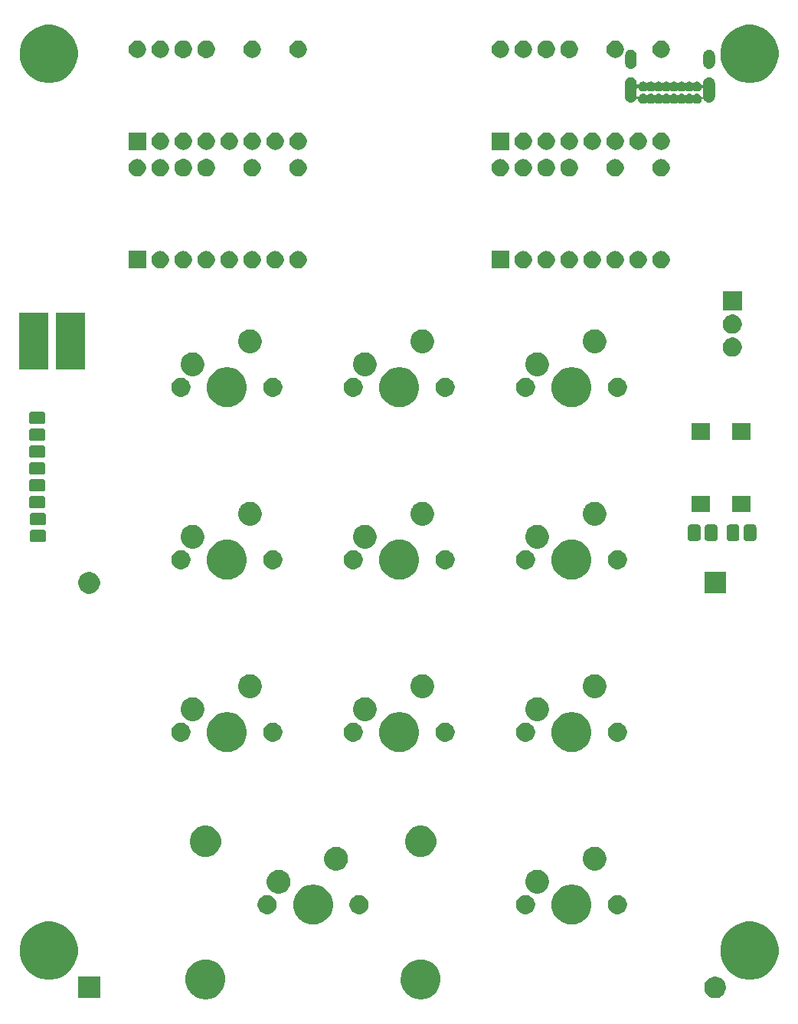
<source format=gbr>
G04 #@! TF.GenerationSoftware,KiCad,Pcbnew,(5.1.6-0-10_14)*
G04 #@! TF.CreationDate,2020-09-15T11:41:32-04:00*
G04 #@! TF.ProjectId,imperializer,696d7065-7269-4616-9c69-7a65722e6b69,1.2*
G04 #@! TF.SameCoordinates,Original*
G04 #@! TF.FileFunction,Soldermask,Top*
G04 #@! TF.FilePolarity,Negative*
%FSLAX46Y46*%
G04 Gerber Fmt 4.6, Leading zero omitted, Abs format (unit mm)*
G04 Created by KiCad (PCBNEW (5.1.6-0-10_14)) date 2020-09-15 11:41:32*
%MOMM*%
%LPD*%
G01*
G04 APERTURE LIST*
%ADD10C,0.100000*%
G04 APERTURE END LIST*
D10*
G36*
X133543881Y-129255023D02*
G01*
X133827652Y-129311468D01*
X134228608Y-129477550D01*
X134589458Y-129718662D01*
X134896338Y-130025542D01*
X135137450Y-130386392D01*
X135303532Y-130787348D01*
X135303532Y-130787350D01*
X135371849Y-131130800D01*
X135388200Y-131213005D01*
X135388200Y-131646995D01*
X135303532Y-132072652D01*
X135137450Y-132473608D01*
X134896338Y-132834458D01*
X134589458Y-133141338D01*
X134228608Y-133382450D01*
X133827652Y-133548532D01*
X133543881Y-133604977D01*
X133401996Y-133633200D01*
X132968004Y-133633200D01*
X132826119Y-133604977D01*
X132542348Y-133548532D01*
X132141392Y-133382450D01*
X131780542Y-133141338D01*
X131473662Y-132834458D01*
X131232550Y-132473608D01*
X131066468Y-132072652D01*
X130981800Y-131646995D01*
X130981800Y-131213005D01*
X130998152Y-131130800D01*
X131066468Y-130787350D01*
X131066468Y-130787348D01*
X131232550Y-130386392D01*
X131473662Y-130025542D01*
X131780542Y-129718662D01*
X132141392Y-129477550D01*
X132542348Y-129311468D01*
X132826119Y-129255023D01*
X132968004Y-129226800D01*
X133401996Y-129226800D01*
X133543881Y-129255023D01*
G37*
G36*
X109743881Y-129255023D02*
G01*
X110027652Y-129311468D01*
X110428608Y-129477550D01*
X110789458Y-129718662D01*
X111096338Y-130025542D01*
X111337450Y-130386392D01*
X111503532Y-130787348D01*
X111503532Y-130787350D01*
X111571849Y-131130800D01*
X111588200Y-131213005D01*
X111588200Y-131646995D01*
X111503532Y-132072652D01*
X111337450Y-132473608D01*
X111096338Y-132834458D01*
X110789458Y-133141338D01*
X110428608Y-133382450D01*
X110027652Y-133548532D01*
X109743881Y-133604977D01*
X109601996Y-133633200D01*
X109168004Y-133633200D01*
X109026119Y-133604977D01*
X108742348Y-133548532D01*
X108341392Y-133382450D01*
X107980542Y-133141338D01*
X107673662Y-132834458D01*
X107432550Y-132473608D01*
X107266468Y-132072652D01*
X107181800Y-131646995D01*
X107181800Y-131213005D01*
X107198152Y-131130800D01*
X107266468Y-130787350D01*
X107266468Y-130787348D01*
X107432550Y-130386392D01*
X107673662Y-130025542D01*
X107980542Y-129718662D01*
X108341392Y-129477550D01*
X108742348Y-129311468D01*
X109026119Y-129255023D01*
X109168004Y-129226800D01*
X109601996Y-129226800D01*
X109743881Y-129255023D01*
G37*
G36*
X97723200Y-133537200D02*
G01*
X95316800Y-133537200D01*
X95316800Y-131130800D01*
X97723200Y-131130800D01*
X97723200Y-133537200D01*
G37*
G36*
X166085961Y-131173038D02*
G01*
X166085964Y-131173039D01*
X166085963Y-131173039D01*
X166304928Y-131263737D01*
X166304929Y-131263738D01*
X166501995Y-131395413D01*
X166669587Y-131563005D01*
X166725707Y-131646995D01*
X166801263Y-131760072D01*
X166871415Y-131929433D01*
X166891962Y-131979039D01*
X166938200Y-132211495D01*
X166938200Y-132448505D01*
X166891962Y-132680961D01*
X166891961Y-132680963D01*
X166801263Y-132899928D01*
X166801262Y-132899929D01*
X166669587Y-133096995D01*
X166501995Y-133264587D01*
X166370618Y-133352370D01*
X166304928Y-133396263D01*
X166135567Y-133466415D01*
X166085961Y-133486962D01*
X165853505Y-133533200D01*
X165616495Y-133533200D01*
X165384039Y-133486962D01*
X165334433Y-133466415D01*
X165165072Y-133396263D01*
X165099382Y-133352370D01*
X164968005Y-133264587D01*
X164800413Y-133096995D01*
X164668738Y-132899929D01*
X164668737Y-132899928D01*
X164578039Y-132680963D01*
X164578038Y-132680961D01*
X164531800Y-132448505D01*
X164531800Y-132211495D01*
X164578038Y-131979039D01*
X164598585Y-131929433D01*
X164668737Y-131760072D01*
X164744293Y-131646995D01*
X164800413Y-131563005D01*
X164968005Y-131395413D01*
X165165071Y-131263738D01*
X165165072Y-131263737D01*
X165384037Y-131173039D01*
X165384036Y-131173039D01*
X165384039Y-131173038D01*
X165616495Y-131126800D01*
X165853505Y-131126800D01*
X166085961Y-131173038D01*
G37*
G36*
X170169914Y-125128349D02*
G01*
X170479341Y-125189897D01*
X171062286Y-125431361D01*
X171586921Y-125781911D01*
X172033089Y-126228079D01*
X172383639Y-126752714D01*
X172625103Y-127335659D01*
X172748200Y-127954514D01*
X172748200Y-128585486D01*
X172625103Y-129204341D01*
X172383639Y-129787286D01*
X172033089Y-130311921D01*
X171586921Y-130758089D01*
X171062286Y-131108639D01*
X170479341Y-131350103D01*
X170169914Y-131411651D01*
X169860488Y-131473200D01*
X169229512Y-131473200D01*
X168920086Y-131411651D01*
X168610659Y-131350103D01*
X168027714Y-131108639D01*
X167503079Y-130758089D01*
X167056911Y-130311921D01*
X166706361Y-129787286D01*
X166464897Y-129204341D01*
X166341800Y-128585486D01*
X166341800Y-127954514D01*
X166464897Y-127335659D01*
X166706361Y-126752714D01*
X167056911Y-126228079D01*
X167503079Y-125781911D01*
X168027714Y-125431361D01*
X168610659Y-125189897D01*
X168920086Y-125128349D01*
X169229512Y-125066800D01*
X169860488Y-125066800D01*
X170169914Y-125128349D01*
G37*
G36*
X92699914Y-125128349D02*
G01*
X93009341Y-125189897D01*
X93592286Y-125431361D01*
X94116921Y-125781911D01*
X94563089Y-126228079D01*
X94913639Y-126752714D01*
X95155103Y-127335659D01*
X95278200Y-127954514D01*
X95278200Y-128585486D01*
X95155103Y-129204341D01*
X94913639Y-129787286D01*
X94563089Y-130311921D01*
X94116921Y-130758089D01*
X93592286Y-131108639D01*
X93009341Y-131350103D01*
X92699914Y-131411651D01*
X92390488Y-131473200D01*
X91759512Y-131473200D01*
X91450086Y-131411651D01*
X91140659Y-131350103D01*
X90557714Y-131108639D01*
X90033079Y-130758089D01*
X89586911Y-130311921D01*
X89236361Y-129787286D01*
X88994897Y-129204341D01*
X88871800Y-128585486D01*
X88871800Y-127954514D01*
X88994897Y-127335659D01*
X89236361Y-126752714D01*
X89586911Y-126228079D01*
X90033079Y-125781911D01*
X90557714Y-125431361D01*
X91140659Y-125189897D01*
X91450086Y-125128349D01*
X91759512Y-125066800D01*
X92390488Y-125066800D01*
X92699914Y-125128349D01*
G37*
G36*
X121643881Y-121015023D02*
G01*
X121927652Y-121071468D01*
X122328608Y-121237550D01*
X122689458Y-121478662D01*
X122996338Y-121785542D01*
X123237450Y-122146392D01*
X123403532Y-122547348D01*
X123488200Y-122973005D01*
X123488200Y-123406995D01*
X123403532Y-123832652D01*
X123237450Y-124233608D01*
X122996338Y-124594458D01*
X122689458Y-124901338D01*
X122328608Y-125142450D01*
X121927652Y-125308532D01*
X121643881Y-125364977D01*
X121501996Y-125393200D01*
X121068004Y-125393200D01*
X120926119Y-125364977D01*
X120642348Y-125308532D01*
X120241392Y-125142450D01*
X119880542Y-124901338D01*
X119573662Y-124594458D01*
X119332550Y-124233608D01*
X119166468Y-123832652D01*
X119081800Y-123406995D01*
X119081800Y-122973005D01*
X119166468Y-122547348D01*
X119332550Y-122146392D01*
X119573662Y-121785542D01*
X119880542Y-121478662D01*
X120241392Y-121237550D01*
X120642348Y-121071468D01*
X120926119Y-121015023D01*
X121068004Y-120986800D01*
X121501996Y-120986800D01*
X121643881Y-121015023D01*
G37*
G36*
X150218881Y-121015023D02*
G01*
X150502652Y-121071468D01*
X150903608Y-121237550D01*
X151264458Y-121478662D01*
X151571338Y-121785542D01*
X151812450Y-122146392D01*
X151978532Y-122547348D01*
X152063200Y-122973005D01*
X152063200Y-123406995D01*
X151978532Y-123832652D01*
X151812450Y-124233608D01*
X151571338Y-124594458D01*
X151264458Y-124901338D01*
X150903608Y-125142450D01*
X150502652Y-125308532D01*
X150218881Y-125364977D01*
X150076996Y-125393200D01*
X149643004Y-125393200D01*
X149501119Y-125364977D01*
X149217348Y-125308532D01*
X148816392Y-125142450D01*
X148455542Y-124901338D01*
X148148662Y-124594458D01*
X147907550Y-124233608D01*
X147741468Y-123832652D01*
X147656800Y-123406995D01*
X147656800Y-122973005D01*
X147741468Y-122547348D01*
X147907550Y-122146392D01*
X148148662Y-121785542D01*
X148455542Y-121478662D01*
X148816392Y-121237550D01*
X149217348Y-121071468D01*
X149501119Y-121015023D01*
X149643004Y-120986800D01*
X150076996Y-120986800D01*
X150218881Y-121015023D01*
G37*
G36*
X116356953Y-122146392D02*
G01*
X116512210Y-122177274D01*
X116703879Y-122256666D01*
X116876376Y-122371925D01*
X117023075Y-122518624D01*
X117138334Y-122691121D01*
X117217726Y-122882790D01*
X117258200Y-123086270D01*
X117258200Y-123293730D01*
X117217726Y-123497210D01*
X117138334Y-123688879D01*
X117023075Y-123861376D01*
X116876376Y-124008075D01*
X116703879Y-124123334D01*
X116512210Y-124202726D01*
X116359600Y-124233082D01*
X116308731Y-124243200D01*
X116101269Y-124243200D01*
X116050400Y-124233082D01*
X115897790Y-124202726D01*
X115706121Y-124123334D01*
X115533624Y-124008075D01*
X115386925Y-123861376D01*
X115271666Y-123688879D01*
X115192274Y-123497210D01*
X115151800Y-123293730D01*
X115151800Y-123086270D01*
X115192274Y-122882790D01*
X115271666Y-122691121D01*
X115386925Y-122518624D01*
X115533624Y-122371925D01*
X115706121Y-122256666D01*
X115897790Y-122177274D01*
X116053047Y-122146392D01*
X116101269Y-122136800D01*
X116308731Y-122136800D01*
X116356953Y-122146392D01*
G37*
G36*
X126516953Y-122146392D02*
G01*
X126672210Y-122177274D01*
X126863879Y-122256666D01*
X127036376Y-122371925D01*
X127183075Y-122518624D01*
X127298334Y-122691121D01*
X127377726Y-122882790D01*
X127418200Y-123086270D01*
X127418200Y-123293730D01*
X127377726Y-123497210D01*
X127298334Y-123688879D01*
X127183075Y-123861376D01*
X127036376Y-124008075D01*
X126863879Y-124123334D01*
X126672210Y-124202726D01*
X126519600Y-124233082D01*
X126468731Y-124243200D01*
X126261269Y-124243200D01*
X126210400Y-124233082D01*
X126057790Y-124202726D01*
X125866121Y-124123334D01*
X125693624Y-124008075D01*
X125546925Y-123861376D01*
X125431666Y-123688879D01*
X125352274Y-123497210D01*
X125311800Y-123293730D01*
X125311800Y-123086270D01*
X125352274Y-122882790D01*
X125431666Y-122691121D01*
X125546925Y-122518624D01*
X125693624Y-122371925D01*
X125866121Y-122256666D01*
X126057790Y-122177274D01*
X126213047Y-122146392D01*
X126261269Y-122136800D01*
X126468731Y-122136800D01*
X126516953Y-122146392D01*
G37*
G36*
X144931953Y-122146392D02*
G01*
X145087210Y-122177274D01*
X145278879Y-122256666D01*
X145451376Y-122371925D01*
X145598075Y-122518624D01*
X145713334Y-122691121D01*
X145792726Y-122882790D01*
X145833200Y-123086270D01*
X145833200Y-123293730D01*
X145792726Y-123497210D01*
X145713334Y-123688879D01*
X145598075Y-123861376D01*
X145451376Y-124008075D01*
X145278879Y-124123334D01*
X145087210Y-124202726D01*
X144934600Y-124233082D01*
X144883731Y-124243200D01*
X144676269Y-124243200D01*
X144625400Y-124233082D01*
X144472790Y-124202726D01*
X144281121Y-124123334D01*
X144108624Y-124008075D01*
X143961925Y-123861376D01*
X143846666Y-123688879D01*
X143767274Y-123497210D01*
X143726800Y-123293730D01*
X143726800Y-123086270D01*
X143767274Y-122882790D01*
X143846666Y-122691121D01*
X143961925Y-122518624D01*
X144108624Y-122371925D01*
X144281121Y-122256666D01*
X144472790Y-122177274D01*
X144628047Y-122146392D01*
X144676269Y-122136800D01*
X144883731Y-122136800D01*
X144931953Y-122146392D01*
G37*
G36*
X155091953Y-122146392D02*
G01*
X155247210Y-122177274D01*
X155438879Y-122256666D01*
X155611376Y-122371925D01*
X155758075Y-122518624D01*
X155873334Y-122691121D01*
X155952726Y-122882790D01*
X155993200Y-123086270D01*
X155993200Y-123293730D01*
X155952726Y-123497210D01*
X155873334Y-123688879D01*
X155758075Y-123861376D01*
X155611376Y-124008075D01*
X155438879Y-124123334D01*
X155247210Y-124202726D01*
X155094600Y-124233082D01*
X155043731Y-124243200D01*
X154836269Y-124243200D01*
X154785400Y-124233082D01*
X154632790Y-124202726D01*
X154441121Y-124123334D01*
X154268624Y-124008075D01*
X154121925Y-123861376D01*
X154006666Y-123688879D01*
X153927274Y-123497210D01*
X153886800Y-123293730D01*
X153886800Y-123086270D01*
X153927274Y-122882790D01*
X154006666Y-122691121D01*
X154121925Y-122518624D01*
X154268624Y-122371925D01*
X154441121Y-122256666D01*
X154632790Y-122177274D01*
X154788047Y-122146392D01*
X154836269Y-122136800D01*
X155043731Y-122136800D01*
X155091953Y-122146392D01*
G37*
G36*
X117855130Y-119396881D02*
G01*
X117855133Y-119396882D01*
X117855132Y-119396882D01*
X118092296Y-119495118D01*
X118092297Y-119495119D01*
X118305742Y-119637738D01*
X118487262Y-119819258D01*
X118601435Y-119990131D01*
X118629882Y-120032704D01*
X118705864Y-120216141D01*
X118728119Y-120269870D01*
X118778200Y-120521646D01*
X118778200Y-120778354D01*
X118728119Y-121030130D01*
X118728118Y-121030132D01*
X118629882Y-121267296D01*
X118629881Y-121267297D01*
X118487262Y-121480742D01*
X118305742Y-121662262D01*
X118134869Y-121776435D01*
X118092296Y-121804882D01*
X117908859Y-121880864D01*
X117855130Y-121903119D01*
X117603354Y-121953200D01*
X117346646Y-121953200D01*
X117094870Y-121903119D01*
X117041141Y-121880864D01*
X116857704Y-121804882D01*
X116815131Y-121776435D01*
X116644258Y-121662262D01*
X116462738Y-121480742D01*
X116320119Y-121267297D01*
X116320118Y-121267296D01*
X116221882Y-121030132D01*
X116221881Y-121030130D01*
X116171800Y-120778354D01*
X116171800Y-120521646D01*
X116221881Y-120269870D01*
X116244136Y-120216141D01*
X116320118Y-120032704D01*
X116348565Y-119990131D01*
X116462738Y-119819258D01*
X116644258Y-119637738D01*
X116857703Y-119495119D01*
X116857704Y-119495118D01*
X117094868Y-119396882D01*
X117094867Y-119396882D01*
X117094870Y-119396881D01*
X117346646Y-119346800D01*
X117603354Y-119346800D01*
X117855130Y-119396881D01*
G37*
G36*
X146430130Y-119396881D02*
G01*
X146430133Y-119396882D01*
X146430132Y-119396882D01*
X146667296Y-119495118D01*
X146667297Y-119495119D01*
X146880742Y-119637738D01*
X147062262Y-119819258D01*
X147176435Y-119990131D01*
X147204882Y-120032704D01*
X147280864Y-120216141D01*
X147303119Y-120269870D01*
X147353200Y-120521646D01*
X147353200Y-120778354D01*
X147303119Y-121030130D01*
X147303118Y-121030132D01*
X147204882Y-121267296D01*
X147204881Y-121267297D01*
X147062262Y-121480742D01*
X146880742Y-121662262D01*
X146709869Y-121776435D01*
X146667296Y-121804882D01*
X146483859Y-121880864D01*
X146430130Y-121903119D01*
X146178354Y-121953200D01*
X145921646Y-121953200D01*
X145669870Y-121903119D01*
X145616141Y-121880864D01*
X145432704Y-121804882D01*
X145390131Y-121776435D01*
X145219258Y-121662262D01*
X145037738Y-121480742D01*
X144895119Y-121267297D01*
X144895118Y-121267296D01*
X144796882Y-121030132D01*
X144796881Y-121030130D01*
X144746800Y-120778354D01*
X144746800Y-120521646D01*
X144796881Y-120269870D01*
X144819136Y-120216141D01*
X144895118Y-120032704D01*
X144923565Y-119990131D01*
X145037738Y-119819258D01*
X145219258Y-119637738D01*
X145432703Y-119495119D01*
X145432704Y-119495118D01*
X145669868Y-119396882D01*
X145669867Y-119396882D01*
X145669870Y-119396881D01*
X145921646Y-119346800D01*
X146178354Y-119346800D01*
X146430130Y-119396881D01*
G37*
G36*
X152780130Y-116856881D02*
G01*
X152780133Y-116856882D01*
X152780132Y-116856882D01*
X153017296Y-116955118D01*
X153017297Y-116955119D01*
X153230742Y-117097738D01*
X153412262Y-117279258D01*
X153526435Y-117450131D01*
X153554882Y-117492704D01*
X153571317Y-117532382D01*
X153653119Y-117729870D01*
X153703200Y-117981646D01*
X153703200Y-118238354D01*
X153653119Y-118490130D01*
X153653118Y-118490132D01*
X153554882Y-118727296D01*
X153554881Y-118727297D01*
X153412262Y-118940742D01*
X153230742Y-119122262D01*
X153059869Y-119236435D01*
X153017296Y-119264882D01*
X152833859Y-119340864D01*
X152780130Y-119363119D01*
X152528354Y-119413200D01*
X152271646Y-119413200D01*
X152019870Y-119363119D01*
X151966141Y-119340864D01*
X151782704Y-119264882D01*
X151740131Y-119236435D01*
X151569258Y-119122262D01*
X151387738Y-118940742D01*
X151245119Y-118727297D01*
X151245118Y-118727296D01*
X151146882Y-118490132D01*
X151146881Y-118490130D01*
X151096800Y-118238354D01*
X151096800Y-117981646D01*
X151146881Y-117729870D01*
X151228683Y-117532382D01*
X151245118Y-117492704D01*
X151273565Y-117450131D01*
X151387738Y-117279258D01*
X151569258Y-117097738D01*
X151782703Y-116955119D01*
X151782704Y-116955118D01*
X152019868Y-116856882D01*
X152019867Y-116856882D01*
X152019870Y-116856881D01*
X152271646Y-116806800D01*
X152528354Y-116806800D01*
X152780130Y-116856881D01*
G37*
G36*
X124205130Y-116856881D02*
G01*
X124205133Y-116856882D01*
X124205132Y-116856882D01*
X124442296Y-116955118D01*
X124442297Y-116955119D01*
X124655742Y-117097738D01*
X124837262Y-117279258D01*
X124951435Y-117450131D01*
X124979882Y-117492704D01*
X124996317Y-117532382D01*
X125078119Y-117729870D01*
X125128200Y-117981646D01*
X125128200Y-118238354D01*
X125078119Y-118490130D01*
X125078118Y-118490132D01*
X124979882Y-118727296D01*
X124979881Y-118727297D01*
X124837262Y-118940742D01*
X124655742Y-119122262D01*
X124484869Y-119236435D01*
X124442296Y-119264882D01*
X124258859Y-119340864D01*
X124205130Y-119363119D01*
X123953354Y-119413200D01*
X123696646Y-119413200D01*
X123444870Y-119363119D01*
X123391141Y-119340864D01*
X123207704Y-119264882D01*
X123165131Y-119236435D01*
X122994258Y-119122262D01*
X122812738Y-118940742D01*
X122670119Y-118727297D01*
X122670118Y-118727296D01*
X122571882Y-118490132D01*
X122571881Y-118490130D01*
X122521800Y-118238354D01*
X122521800Y-117981646D01*
X122571881Y-117729870D01*
X122653683Y-117532382D01*
X122670118Y-117492704D01*
X122698565Y-117450131D01*
X122812738Y-117279258D01*
X122994258Y-117097738D01*
X123207703Y-116955119D01*
X123207704Y-116955118D01*
X123444868Y-116856882D01*
X123444867Y-116856882D01*
X123444870Y-116856881D01*
X123696646Y-116806800D01*
X123953354Y-116806800D01*
X124205130Y-116856881D01*
G37*
G36*
X133438684Y-114478404D02*
G01*
X133689100Y-114528214D01*
X134003611Y-114658489D01*
X134286663Y-114847618D01*
X134527382Y-115088337D01*
X134716511Y-115371389D01*
X134846786Y-115685900D01*
X134913200Y-116019788D01*
X134913200Y-116360212D01*
X134846786Y-116694100D01*
X134716511Y-117008611D01*
X134527382Y-117291663D01*
X134286663Y-117532382D01*
X134003611Y-117721511D01*
X133689100Y-117851786D01*
X133438684Y-117901597D01*
X133355213Y-117918200D01*
X133014787Y-117918200D01*
X132931316Y-117901597D01*
X132680900Y-117851786D01*
X132366389Y-117721511D01*
X132083337Y-117532382D01*
X131842618Y-117291663D01*
X131653489Y-117008611D01*
X131523214Y-116694100D01*
X131456800Y-116360212D01*
X131456800Y-116019788D01*
X131523214Y-115685900D01*
X131653489Y-115371389D01*
X131842618Y-115088337D01*
X132083337Y-114847618D01*
X132366389Y-114658489D01*
X132680900Y-114528214D01*
X132931316Y-114478404D01*
X133014787Y-114461800D01*
X133355213Y-114461800D01*
X133438684Y-114478404D01*
G37*
G36*
X109638684Y-114478404D02*
G01*
X109889100Y-114528214D01*
X110203611Y-114658489D01*
X110486663Y-114847618D01*
X110727382Y-115088337D01*
X110916511Y-115371389D01*
X111046786Y-115685900D01*
X111113200Y-116019788D01*
X111113200Y-116360212D01*
X111046786Y-116694100D01*
X110916511Y-117008611D01*
X110727382Y-117291663D01*
X110486663Y-117532382D01*
X110203611Y-117721511D01*
X109889100Y-117851786D01*
X109638684Y-117901597D01*
X109555213Y-117918200D01*
X109214787Y-117918200D01*
X109131316Y-117901597D01*
X108880900Y-117851786D01*
X108566389Y-117721511D01*
X108283337Y-117532382D01*
X108042618Y-117291663D01*
X107853489Y-117008611D01*
X107723214Y-116694100D01*
X107656800Y-116360212D01*
X107656800Y-116019788D01*
X107723214Y-115685900D01*
X107853489Y-115371389D01*
X108042618Y-115088337D01*
X108283337Y-114847618D01*
X108566389Y-114658489D01*
X108880900Y-114528214D01*
X109131316Y-114478404D01*
X109214787Y-114461800D01*
X109555213Y-114461800D01*
X109638684Y-114478404D01*
G37*
G36*
X150218881Y-101965023D02*
G01*
X150502652Y-102021468D01*
X150903608Y-102187550D01*
X151264458Y-102428662D01*
X151571338Y-102735542D01*
X151812450Y-103096392D01*
X151978532Y-103497348D01*
X152063200Y-103923005D01*
X152063200Y-104356995D01*
X151978532Y-104782652D01*
X151812450Y-105183608D01*
X151571338Y-105544458D01*
X151264458Y-105851338D01*
X150903608Y-106092450D01*
X150502652Y-106258532D01*
X150218881Y-106314977D01*
X150076996Y-106343200D01*
X149643004Y-106343200D01*
X149501119Y-106314977D01*
X149217348Y-106258532D01*
X148816392Y-106092450D01*
X148455542Y-105851338D01*
X148148662Y-105544458D01*
X147907550Y-105183608D01*
X147741468Y-104782652D01*
X147656800Y-104356995D01*
X147656800Y-103923005D01*
X147741468Y-103497348D01*
X147907550Y-103096392D01*
X148148662Y-102735542D01*
X148455542Y-102428662D01*
X148816392Y-102187550D01*
X149217348Y-102021468D01*
X149501119Y-101965023D01*
X149643004Y-101936800D01*
X150076996Y-101936800D01*
X150218881Y-101965023D01*
G37*
G36*
X131168881Y-101965023D02*
G01*
X131452652Y-102021468D01*
X131853608Y-102187550D01*
X132214458Y-102428662D01*
X132521338Y-102735542D01*
X132762450Y-103096392D01*
X132928532Y-103497348D01*
X133013200Y-103923005D01*
X133013200Y-104356995D01*
X132928532Y-104782652D01*
X132762450Y-105183608D01*
X132521338Y-105544458D01*
X132214458Y-105851338D01*
X131853608Y-106092450D01*
X131452652Y-106258532D01*
X131168881Y-106314977D01*
X131026996Y-106343200D01*
X130593004Y-106343200D01*
X130451119Y-106314977D01*
X130167348Y-106258532D01*
X129766392Y-106092450D01*
X129405542Y-105851338D01*
X129098662Y-105544458D01*
X128857550Y-105183608D01*
X128691468Y-104782652D01*
X128606800Y-104356995D01*
X128606800Y-103923005D01*
X128691468Y-103497348D01*
X128857550Y-103096392D01*
X129098662Y-102735542D01*
X129405542Y-102428662D01*
X129766392Y-102187550D01*
X130167348Y-102021468D01*
X130451119Y-101965023D01*
X130593004Y-101936800D01*
X131026996Y-101936800D01*
X131168881Y-101965023D01*
G37*
G36*
X112118881Y-101965023D02*
G01*
X112402652Y-102021468D01*
X112803608Y-102187550D01*
X113164458Y-102428662D01*
X113471338Y-102735542D01*
X113712450Y-103096392D01*
X113878532Y-103497348D01*
X113963200Y-103923005D01*
X113963200Y-104356995D01*
X113878532Y-104782652D01*
X113712450Y-105183608D01*
X113471338Y-105544458D01*
X113164458Y-105851338D01*
X112803608Y-106092450D01*
X112402652Y-106258532D01*
X112118881Y-106314977D01*
X111976996Y-106343200D01*
X111543004Y-106343200D01*
X111401119Y-106314977D01*
X111117348Y-106258532D01*
X110716392Y-106092450D01*
X110355542Y-105851338D01*
X110048662Y-105544458D01*
X109807550Y-105183608D01*
X109641468Y-104782652D01*
X109556800Y-104356995D01*
X109556800Y-103923005D01*
X109641468Y-103497348D01*
X109807550Y-103096392D01*
X110048662Y-102735542D01*
X110355542Y-102428662D01*
X110716392Y-102187550D01*
X111117348Y-102021468D01*
X111401119Y-101965023D01*
X111543004Y-101936800D01*
X111976996Y-101936800D01*
X112118881Y-101965023D01*
G37*
G36*
X136041953Y-103096392D02*
G01*
X136197210Y-103127274D01*
X136388879Y-103206666D01*
X136561376Y-103321925D01*
X136708075Y-103468624D01*
X136823334Y-103641121D01*
X136902726Y-103832790D01*
X136943200Y-104036270D01*
X136943200Y-104243730D01*
X136902726Y-104447210D01*
X136823334Y-104638879D01*
X136708075Y-104811376D01*
X136561376Y-104958075D01*
X136388879Y-105073334D01*
X136197210Y-105152726D01*
X136044600Y-105183082D01*
X135993731Y-105193200D01*
X135786269Y-105193200D01*
X135735400Y-105183081D01*
X135582790Y-105152726D01*
X135391121Y-105073334D01*
X135218624Y-104958075D01*
X135071925Y-104811376D01*
X134956666Y-104638879D01*
X134877274Y-104447210D01*
X134836800Y-104243730D01*
X134836800Y-104036270D01*
X134877274Y-103832790D01*
X134956666Y-103641121D01*
X135071925Y-103468624D01*
X135218624Y-103321925D01*
X135391121Y-103206666D01*
X135582790Y-103127274D01*
X135738047Y-103096392D01*
X135786269Y-103086800D01*
X135993731Y-103086800D01*
X136041953Y-103096392D01*
G37*
G36*
X125881953Y-103096392D02*
G01*
X126037210Y-103127274D01*
X126228879Y-103206666D01*
X126401376Y-103321925D01*
X126548075Y-103468624D01*
X126663334Y-103641121D01*
X126742726Y-103832790D01*
X126783200Y-104036270D01*
X126783200Y-104243730D01*
X126742726Y-104447210D01*
X126663334Y-104638879D01*
X126548075Y-104811376D01*
X126401376Y-104958075D01*
X126228879Y-105073334D01*
X126037210Y-105152726D01*
X125884600Y-105183082D01*
X125833731Y-105193200D01*
X125626269Y-105193200D01*
X125575400Y-105183081D01*
X125422790Y-105152726D01*
X125231121Y-105073334D01*
X125058624Y-104958075D01*
X124911925Y-104811376D01*
X124796666Y-104638879D01*
X124717274Y-104447210D01*
X124676800Y-104243730D01*
X124676800Y-104036270D01*
X124717274Y-103832790D01*
X124796666Y-103641121D01*
X124911925Y-103468624D01*
X125058624Y-103321925D01*
X125231121Y-103206666D01*
X125422790Y-103127274D01*
X125578047Y-103096392D01*
X125626269Y-103086800D01*
X125833731Y-103086800D01*
X125881953Y-103096392D01*
G37*
G36*
X155091953Y-103096392D02*
G01*
X155247210Y-103127274D01*
X155438879Y-103206666D01*
X155611376Y-103321925D01*
X155758075Y-103468624D01*
X155873334Y-103641121D01*
X155952726Y-103832790D01*
X155993200Y-104036270D01*
X155993200Y-104243730D01*
X155952726Y-104447210D01*
X155873334Y-104638879D01*
X155758075Y-104811376D01*
X155611376Y-104958075D01*
X155438879Y-105073334D01*
X155247210Y-105152726D01*
X155094600Y-105183082D01*
X155043731Y-105193200D01*
X154836269Y-105193200D01*
X154785400Y-105183081D01*
X154632790Y-105152726D01*
X154441121Y-105073334D01*
X154268624Y-104958075D01*
X154121925Y-104811376D01*
X154006666Y-104638879D01*
X153927274Y-104447210D01*
X153886800Y-104243730D01*
X153886800Y-104036270D01*
X153927274Y-103832790D01*
X154006666Y-103641121D01*
X154121925Y-103468624D01*
X154268624Y-103321925D01*
X154441121Y-103206666D01*
X154632790Y-103127274D01*
X154788047Y-103096392D01*
X154836269Y-103086800D01*
X155043731Y-103086800D01*
X155091953Y-103096392D01*
G37*
G36*
X106831953Y-103096392D02*
G01*
X106987210Y-103127274D01*
X107178879Y-103206666D01*
X107351376Y-103321925D01*
X107498075Y-103468624D01*
X107613334Y-103641121D01*
X107692726Y-103832790D01*
X107733200Y-104036270D01*
X107733200Y-104243730D01*
X107692726Y-104447210D01*
X107613334Y-104638879D01*
X107498075Y-104811376D01*
X107351376Y-104958075D01*
X107178879Y-105073334D01*
X106987210Y-105152726D01*
X106834600Y-105183082D01*
X106783731Y-105193200D01*
X106576269Y-105193200D01*
X106525400Y-105183081D01*
X106372790Y-105152726D01*
X106181121Y-105073334D01*
X106008624Y-104958075D01*
X105861925Y-104811376D01*
X105746666Y-104638879D01*
X105667274Y-104447210D01*
X105626800Y-104243730D01*
X105626800Y-104036270D01*
X105667274Y-103832790D01*
X105746666Y-103641121D01*
X105861925Y-103468624D01*
X106008624Y-103321925D01*
X106181121Y-103206666D01*
X106372790Y-103127274D01*
X106528047Y-103096392D01*
X106576269Y-103086800D01*
X106783731Y-103086800D01*
X106831953Y-103096392D01*
G37*
G36*
X116991953Y-103096392D02*
G01*
X117147210Y-103127274D01*
X117338879Y-103206666D01*
X117511376Y-103321925D01*
X117658075Y-103468624D01*
X117773334Y-103641121D01*
X117852726Y-103832790D01*
X117893200Y-104036270D01*
X117893200Y-104243730D01*
X117852726Y-104447210D01*
X117773334Y-104638879D01*
X117658075Y-104811376D01*
X117511376Y-104958075D01*
X117338879Y-105073334D01*
X117147210Y-105152726D01*
X116994600Y-105183082D01*
X116943731Y-105193200D01*
X116736269Y-105193200D01*
X116685400Y-105183081D01*
X116532790Y-105152726D01*
X116341121Y-105073334D01*
X116168624Y-104958075D01*
X116021925Y-104811376D01*
X115906666Y-104638879D01*
X115827274Y-104447210D01*
X115786800Y-104243730D01*
X115786800Y-104036270D01*
X115827274Y-103832790D01*
X115906666Y-103641121D01*
X116021925Y-103468624D01*
X116168624Y-103321925D01*
X116341121Y-103206666D01*
X116532790Y-103127274D01*
X116688047Y-103096392D01*
X116736269Y-103086800D01*
X116943731Y-103086800D01*
X116991953Y-103096392D01*
G37*
G36*
X144931953Y-103096392D02*
G01*
X145087210Y-103127274D01*
X145278879Y-103206666D01*
X145451376Y-103321925D01*
X145598075Y-103468624D01*
X145713334Y-103641121D01*
X145792726Y-103832790D01*
X145833200Y-104036270D01*
X145833200Y-104243730D01*
X145792726Y-104447210D01*
X145713334Y-104638879D01*
X145598075Y-104811376D01*
X145451376Y-104958075D01*
X145278879Y-105073334D01*
X145087210Y-105152726D01*
X144934600Y-105183082D01*
X144883731Y-105193200D01*
X144676269Y-105193200D01*
X144625400Y-105183081D01*
X144472790Y-105152726D01*
X144281121Y-105073334D01*
X144108624Y-104958075D01*
X143961925Y-104811376D01*
X143846666Y-104638879D01*
X143767274Y-104447210D01*
X143726800Y-104243730D01*
X143726800Y-104036270D01*
X143767274Y-103832790D01*
X143846666Y-103641121D01*
X143961925Y-103468624D01*
X144108624Y-103321925D01*
X144281121Y-103206666D01*
X144472790Y-103127274D01*
X144628047Y-103096392D01*
X144676269Y-103086800D01*
X144883731Y-103086800D01*
X144931953Y-103096392D01*
G37*
G36*
X108330130Y-100346881D02*
G01*
X108330133Y-100346882D01*
X108330132Y-100346882D01*
X108567296Y-100445118D01*
X108567297Y-100445119D01*
X108780742Y-100587738D01*
X108962262Y-100769258D01*
X109076435Y-100940131D01*
X109104882Y-100982704D01*
X109180864Y-101166141D01*
X109203119Y-101219870D01*
X109253200Y-101471646D01*
X109253200Y-101728354D01*
X109203119Y-101980130D01*
X109203118Y-101980132D01*
X109104882Y-102217296D01*
X109104881Y-102217297D01*
X108962262Y-102430742D01*
X108780742Y-102612262D01*
X108609869Y-102726435D01*
X108567296Y-102754882D01*
X108383859Y-102830864D01*
X108330130Y-102853119D01*
X108078354Y-102903200D01*
X107821646Y-102903200D01*
X107569870Y-102853119D01*
X107516141Y-102830864D01*
X107332704Y-102754882D01*
X107290131Y-102726435D01*
X107119258Y-102612262D01*
X106937738Y-102430742D01*
X106795119Y-102217297D01*
X106795118Y-102217296D01*
X106696882Y-101980132D01*
X106696881Y-101980130D01*
X106646800Y-101728354D01*
X106646800Y-101471646D01*
X106696881Y-101219870D01*
X106719136Y-101166141D01*
X106795118Y-100982704D01*
X106823565Y-100940131D01*
X106937738Y-100769258D01*
X107119258Y-100587738D01*
X107332703Y-100445119D01*
X107332704Y-100445118D01*
X107569868Y-100346882D01*
X107569867Y-100346882D01*
X107569870Y-100346881D01*
X107821646Y-100296800D01*
X108078354Y-100296800D01*
X108330130Y-100346881D01*
G37*
G36*
X127380130Y-100346881D02*
G01*
X127380133Y-100346882D01*
X127380132Y-100346882D01*
X127617296Y-100445118D01*
X127617297Y-100445119D01*
X127830742Y-100587738D01*
X128012262Y-100769258D01*
X128126435Y-100940131D01*
X128154882Y-100982704D01*
X128230864Y-101166141D01*
X128253119Y-101219870D01*
X128303200Y-101471646D01*
X128303200Y-101728354D01*
X128253119Y-101980130D01*
X128253118Y-101980132D01*
X128154882Y-102217296D01*
X128154881Y-102217297D01*
X128012262Y-102430742D01*
X127830742Y-102612262D01*
X127659869Y-102726435D01*
X127617296Y-102754882D01*
X127433859Y-102830864D01*
X127380130Y-102853119D01*
X127128354Y-102903200D01*
X126871646Y-102903200D01*
X126619870Y-102853119D01*
X126566141Y-102830864D01*
X126382704Y-102754882D01*
X126340131Y-102726435D01*
X126169258Y-102612262D01*
X125987738Y-102430742D01*
X125845119Y-102217297D01*
X125845118Y-102217296D01*
X125746882Y-101980132D01*
X125746881Y-101980130D01*
X125696800Y-101728354D01*
X125696800Y-101471646D01*
X125746881Y-101219870D01*
X125769136Y-101166141D01*
X125845118Y-100982704D01*
X125873565Y-100940131D01*
X125987738Y-100769258D01*
X126169258Y-100587738D01*
X126382703Y-100445119D01*
X126382704Y-100445118D01*
X126619868Y-100346882D01*
X126619867Y-100346882D01*
X126619870Y-100346881D01*
X126871646Y-100296800D01*
X127128354Y-100296800D01*
X127380130Y-100346881D01*
G37*
G36*
X146430130Y-100346881D02*
G01*
X146430133Y-100346882D01*
X146430132Y-100346882D01*
X146667296Y-100445118D01*
X146667297Y-100445119D01*
X146880742Y-100587738D01*
X147062262Y-100769258D01*
X147176435Y-100940131D01*
X147204882Y-100982704D01*
X147280864Y-101166141D01*
X147303119Y-101219870D01*
X147353200Y-101471646D01*
X147353200Y-101728354D01*
X147303119Y-101980130D01*
X147303118Y-101980132D01*
X147204882Y-102217296D01*
X147204881Y-102217297D01*
X147062262Y-102430742D01*
X146880742Y-102612262D01*
X146709869Y-102726435D01*
X146667296Y-102754882D01*
X146483859Y-102830864D01*
X146430130Y-102853119D01*
X146178354Y-102903200D01*
X145921646Y-102903200D01*
X145669870Y-102853119D01*
X145616141Y-102830864D01*
X145432704Y-102754882D01*
X145390131Y-102726435D01*
X145219258Y-102612262D01*
X145037738Y-102430742D01*
X144895119Y-102217297D01*
X144895118Y-102217296D01*
X144796882Y-101980132D01*
X144796881Y-101980130D01*
X144746800Y-101728354D01*
X144746800Y-101471646D01*
X144796881Y-101219870D01*
X144819136Y-101166141D01*
X144895118Y-100982704D01*
X144923565Y-100940131D01*
X145037738Y-100769258D01*
X145219258Y-100587738D01*
X145432703Y-100445119D01*
X145432704Y-100445118D01*
X145669868Y-100346882D01*
X145669867Y-100346882D01*
X145669870Y-100346881D01*
X145921646Y-100296800D01*
X146178354Y-100296800D01*
X146430130Y-100346881D01*
G37*
G36*
X133730130Y-97806881D02*
G01*
X133730133Y-97806882D01*
X133730132Y-97806882D01*
X133967296Y-97905118D01*
X133967297Y-97905119D01*
X134180742Y-98047738D01*
X134362262Y-98229258D01*
X134476435Y-98400131D01*
X134504882Y-98442704D01*
X134580864Y-98626141D01*
X134603119Y-98679870D01*
X134653200Y-98931646D01*
X134653200Y-99188354D01*
X134603119Y-99440130D01*
X134603118Y-99440132D01*
X134504882Y-99677296D01*
X134504881Y-99677297D01*
X134362262Y-99890742D01*
X134180742Y-100072262D01*
X134009869Y-100186435D01*
X133967296Y-100214882D01*
X133783859Y-100290864D01*
X133730130Y-100313119D01*
X133478354Y-100363200D01*
X133221646Y-100363200D01*
X132969870Y-100313119D01*
X132916141Y-100290864D01*
X132732704Y-100214882D01*
X132690131Y-100186435D01*
X132519258Y-100072262D01*
X132337738Y-99890742D01*
X132195119Y-99677297D01*
X132195118Y-99677296D01*
X132096882Y-99440132D01*
X132096881Y-99440130D01*
X132046800Y-99188354D01*
X132046800Y-98931646D01*
X132096881Y-98679870D01*
X132119136Y-98626141D01*
X132195118Y-98442704D01*
X132223565Y-98400131D01*
X132337738Y-98229258D01*
X132519258Y-98047738D01*
X132732703Y-97905119D01*
X132732704Y-97905118D01*
X132969868Y-97806882D01*
X132969867Y-97806882D01*
X132969870Y-97806881D01*
X133221646Y-97756800D01*
X133478354Y-97756800D01*
X133730130Y-97806881D01*
G37*
G36*
X152780130Y-97806881D02*
G01*
X152780133Y-97806882D01*
X152780132Y-97806882D01*
X153017296Y-97905118D01*
X153017297Y-97905119D01*
X153230742Y-98047738D01*
X153412262Y-98229258D01*
X153526435Y-98400131D01*
X153554882Y-98442704D01*
X153630864Y-98626141D01*
X153653119Y-98679870D01*
X153703200Y-98931646D01*
X153703200Y-99188354D01*
X153653119Y-99440130D01*
X153653118Y-99440132D01*
X153554882Y-99677296D01*
X153554881Y-99677297D01*
X153412262Y-99890742D01*
X153230742Y-100072262D01*
X153059869Y-100186435D01*
X153017296Y-100214882D01*
X152833859Y-100290864D01*
X152780130Y-100313119D01*
X152528354Y-100363200D01*
X152271646Y-100363200D01*
X152019870Y-100313119D01*
X151966141Y-100290864D01*
X151782704Y-100214882D01*
X151740131Y-100186435D01*
X151569258Y-100072262D01*
X151387738Y-99890742D01*
X151245119Y-99677297D01*
X151245118Y-99677296D01*
X151146882Y-99440132D01*
X151146881Y-99440130D01*
X151096800Y-99188354D01*
X151096800Y-98931646D01*
X151146881Y-98679870D01*
X151169136Y-98626141D01*
X151245118Y-98442704D01*
X151273565Y-98400131D01*
X151387738Y-98229258D01*
X151569258Y-98047738D01*
X151782703Y-97905119D01*
X151782704Y-97905118D01*
X152019868Y-97806882D01*
X152019867Y-97806882D01*
X152019870Y-97806881D01*
X152271646Y-97756800D01*
X152528354Y-97756800D01*
X152780130Y-97806881D01*
G37*
G36*
X114680130Y-97806881D02*
G01*
X114680133Y-97806882D01*
X114680132Y-97806882D01*
X114917296Y-97905118D01*
X114917297Y-97905119D01*
X115130742Y-98047738D01*
X115312262Y-98229258D01*
X115426435Y-98400131D01*
X115454882Y-98442704D01*
X115530864Y-98626141D01*
X115553119Y-98679870D01*
X115603200Y-98931646D01*
X115603200Y-99188354D01*
X115553119Y-99440130D01*
X115553118Y-99440132D01*
X115454882Y-99677296D01*
X115454881Y-99677297D01*
X115312262Y-99890742D01*
X115130742Y-100072262D01*
X114959869Y-100186435D01*
X114917296Y-100214882D01*
X114733859Y-100290864D01*
X114680130Y-100313119D01*
X114428354Y-100363200D01*
X114171646Y-100363200D01*
X113919870Y-100313119D01*
X113866141Y-100290864D01*
X113682704Y-100214882D01*
X113640131Y-100186435D01*
X113469258Y-100072262D01*
X113287738Y-99890742D01*
X113145119Y-99677297D01*
X113145118Y-99677296D01*
X113046882Y-99440132D01*
X113046881Y-99440130D01*
X112996800Y-99188354D01*
X112996800Y-98931646D01*
X113046881Y-98679870D01*
X113069136Y-98626141D01*
X113145118Y-98442704D01*
X113173565Y-98400131D01*
X113287738Y-98229258D01*
X113469258Y-98047738D01*
X113682703Y-97905119D01*
X113682704Y-97905118D01*
X113919868Y-97806882D01*
X113919867Y-97806882D01*
X113919870Y-97806881D01*
X114171646Y-97756800D01*
X114428354Y-97756800D01*
X114680130Y-97806881D01*
G37*
G36*
X96870961Y-86477038D02*
G01*
X96870964Y-86477039D01*
X96870963Y-86477039D01*
X97089928Y-86567737D01*
X97089929Y-86567738D01*
X97286995Y-86699413D01*
X97454587Y-86867005D01*
X97542370Y-86998382D01*
X97586263Y-87064072D01*
X97646100Y-87208532D01*
X97676962Y-87283039D01*
X97723200Y-87515495D01*
X97723200Y-87752505D01*
X97676962Y-87984961D01*
X97676961Y-87984963D01*
X97586263Y-88203928D01*
X97586262Y-88203929D01*
X97454587Y-88400995D01*
X97286995Y-88568587D01*
X97155618Y-88656370D01*
X97089928Y-88700263D01*
X96920567Y-88770415D01*
X96870961Y-88790962D01*
X96638505Y-88837200D01*
X96401495Y-88837200D01*
X96169039Y-88790962D01*
X96119433Y-88770415D01*
X95950072Y-88700263D01*
X95884382Y-88656370D01*
X95753005Y-88568587D01*
X95585413Y-88400995D01*
X95453738Y-88203929D01*
X95453737Y-88203928D01*
X95363039Y-87984963D01*
X95363038Y-87984961D01*
X95316800Y-87752505D01*
X95316800Y-87515495D01*
X95363038Y-87283039D01*
X95393900Y-87208532D01*
X95453737Y-87064072D01*
X95497630Y-86998382D01*
X95585413Y-86867005D01*
X95753005Y-86699413D01*
X95950071Y-86567738D01*
X95950072Y-86567737D01*
X96169037Y-86477039D01*
X96169036Y-86477039D01*
X96169039Y-86477038D01*
X96401495Y-86430800D01*
X96638505Y-86430800D01*
X96870961Y-86477038D01*
G37*
G36*
X166938200Y-88833200D02*
G01*
X164531800Y-88833200D01*
X164531800Y-86426800D01*
X166938200Y-86426800D01*
X166938200Y-88833200D01*
G37*
G36*
X112081308Y-82907549D02*
G01*
X112402652Y-82971468D01*
X112803608Y-83137550D01*
X113164458Y-83378662D01*
X113471338Y-83685542D01*
X113712450Y-84046392D01*
X113878532Y-84447348D01*
X113963200Y-84873005D01*
X113963200Y-85306995D01*
X113878532Y-85732652D01*
X113712450Y-86133608D01*
X113471338Y-86494458D01*
X113164458Y-86801338D01*
X112803608Y-87042450D01*
X112402652Y-87208532D01*
X112118881Y-87264977D01*
X111976996Y-87293200D01*
X111543004Y-87293200D01*
X111401119Y-87264977D01*
X111117348Y-87208532D01*
X110716392Y-87042450D01*
X110355542Y-86801338D01*
X110048662Y-86494458D01*
X109807550Y-86133608D01*
X109641468Y-85732652D01*
X109556800Y-85306995D01*
X109556800Y-84873005D01*
X109641468Y-84447348D01*
X109807550Y-84046392D01*
X110048662Y-83685542D01*
X110355542Y-83378662D01*
X110716392Y-83137550D01*
X111117348Y-82971468D01*
X111438692Y-82907549D01*
X111543004Y-82886800D01*
X111976996Y-82886800D01*
X112081308Y-82907549D01*
G37*
G36*
X131131308Y-82907549D02*
G01*
X131452652Y-82971468D01*
X131853608Y-83137550D01*
X132214458Y-83378662D01*
X132521338Y-83685542D01*
X132762450Y-84046392D01*
X132928532Y-84447348D01*
X133013200Y-84873005D01*
X133013200Y-85306995D01*
X132928532Y-85732652D01*
X132762450Y-86133608D01*
X132521338Y-86494458D01*
X132214458Y-86801338D01*
X131853608Y-87042450D01*
X131452652Y-87208532D01*
X131168881Y-87264977D01*
X131026996Y-87293200D01*
X130593004Y-87293200D01*
X130451119Y-87264977D01*
X130167348Y-87208532D01*
X129766392Y-87042450D01*
X129405542Y-86801338D01*
X129098662Y-86494458D01*
X128857550Y-86133608D01*
X128691468Y-85732652D01*
X128606800Y-85306995D01*
X128606800Y-84873005D01*
X128691468Y-84447348D01*
X128857550Y-84046392D01*
X129098662Y-83685542D01*
X129405542Y-83378662D01*
X129766392Y-83137550D01*
X130167348Y-82971468D01*
X130488692Y-82907549D01*
X130593004Y-82886800D01*
X131026996Y-82886800D01*
X131131308Y-82907549D01*
G37*
G36*
X150181308Y-82907549D02*
G01*
X150502652Y-82971468D01*
X150903608Y-83137550D01*
X151264458Y-83378662D01*
X151571338Y-83685542D01*
X151812450Y-84046392D01*
X151978532Y-84447348D01*
X152063200Y-84873005D01*
X152063200Y-85306995D01*
X151978532Y-85732652D01*
X151812450Y-86133608D01*
X151571338Y-86494458D01*
X151264458Y-86801338D01*
X150903608Y-87042450D01*
X150502652Y-87208532D01*
X150218881Y-87264977D01*
X150076996Y-87293200D01*
X149643004Y-87293200D01*
X149501119Y-87264977D01*
X149217348Y-87208532D01*
X148816392Y-87042450D01*
X148455542Y-86801338D01*
X148148662Y-86494458D01*
X147907550Y-86133608D01*
X147741468Y-85732652D01*
X147656800Y-85306995D01*
X147656800Y-84873005D01*
X147741468Y-84447348D01*
X147907550Y-84046392D01*
X148148662Y-83685542D01*
X148455542Y-83378662D01*
X148816392Y-83137550D01*
X149217348Y-82971468D01*
X149538692Y-82907549D01*
X149643004Y-82886800D01*
X150076996Y-82886800D01*
X150181308Y-82907549D01*
G37*
G36*
X136041953Y-84046392D02*
G01*
X136197210Y-84077274D01*
X136388879Y-84156666D01*
X136561376Y-84271925D01*
X136708075Y-84418624D01*
X136823334Y-84591121D01*
X136902726Y-84782790D01*
X136943200Y-84986270D01*
X136943200Y-85193730D01*
X136902726Y-85397210D01*
X136823334Y-85588879D01*
X136708075Y-85761376D01*
X136561376Y-85908075D01*
X136388879Y-86023334D01*
X136197210Y-86102726D01*
X136044600Y-86133081D01*
X135993731Y-86143200D01*
X135786269Y-86143200D01*
X135735400Y-86133081D01*
X135582790Y-86102726D01*
X135391121Y-86023334D01*
X135218624Y-85908075D01*
X135071925Y-85761376D01*
X134956666Y-85588879D01*
X134877274Y-85397210D01*
X134836800Y-85193730D01*
X134836800Y-84986270D01*
X134877274Y-84782790D01*
X134956666Y-84591121D01*
X135071925Y-84418624D01*
X135218624Y-84271925D01*
X135391121Y-84156666D01*
X135582790Y-84077274D01*
X135738047Y-84046392D01*
X135786269Y-84036800D01*
X135993731Y-84036800D01*
X136041953Y-84046392D01*
G37*
G36*
X125881953Y-84046392D02*
G01*
X126037210Y-84077274D01*
X126228879Y-84156666D01*
X126401376Y-84271925D01*
X126548075Y-84418624D01*
X126663334Y-84591121D01*
X126742726Y-84782790D01*
X126783200Y-84986270D01*
X126783200Y-85193730D01*
X126742726Y-85397210D01*
X126663334Y-85588879D01*
X126548075Y-85761376D01*
X126401376Y-85908075D01*
X126228879Y-86023334D01*
X126037210Y-86102726D01*
X125884600Y-86133081D01*
X125833731Y-86143200D01*
X125626269Y-86143200D01*
X125575400Y-86133081D01*
X125422790Y-86102726D01*
X125231121Y-86023334D01*
X125058624Y-85908075D01*
X124911925Y-85761376D01*
X124796666Y-85588879D01*
X124717274Y-85397210D01*
X124676800Y-85193730D01*
X124676800Y-84986270D01*
X124717274Y-84782790D01*
X124796666Y-84591121D01*
X124911925Y-84418624D01*
X125058624Y-84271925D01*
X125231121Y-84156666D01*
X125422790Y-84077274D01*
X125578047Y-84046392D01*
X125626269Y-84036800D01*
X125833731Y-84036800D01*
X125881953Y-84046392D01*
G37*
G36*
X144931953Y-84046392D02*
G01*
X145087210Y-84077274D01*
X145278879Y-84156666D01*
X145451376Y-84271925D01*
X145598075Y-84418624D01*
X145713334Y-84591121D01*
X145792726Y-84782790D01*
X145833200Y-84986270D01*
X145833200Y-85193730D01*
X145792726Y-85397210D01*
X145713334Y-85588879D01*
X145598075Y-85761376D01*
X145451376Y-85908075D01*
X145278879Y-86023334D01*
X145087210Y-86102726D01*
X144934600Y-86133081D01*
X144883731Y-86143200D01*
X144676269Y-86143200D01*
X144625400Y-86133081D01*
X144472790Y-86102726D01*
X144281121Y-86023334D01*
X144108624Y-85908075D01*
X143961925Y-85761376D01*
X143846666Y-85588879D01*
X143767274Y-85397210D01*
X143726800Y-85193730D01*
X143726800Y-84986270D01*
X143767274Y-84782790D01*
X143846666Y-84591121D01*
X143961925Y-84418624D01*
X144108624Y-84271925D01*
X144281121Y-84156666D01*
X144472790Y-84077274D01*
X144628047Y-84046392D01*
X144676269Y-84036800D01*
X144883731Y-84036800D01*
X144931953Y-84046392D01*
G37*
G36*
X116991953Y-84046392D02*
G01*
X117147210Y-84077274D01*
X117338879Y-84156666D01*
X117511376Y-84271925D01*
X117658075Y-84418624D01*
X117773334Y-84591121D01*
X117852726Y-84782790D01*
X117893200Y-84986270D01*
X117893200Y-85193730D01*
X117852726Y-85397210D01*
X117773334Y-85588879D01*
X117658075Y-85761376D01*
X117511376Y-85908075D01*
X117338879Y-86023334D01*
X117147210Y-86102726D01*
X116994600Y-86133081D01*
X116943731Y-86143200D01*
X116736269Y-86143200D01*
X116685400Y-86133081D01*
X116532790Y-86102726D01*
X116341121Y-86023334D01*
X116168624Y-85908075D01*
X116021925Y-85761376D01*
X115906666Y-85588879D01*
X115827274Y-85397210D01*
X115786800Y-85193730D01*
X115786800Y-84986270D01*
X115827274Y-84782790D01*
X115906666Y-84591121D01*
X116021925Y-84418624D01*
X116168624Y-84271925D01*
X116341121Y-84156666D01*
X116532790Y-84077274D01*
X116688047Y-84046392D01*
X116736269Y-84036800D01*
X116943731Y-84036800D01*
X116991953Y-84046392D01*
G37*
G36*
X106831953Y-84046392D02*
G01*
X106987210Y-84077274D01*
X107178879Y-84156666D01*
X107351376Y-84271925D01*
X107498075Y-84418624D01*
X107613334Y-84591121D01*
X107692726Y-84782790D01*
X107733200Y-84986270D01*
X107733200Y-85193730D01*
X107692726Y-85397210D01*
X107613334Y-85588879D01*
X107498075Y-85761376D01*
X107351376Y-85908075D01*
X107178879Y-86023334D01*
X106987210Y-86102726D01*
X106834600Y-86133081D01*
X106783731Y-86143200D01*
X106576269Y-86143200D01*
X106525400Y-86133081D01*
X106372790Y-86102726D01*
X106181121Y-86023334D01*
X106008624Y-85908075D01*
X105861925Y-85761376D01*
X105746666Y-85588879D01*
X105667274Y-85397210D01*
X105626800Y-85193730D01*
X105626800Y-84986270D01*
X105667274Y-84782790D01*
X105746666Y-84591121D01*
X105861925Y-84418624D01*
X106008624Y-84271925D01*
X106181121Y-84156666D01*
X106372790Y-84077274D01*
X106528047Y-84046392D01*
X106576269Y-84036800D01*
X106783731Y-84036800D01*
X106831953Y-84046392D01*
G37*
G36*
X155091953Y-84046392D02*
G01*
X155247210Y-84077274D01*
X155438879Y-84156666D01*
X155611376Y-84271925D01*
X155758075Y-84418624D01*
X155873334Y-84591121D01*
X155952726Y-84782790D01*
X155993200Y-84986270D01*
X155993200Y-85193730D01*
X155952726Y-85397210D01*
X155873334Y-85588879D01*
X155758075Y-85761376D01*
X155611376Y-85908075D01*
X155438879Y-86023334D01*
X155247210Y-86102726D01*
X155094600Y-86133081D01*
X155043731Y-86143200D01*
X154836269Y-86143200D01*
X154785400Y-86133081D01*
X154632790Y-86102726D01*
X154441121Y-86023334D01*
X154268624Y-85908075D01*
X154121925Y-85761376D01*
X154006666Y-85588879D01*
X153927274Y-85397210D01*
X153886800Y-85193730D01*
X153886800Y-84986270D01*
X153927274Y-84782790D01*
X154006666Y-84591121D01*
X154121925Y-84418624D01*
X154268624Y-84271925D01*
X154441121Y-84156666D01*
X154632790Y-84077274D01*
X154788047Y-84046392D01*
X154836269Y-84036800D01*
X155043731Y-84036800D01*
X155091953Y-84046392D01*
G37*
G36*
X108330130Y-81296881D02*
G01*
X108330133Y-81296882D01*
X108330132Y-81296882D01*
X108567296Y-81395118D01*
X108609869Y-81423565D01*
X108780742Y-81537738D01*
X108962262Y-81719258D01*
X109036823Y-81830847D01*
X109104882Y-81932704D01*
X109105536Y-81934284D01*
X109203119Y-82169870D01*
X109253200Y-82421646D01*
X109253200Y-82678354D01*
X109203119Y-82930130D01*
X109203118Y-82930132D01*
X109104882Y-83167296D01*
X109104881Y-83167297D01*
X108962262Y-83380742D01*
X108780742Y-83562262D01*
X108609869Y-83676435D01*
X108567296Y-83704882D01*
X108383859Y-83780864D01*
X108330130Y-83803119D01*
X108078354Y-83853200D01*
X107821646Y-83853200D01*
X107569870Y-83803119D01*
X107516141Y-83780864D01*
X107332704Y-83704882D01*
X107290131Y-83676435D01*
X107119258Y-83562262D01*
X106937738Y-83380742D01*
X106795119Y-83167297D01*
X106795118Y-83167296D01*
X106696882Y-82930132D01*
X106696881Y-82930130D01*
X106646800Y-82678354D01*
X106646800Y-82421646D01*
X106696881Y-82169870D01*
X106794464Y-81934284D01*
X106795118Y-81932704D01*
X106863177Y-81830847D01*
X106937738Y-81719258D01*
X107119258Y-81537738D01*
X107290131Y-81423565D01*
X107332704Y-81395118D01*
X107569868Y-81296882D01*
X107569867Y-81296882D01*
X107569870Y-81296881D01*
X107821646Y-81246800D01*
X108078354Y-81246800D01*
X108330130Y-81296881D01*
G37*
G36*
X146430130Y-81296881D02*
G01*
X146430133Y-81296882D01*
X146430132Y-81296882D01*
X146667296Y-81395118D01*
X146709869Y-81423565D01*
X146880742Y-81537738D01*
X147062262Y-81719258D01*
X147136823Y-81830847D01*
X147204882Y-81932704D01*
X147205536Y-81934284D01*
X147303119Y-82169870D01*
X147353200Y-82421646D01*
X147353200Y-82678354D01*
X147303119Y-82930130D01*
X147303118Y-82930132D01*
X147204882Y-83167296D01*
X147204881Y-83167297D01*
X147062262Y-83380742D01*
X146880742Y-83562262D01*
X146709869Y-83676435D01*
X146667296Y-83704882D01*
X146483859Y-83780864D01*
X146430130Y-83803119D01*
X146178354Y-83853200D01*
X145921646Y-83853200D01*
X145669870Y-83803119D01*
X145616141Y-83780864D01*
X145432704Y-83704882D01*
X145390131Y-83676435D01*
X145219258Y-83562262D01*
X145037738Y-83380742D01*
X144895119Y-83167297D01*
X144895118Y-83167296D01*
X144796882Y-82930132D01*
X144796881Y-82930130D01*
X144746800Y-82678354D01*
X144746800Y-82421646D01*
X144796881Y-82169870D01*
X144894464Y-81934284D01*
X144895118Y-81932704D01*
X144963177Y-81830847D01*
X145037738Y-81719258D01*
X145219258Y-81537738D01*
X145390131Y-81423565D01*
X145432704Y-81395118D01*
X145669868Y-81296882D01*
X145669867Y-81296882D01*
X145669870Y-81296881D01*
X145921646Y-81246800D01*
X146178354Y-81246800D01*
X146430130Y-81296881D01*
G37*
G36*
X127380130Y-81296881D02*
G01*
X127380133Y-81296882D01*
X127380132Y-81296882D01*
X127617296Y-81395118D01*
X127659869Y-81423565D01*
X127830742Y-81537738D01*
X128012262Y-81719258D01*
X128086823Y-81830847D01*
X128154882Y-81932704D01*
X128155536Y-81934284D01*
X128253119Y-82169870D01*
X128303200Y-82421646D01*
X128303200Y-82678354D01*
X128253119Y-82930130D01*
X128253118Y-82930132D01*
X128154882Y-83167296D01*
X128154881Y-83167297D01*
X128012262Y-83380742D01*
X127830742Y-83562262D01*
X127659869Y-83676435D01*
X127617296Y-83704882D01*
X127433859Y-83780864D01*
X127380130Y-83803119D01*
X127128354Y-83853200D01*
X126871646Y-83853200D01*
X126619870Y-83803119D01*
X126566141Y-83780864D01*
X126382704Y-83704882D01*
X126340131Y-83676435D01*
X126169258Y-83562262D01*
X125987738Y-83380742D01*
X125845119Y-83167297D01*
X125845118Y-83167296D01*
X125746882Y-82930132D01*
X125746881Y-82930130D01*
X125696800Y-82678354D01*
X125696800Y-82421646D01*
X125746881Y-82169870D01*
X125844464Y-81934284D01*
X125845118Y-81932704D01*
X125913177Y-81830847D01*
X125987738Y-81719258D01*
X126169258Y-81537738D01*
X126340131Y-81423565D01*
X126382704Y-81395118D01*
X126619868Y-81296882D01*
X126619867Y-81296882D01*
X126619870Y-81296881D01*
X126871646Y-81246800D01*
X127128354Y-81246800D01*
X127380130Y-81296881D01*
G37*
G36*
X91549521Y-81786943D02*
G01*
X91604683Y-81803675D01*
X91655518Y-81830847D01*
X91700081Y-81867419D01*
X91736653Y-81911982D01*
X91763825Y-81962817D01*
X91780557Y-82017979D01*
X91786700Y-82080344D01*
X91786700Y-82862656D01*
X91780557Y-82925021D01*
X91763825Y-82980183D01*
X91736653Y-83031018D01*
X91700081Y-83075581D01*
X91655518Y-83112153D01*
X91604683Y-83139325D01*
X91549521Y-83156057D01*
X91487156Y-83162200D01*
X90279844Y-83162200D01*
X90217479Y-83156057D01*
X90162317Y-83139325D01*
X90111482Y-83112153D01*
X90066919Y-83075581D01*
X90030347Y-83031018D01*
X90003175Y-82980183D01*
X89986443Y-82925021D01*
X89980300Y-82862656D01*
X89980300Y-82080344D01*
X89986443Y-82017979D01*
X90003175Y-81962817D01*
X90030347Y-81911982D01*
X90066919Y-81867419D01*
X90111482Y-81830847D01*
X90162317Y-81803675D01*
X90217479Y-81786943D01*
X90279844Y-81780800D01*
X91487156Y-81780800D01*
X91549521Y-81786943D01*
G37*
G36*
X165744021Y-81208443D02*
G01*
X165799183Y-81225175D01*
X165850018Y-81252347D01*
X165894581Y-81288919D01*
X165931153Y-81333482D01*
X165958325Y-81384317D01*
X165975057Y-81439479D01*
X165981200Y-81501844D01*
X165981200Y-82709156D01*
X165975057Y-82771521D01*
X165958325Y-82826683D01*
X165931153Y-82877518D01*
X165894581Y-82922081D01*
X165850018Y-82958653D01*
X165799183Y-82985825D01*
X165744021Y-83002557D01*
X165681656Y-83008700D01*
X164899344Y-83008700D01*
X164836979Y-83002557D01*
X164781817Y-82985825D01*
X164730982Y-82958653D01*
X164686419Y-82922081D01*
X164649847Y-82877518D01*
X164622675Y-82826683D01*
X164605943Y-82771521D01*
X164599800Y-82709156D01*
X164599800Y-81501844D01*
X164605943Y-81439479D01*
X164622675Y-81384317D01*
X164649847Y-81333482D01*
X164686419Y-81288919D01*
X164730982Y-81252347D01*
X164781817Y-81225175D01*
X164836979Y-81208443D01*
X164899344Y-81202300D01*
X165681656Y-81202300D01*
X165744021Y-81208443D01*
G37*
G36*
X163869021Y-81208443D02*
G01*
X163924183Y-81225175D01*
X163975018Y-81252347D01*
X164019581Y-81288919D01*
X164056153Y-81333482D01*
X164083325Y-81384317D01*
X164100057Y-81439479D01*
X164106200Y-81501844D01*
X164106200Y-82709156D01*
X164100057Y-82771521D01*
X164083325Y-82826683D01*
X164056153Y-82877518D01*
X164019581Y-82922081D01*
X163975018Y-82958653D01*
X163924183Y-82985825D01*
X163869021Y-83002557D01*
X163806656Y-83008700D01*
X163024344Y-83008700D01*
X162961979Y-83002557D01*
X162906817Y-82985825D01*
X162855982Y-82958653D01*
X162811419Y-82922081D01*
X162774847Y-82877518D01*
X162747675Y-82826683D01*
X162730943Y-82771521D01*
X162724800Y-82709156D01*
X162724800Y-81501844D01*
X162730943Y-81439479D01*
X162747675Y-81384317D01*
X162774847Y-81333482D01*
X162811419Y-81288919D01*
X162855982Y-81252347D01*
X162906817Y-81225175D01*
X162961979Y-81208443D01*
X163024344Y-81202300D01*
X163806656Y-81202300D01*
X163869021Y-81208443D01*
G37*
G36*
X168172021Y-81208443D02*
G01*
X168227183Y-81225175D01*
X168278018Y-81252347D01*
X168322581Y-81288919D01*
X168359153Y-81333482D01*
X168386325Y-81384317D01*
X168403057Y-81439479D01*
X168409200Y-81501844D01*
X168409200Y-82709156D01*
X168403057Y-82771521D01*
X168386325Y-82826683D01*
X168359153Y-82877518D01*
X168322581Y-82922081D01*
X168278018Y-82958653D01*
X168227183Y-82985825D01*
X168172021Y-83002557D01*
X168109656Y-83008700D01*
X167327344Y-83008700D01*
X167264979Y-83002557D01*
X167209817Y-82985825D01*
X167158982Y-82958653D01*
X167114419Y-82922081D01*
X167077847Y-82877518D01*
X167050675Y-82826683D01*
X167033943Y-82771521D01*
X167027800Y-82709156D01*
X167027800Y-81501844D01*
X167033943Y-81439479D01*
X167050675Y-81384317D01*
X167077847Y-81333482D01*
X167114419Y-81288919D01*
X167158982Y-81252347D01*
X167209817Y-81225175D01*
X167264979Y-81208443D01*
X167327344Y-81202300D01*
X168109656Y-81202300D01*
X168172021Y-81208443D01*
G37*
G36*
X170047021Y-81208443D02*
G01*
X170102183Y-81225175D01*
X170153018Y-81252347D01*
X170197581Y-81288919D01*
X170234153Y-81333482D01*
X170261325Y-81384317D01*
X170278057Y-81439479D01*
X170284200Y-81501844D01*
X170284200Y-82709156D01*
X170278057Y-82771521D01*
X170261325Y-82826683D01*
X170234153Y-82877518D01*
X170197581Y-82922081D01*
X170153018Y-82958653D01*
X170102183Y-82985825D01*
X170047021Y-83002557D01*
X169984656Y-83008700D01*
X169202344Y-83008700D01*
X169139979Y-83002557D01*
X169084817Y-82985825D01*
X169033982Y-82958653D01*
X168989419Y-82922081D01*
X168952847Y-82877518D01*
X168925675Y-82826683D01*
X168908943Y-82771521D01*
X168902800Y-82709156D01*
X168902800Y-81501844D01*
X168908943Y-81439479D01*
X168925675Y-81384317D01*
X168952847Y-81333482D01*
X168989419Y-81288919D01*
X169033982Y-81252347D01*
X169084817Y-81225175D01*
X169139979Y-81208443D01*
X169202344Y-81202300D01*
X169984656Y-81202300D01*
X170047021Y-81208443D01*
G37*
G36*
X152780130Y-78756881D02*
G01*
X152780133Y-78756882D01*
X152780132Y-78756882D01*
X153017296Y-78855118D01*
X153017297Y-78855119D01*
X153230742Y-78997738D01*
X153412262Y-79179258D01*
X153481835Y-79283382D01*
X153554882Y-79392704D01*
X153573174Y-79436866D01*
X153653119Y-79629870D01*
X153703200Y-79881646D01*
X153703200Y-80138354D01*
X153653119Y-80390130D01*
X153653118Y-80390132D01*
X153554882Y-80627296D01*
X153554881Y-80627297D01*
X153412262Y-80840742D01*
X153230742Y-81022262D01*
X153063939Y-81133716D01*
X153017296Y-81164882D01*
X152871735Y-81225175D01*
X152780130Y-81263119D01*
X152528354Y-81313200D01*
X152271646Y-81313200D01*
X152019870Y-81263119D01*
X151928265Y-81225175D01*
X151782704Y-81164882D01*
X151736061Y-81133716D01*
X151569258Y-81022262D01*
X151387738Y-80840742D01*
X151245119Y-80627297D01*
X151245118Y-80627296D01*
X151146882Y-80390132D01*
X151146881Y-80390130D01*
X151096800Y-80138354D01*
X151096800Y-79881646D01*
X151146881Y-79629870D01*
X151226826Y-79436866D01*
X151245118Y-79392704D01*
X151318165Y-79283382D01*
X151387738Y-79179258D01*
X151569258Y-78997738D01*
X151782703Y-78855119D01*
X151782704Y-78855118D01*
X152019868Y-78756882D01*
X152019867Y-78756882D01*
X152019870Y-78756881D01*
X152271646Y-78706800D01*
X152528354Y-78706800D01*
X152780130Y-78756881D01*
G37*
G36*
X114680130Y-78756881D02*
G01*
X114680133Y-78756882D01*
X114680132Y-78756882D01*
X114917296Y-78855118D01*
X114917297Y-78855119D01*
X115130742Y-78997738D01*
X115312262Y-79179258D01*
X115381835Y-79283382D01*
X115454882Y-79392704D01*
X115473174Y-79436866D01*
X115553119Y-79629870D01*
X115603200Y-79881646D01*
X115603200Y-80138354D01*
X115553119Y-80390130D01*
X115553118Y-80390132D01*
X115454882Y-80627296D01*
X115454881Y-80627297D01*
X115312262Y-80840742D01*
X115130742Y-81022262D01*
X114963939Y-81133716D01*
X114917296Y-81164882D01*
X114771735Y-81225175D01*
X114680130Y-81263119D01*
X114428354Y-81313200D01*
X114171646Y-81313200D01*
X113919870Y-81263119D01*
X113828265Y-81225175D01*
X113682704Y-81164882D01*
X113636061Y-81133716D01*
X113469258Y-81022262D01*
X113287738Y-80840742D01*
X113145119Y-80627297D01*
X113145118Y-80627296D01*
X113046882Y-80390132D01*
X113046881Y-80390130D01*
X112996800Y-80138354D01*
X112996800Y-79881646D01*
X113046881Y-79629870D01*
X113126826Y-79436866D01*
X113145118Y-79392704D01*
X113218165Y-79283382D01*
X113287738Y-79179258D01*
X113469258Y-78997738D01*
X113682703Y-78855119D01*
X113682704Y-78855118D01*
X113919868Y-78756882D01*
X113919867Y-78756882D01*
X113919870Y-78756881D01*
X114171646Y-78706800D01*
X114428354Y-78706800D01*
X114680130Y-78756881D01*
G37*
G36*
X133730130Y-78756881D02*
G01*
X133730133Y-78756882D01*
X133730132Y-78756882D01*
X133967296Y-78855118D01*
X133967297Y-78855119D01*
X134180742Y-78997738D01*
X134362262Y-79179258D01*
X134431835Y-79283382D01*
X134504882Y-79392704D01*
X134523174Y-79436866D01*
X134603119Y-79629870D01*
X134653200Y-79881646D01*
X134653200Y-80138354D01*
X134603119Y-80390130D01*
X134603118Y-80390132D01*
X134504882Y-80627296D01*
X134504881Y-80627297D01*
X134362262Y-80840742D01*
X134180742Y-81022262D01*
X134013939Y-81133716D01*
X133967296Y-81164882D01*
X133821735Y-81225175D01*
X133730130Y-81263119D01*
X133478354Y-81313200D01*
X133221646Y-81313200D01*
X132969870Y-81263119D01*
X132878265Y-81225175D01*
X132732704Y-81164882D01*
X132686061Y-81133716D01*
X132519258Y-81022262D01*
X132337738Y-80840742D01*
X132195119Y-80627297D01*
X132195118Y-80627296D01*
X132096882Y-80390132D01*
X132096881Y-80390130D01*
X132046800Y-80138354D01*
X132046800Y-79881646D01*
X132096881Y-79629870D01*
X132176826Y-79436866D01*
X132195118Y-79392704D01*
X132268165Y-79283382D01*
X132337738Y-79179258D01*
X132519258Y-78997738D01*
X132732703Y-78855119D01*
X132732704Y-78855118D01*
X132969868Y-78756882D01*
X132969867Y-78756882D01*
X132969870Y-78756881D01*
X133221646Y-78706800D01*
X133478354Y-78706800D01*
X133730130Y-78756881D01*
G37*
G36*
X91549521Y-79911943D02*
G01*
X91604683Y-79928675D01*
X91655518Y-79955847D01*
X91700081Y-79992419D01*
X91736653Y-80036982D01*
X91763825Y-80087817D01*
X91780557Y-80142979D01*
X91786700Y-80205344D01*
X91786700Y-80987656D01*
X91780557Y-81050021D01*
X91763825Y-81105183D01*
X91736653Y-81156018D01*
X91700081Y-81200581D01*
X91655518Y-81237153D01*
X91604683Y-81264325D01*
X91549521Y-81281057D01*
X91487156Y-81287200D01*
X90279844Y-81287200D01*
X90217479Y-81281057D01*
X90162317Y-81264325D01*
X90111482Y-81237153D01*
X90066919Y-81200581D01*
X90030347Y-81156018D01*
X90003175Y-81105183D01*
X89986443Y-81050021D01*
X89980300Y-80987656D01*
X89980300Y-80205344D01*
X89986443Y-80142979D01*
X90003175Y-80087817D01*
X90030347Y-80036982D01*
X90066919Y-79992419D01*
X90111482Y-79955847D01*
X90162317Y-79928675D01*
X90217479Y-79911943D01*
X90279844Y-79905800D01*
X91487156Y-79905800D01*
X91549521Y-79911943D01*
G37*
G36*
X169623200Y-79833200D02*
G01*
X167616800Y-79833200D01*
X167616800Y-78026800D01*
X169623200Y-78026800D01*
X169623200Y-79833200D01*
G37*
G36*
X165123200Y-79833200D02*
G01*
X163116800Y-79833200D01*
X163116800Y-78026800D01*
X165123200Y-78026800D01*
X165123200Y-79833200D01*
G37*
G36*
X91471021Y-78061609D02*
G01*
X91526183Y-78078341D01*
X91577018Y-78105513D01*
X91621581Y-78142085D01*
X91658153Y-78186648D01*
X91685325Y-78237483D01*
X91702057Y-78292645D01*
X91708200Y-78355010D01*
X91708200Y-79137322D01*
X91702057Y-79199687D01*
X91685325Y-79254849D01*
X91658153Y-79305684D01*
X91621581Y-79350247D01*
X91577018Y-79386819D01*
X91526183Y-79413991D01*
X91471021Y-79430723D01*
X91408656Y-79436866D01*
X90201344Y-79436866D01*
X90138979Y-79430723D01*
X90083817Y-79413991D01*
X90032982Y-79386819D01*
X89988419Y-79350247D01*
X89951847Y-79305684D01*
X89924675Y-79254849D01*
X89907943Y-79199687D01*
X89901800Y-79137322D01*
X89901800Y-78355010D01*
X89907943Y-78292645D01*
X89924675Y-78237483D01*
X89951847Y-78186648D01*
X89988419Y-78142085D01*
X90032982Y-78105513D01*
X90083817Y-78078341D01*
X90138979Y-78061609D01*
X90201344Y-78055466D01*
X91408656Y-78055466D01*
X91471021Y-78061609D01*
G37*
G36*
X91471021Y-76186609D02*
G01*
X91526183Y-76203341D01*
X91577018Y-76230513D01*
X91621581Y-76267085D01*
X91658153Y-76311648D01*
X91685325Y-76362483D01*
X91702057Y-76417645D01*
X91708200Y-76480010D01*
X91708200Y-77262322D01*
X91702057Y-77324687D01*
X91685325Y-77379849D01*
X91658153Y-77430684D01*
X91621581Y-77475247D01*
X91577018Y-77511819D01*
X91526183Y-77538991D01*
X91471021Y-77555723D01*
X91408656Y-77561866D01*
X90201344Y-77561866D01*
X90138979Y-77555723D01*
X90083817Y-77538991D01*
X90032982Y-77511819D01*
X89988419Y-77475247D01*
X89951847Y-77430684D01*
X89924675Y-77379849D01*
X89907943Y-77324687D01*
X89901800Y-77262322D01*
X89901800Y-76480010D01*
X89907943Y-76417645D01*
X89924675Y-76362483D01*
X89951847Y-76311648D01*
X89988419Y-76267085D01*
X90032982Y-76230513D01*
X90083817Y-76203341D01*
X90138979Y-76186609D01*
X90201344Y-76180466D01*
X91408656Y-76180466D01*
X91471021Y-76186609D01*
G37*
G36*
X91471021Y-74336276D02*
G01*
X91526183Y-74353008D01*
X91577018Y-74380180D01*
X91621581Y-74416752D01*
X91658153Y-74461315D01*
X91685325Y-74512150D01*
X91702057Y-74567312D01*
X91708200Y-74629677D01*
X91708200Y-75411989D01*
X91702057Y-75474354D01*
X91685325Y-75529516D01*
X91658153Y-75580351D01*
X91621581Y-75624914D01*
X91577018Y-75661486D01*
X91526183Y-75688658D01*
X91471021Y-75705390D01*
X91408656Y-75711533D01*
X90201344Y-75711533D01*
X90138979Y-75705390D01*
X90083817Y-75688658D01*
X90032982Y-75661486D01*
X89988419Y-75624914D01*
X89951847Y-75580351D01*
X89924675Y-75529516D01*
X89907943Y-75474354D01*
X89901800Y-75411989D01*
X89901800Y-74629677D01*
X89907943Y-74567312D01*
X89924675Y-74512150D01*
X89951847Y-74461315D01*
X89988419Y-74416752D01*
X90032982Y-74380180D01*
X90083817Y-74353008D01*
X90138979Y-74336276D01*
X90201344Y-74330133D01*
X91408656Y-74330133D01*
X91471021Y-74336276D01*
G37*
G36*
X91471021Y-72461276D02*
G01*
X91526183Y-72478008D01*
X91577018Y-72505180D01*
X91621581Y-72541752D01*
X91658153Y-72586315D01*
X91685325Y-72637150D01*
X91702057Y-72692312D01*
X91708200Y-72754677D01*
X91708200Y-73536989D01*
X91702057Y-73599354D01*
X91685325Y-73654516D01*
X91658153Y-73705351D01*
X91621581Y-73749914D01*
X91577018Y-73786486D01*
X91526183Y-73813658D01*
X91471021Y-73830390D01*
X91408656Y-73836533D01*
X90201344Y-73836533D01*
X90138979Y-73830390D01*
X90083817Y-73813658D01*
X90032982Y-73786486D01*
X89988419Y-73749914D01*
X89951847Y-73705351D01*
X89924675Y-73654516D01*
X89907943Y-73599354D01*
X89901800Y-73536989D01*
X89901800Y-72754677D01*
X89907943Y-72692312D01*
X89924675Y-72637150D01*
X89951847Y-72586315D01*
X89988419Y-72541752D01*
X90032982Y-72505180D01*
X90083817Y-72478008D01*
X90138979Y-72461276D01*
X90201344Y-72455133D01*
X91408656Y-72455133D01*
X91471021Y-72461276D01*
G37*
G36*
X91471021Y-70610943D02*
G01*
X91526183Y-70627675D01*
X91577018Y-70654847D01*
X91621581Y-70691419D01*
X91658153Y-70735982D01*
X91685325Y-70786817D01*
X91702057Y-70841979D01*
X91708200Y-70904344D01*
X91708200Y-71686656D01*
X91702057Y-71749021D01*
X91685325Y-71804183D01*
X91658153Y-71855018D01*
X91621581Y-71899581D01*
X91577018Y-71936153D01*
X91526183Y-71963325D01*
X91471021Y-71980057D01*
X91408656Y-71986200D01*
X90201344Y-71986200D01*
X90138979Y-71980057D01*
X90083817Y-71963325D01*
X90032982Y-71936153D01*
X89988419Y-71899581D01*
X89951847Y-71855018D01*
X89924675Y-71804183D01*
X89907943Y-71749021D01*
X89901800Y-71686656D01*
X89901800Y-70904344D01*
X89907943Y-70841979D01*
X89924675Y-70786817D01*
X89951847Y-70735982D01*
X89988419Y-70691419D01*
X90032982Y-70654847D01*
X90083817Y-70627675D01*
X90138979Y-70610943D01*
X90201344Y-70604800D01*
X91408656Y-70604800D01*
X91471021Y-70610943D01*
G37*
G36*
X169623200Y-71833200D02*
G01*
X167616800Y-71833200D01*
X167616800Y-70026800D01*
X169623200Y-70026800D01*
X169623200Y-71833200D01*
G37*
G36*
X165123200Y-71833200D02*
G01*
X163116800Y-71833200D01*
X163116800Y-70026800D01*
X165123200Y-70026800D01*
X165123200Y-71833200D01*
G37*
G36*
X91471021Y-68735943D02*
G01*
X91526183Y-68752675D01*
X91577018Y-68779847D01*
X91621581Y-68816419D01*
X91658153Y-68860982D01*
X91685325Y-68911817D01*
X91702057Y-68966979D01*
X91708200Y-69029344D01*
X91708200Y-69811656D01*
X91702057Y-69874021D01*
X91685325Y-69929183D01*
X91658153Y-69980018D01*
X91621581Y-70024581D01*
X91577018Y-70061153D01*
X91526183Y-70088325D01*
X91471021Y-70105057D01*
X91408656Y-70111200D01*
X90201344Y-70111200D01*
X90138979Y-70105057D01*
X90083817Y-70088325D01*
X90032982Y-70061153D01*
X89988419Y-70024581D01*
X89951847Y-69980018D01*
X89924675Y-69929183D01*
X89907943Y-69874021D01*
X89901800Y-69811656D01*
X89901800Y-69029344D01*
X89907943Y-68966979D01*
X89924675Y-68911817D01*
X89951847Y-68860982D01*
X89988419Y-68816419D01*
X90032982Y-68779847D01*
X90083817Y-68752675D01*
X90138979Y-68735943D01*
X90201344Y-68729800D01*
X91408656Y-68729800D01*
X91471021Y-68735943D01*
G37*
G36*
X150218881Y-63865023D02*
G01*
X150502652Y-63921468D01*
X150903608Y-64087550D01*
X151264458Y-64328662D01*
X151571338Y-64635542D01*
X151812450Y-64996392D01*
X151978532Y-65397348D01*
X152063200Y-65823005D01*
X152063200Y-66256995D01*
X151978532Y-66682652D01*
X151812450Y-67083608D01*
X151571338Y-67444458D01*
X151264458Y-67751338D01*
X150903608Y-67992450D01*
X150502652Y-68158532D01*
X150218881Y-68214977D01*
X150076996Y-68243200D01*
X149643004Y-68243200D01*
X149501119Y-68214977D01*
X149217348Y-68158532D01*
X148816392Y-67992450D01*
X148455542Y-67751338D01*
X148148662Y-67444458D01*
X147907550Y-67083608D01*
X147741468Y-66682652D01*
X147656800Y-66256995D01*
X147656800Y-65823005D01*
X147741468Y-65397348D01*
X147907550Y-64996392D01*
X148148662Y-64635542D01*
X148455542Y-64328662D01*
X148816392Y-64087550D01*
X149217348Y-63921468D01*
X149501119Y-63865023D01*
X149643004Y-63836800D01*
X150076996Y-63836800D01*
X150218881Y-63865023D01*
G37*
G36*
X131168881Y-63865023D02*
G01*
X131452652Y-63921468D01*
X131853608Y-64087550D01*
X132214458Y-64328662D01*
X132521338Y-64635542D01*
X132762450Y-64996392D01*
X132928532Y-65397348D01*
X133013200Y-65823005D01*
X133013200Y-66256995D01*
X132928532Y-66682652D01*
X132762450Y-67083608D01*
X132521338Y-67444458D01*
X132214458Y-67751338D01*
X131853608Y-67992450D01*
X131452652Y-68158532D01*
X131168881Y-68214977D01*
X131026996Y-68243200D01*
X130593004Y-68243200D01*
X130451119Y-68214977D01*
X130167348Y-68158532D01*
X129766392Y-67992450D01*
X129405542Y-67751338D01*
X129098662Y-67444458D01*
X128857550Y-67083608D01*
X128691468Y-66682652D01*
X128606800Y-66256995D01*
X128606800Y-65823005D01*
X128691468Y-65397348D01*
X128857550Y-64996392D01*
X129098662Y-64635542D01*
X129405542Y-64328662D01*
X129766392Y-64087550D01*
X130167348Y-63921468D01*
X130451119Y-63865023D01*
X130593004Y-63836800D01*
X131026996Y-63836800D01*
X131168881Y-63865023D01*
G37*
G36*
X112118881Y-63865023D02*
G01*
X112402652Y-63921468D01*
X112803608Y-64087550D01*
X113164458Y-64328662D01*
X113471338Y-64635542D01*
X113712450Y-64996392D01*
X113878532Y-65397348D01*
X113963200Y-65823005D01*
X113963200Y-66256995D01*
X113878532Y-66682652D01*
X113712450Y-67083608D01*
X113471338Y-67444458D01*
X113164458Y-67751338D01*
X112803608Y-67992450D01*
X112402652Y-68158532D01*
X112118881Y-68214977D01*
X111976996Y-68243200D01*
X111543004Y-68243200D01*
X111401119Y-68214977D01*
X111117348Y-68158532D01*
X110716392Y-67992450D01*
X110355542Y-67751338D01*
X110048662Y-67444458D01*
X109807550Y-67083608D01*
X109641468Y-66682652D01*
X109556800Y-66256995D01*
X109556800Y-65823005D01*
X109641468Y-65397348D01*
X109807550Y-64996392D01*
X110048662Y-64635542D01*
X110355542Y-64328662D01*
X110716392Y-64087550D01*
X111117348Y-63921468D01*
X111401119Y-63865023D01*
X111543004Y-63836800D01*
X111976996Y-63836800D01*
X112118881Y-63865023D01*
G37*
G36*
X144931953Y-64996392D02*
G01*
X145087210Y-65027274D01*
X145278879Y-65106666D01*
X145451376Y-65221925D01*
X145598075Y-65368624D01*
X145713334Y-65541121D01*
X145792726Y-65732790D01*
X145833200Y-65936270D01*
X145833200Y-66143730D01*
X145792726Y-66347210D01*
X145713334Y-66538879D01*
X145598075Y-66711376D01*
X145451376Y-66858075D01*
X145278879Y-66973334D01*
X145087210Y-67052726D01*
X144934600Y-67083082D01*
X144883731Y-67093200D01*
X144676269Y-67093200D01*
X144625400Y-67083082D01*
X144472790Y-67052726D01*
X144281121Y-66973334D01*
X144108624Y-66858075D01*
X143961925Y-66711376D01*
X143846666Y-66538879D01*
X143767274Y-66347210D01*
X143726800Y-66143730D01*
X143726800Y-65936270D01*
X143767274Y-65732790D01*
X143846666Y-65541121D01*
X143961925Y-65368624D01*
X144108624Y-65221925D01*
X144281121Y-65106666D01*
X144472790Y-65027274D01*
X144628047Y-64996392D01*
X144676269Y-64986800D01*
X144883731Y-64986800D01*
X144931953Y-64996392D01*
G37*
G36*
X155091953Y-64996392D02*
G01*
X155247210Y-65027274D01*
X155438879Y-65106666D01*
X155611376Y-65221925D01*
X155758075Y-65368624D01*
X155873334Y-65541121D01*
X155952726Y-65732790D01*
X155993200Y-65936270D01*
X155993200Y-66143730D01*
X155952726Y-66347210D01*
X155873334Y-66538879D01*
X155758075Y-66711376D01*
X155611376Y-66858075D01*
X155438879Y-66973334D01*
X155247210Y-67052726D01*
X155094600Y-67083082D01*
X155043731Y-67093200D01*
X154836269Y-67093200D01*
X154785400Y-67083082D01*
X154632790Y-67052726D01*
X154441121Y-66973334D01*
X154268624Y-66858075D01*
X154121925Y-66711376D01*
X154006666Y-66538879D01*
X153927274Y-66347210D01*
X153886800Y-66143730D01*
X153886800Y-65936270D01*
X153927274Y-65732790D01*
X154006666Y-65541121D01*
X154121925Y-65368624D01*
X154268624Y-65221925D01*
X154441121Y-65106666D01*
X154632790Y-65027274D01*
X154788047Y-64996392D01*
X154836269Y-64986800D01*
X155043731Y-64986800D01*
X155091953Y-64996392D01*
G37*
G36*
X136041953Y-64996392D02*
G01*
X136197210Y-65027274D01*
X136388879Y-65106666D01*
X136561376Y-65221925D01*
X136708075Y-65368624D01*
X136823334Y-65541121D01*
X136902726Y-65732790D01*
X136943200Y-65936270D01*
X136943200Y-66143730D01*
X136902726Y-66347210D01*
X136823334Y-66538879D01*
X136708075Y-66711376D01*
X136561376Y-66858075D01*
X136388879Y-66973334D01*
X136197210Y-67052726D01*
X136044600Y-67083082D01*
X135993731Y-67093200D01*
X135786269Y-67093200D01*
X135735400Y-67083082D01*
X135582790Y-67052726D01*
X135391121Y-66973334D01*
X135218624Y-66858075D01*
X135071925Y-66711376D01*
X134956666Y-66538879D01*
X134877274Y-66347210D01*
X134836800Y-66143730D01*
X134836800Y-65936270D01*
X134877274Y-65732790D01*
X134956666Y-65541121D01*
X135071925Y-65368624D01*
X135218624Y-65221925D01*
X135391121Y-65106666D01*
X135582790Y-65027274D01*
X135738047Y-64996392D01*
X135786269Y-64986800D01*
X135993731Y-64986800D01*
X136041953Y-64996392D01*
G37*
G36*
X125881953Y-64996392D02*
G01*
X126037210Y-65027274D01*
X126228879Y-65106666D01*
X126401376Y-65221925D01*
X126548075Y-65368624D01*
X126663334Y-65541121D01*
X126742726Y-65732790D01*
X126783200Y-65936270D01*
X126783200Y-66143730D01*
X126742726Y-66347210D01*
X126663334Y-66538879D01*
X126548075Y-66711376D01*
X126401376Y-66858075D01*
X126228879Y-66973334D01*
X126037210Y-67052726D01*
X125884600Y-67083082D01*
X125833731Y-67093200D01*
X125626269Y-67093200D01*
X125575400Y-67083082D01*
X125422790Y-67052726D01*
X125231121Y-66973334D01*
X125058624Y-66858075D01*
X124911925Y-66711376D01*
X124796666Y-66538879D01*
X124717274Y-66347210D01*
X124676800Y-66143730D01*
X124676800Y-65936270D01*
X124717274Y-65732790D01*
X124796666Y-65541121D01*
X124911925Y-65368624D01*
X125058624Y-65221925D01*
X125231121Y-65106666D01*
X125422790Y-65027274D01*
X125578047Y-64996392D01*
X125626269Y-64986800D01*
X125833731Y-64986800D01*
X125881953Y-64996392D01*
G37*
G36*
X106831953Y-64996392D02*
G01*
X106987210Y-65027274D01*
X107178879Y-65106666D01*
X107351376Y-65221925D01*
X107498075Y-65368624D01*
X107613334Y-65541121D01*
X107692726Y-65732790D01*
X107733200Y-65936270D01*
X107733200Y-66143730D01*
X107692726Y-66347210D01*
X107613334Y-66538879D01*
X107498075Y-66711376D01*
X107351376Y-66858075D01*
X107178879Y-66973334D01*
X106987210Y-67052726D01*
X106834600Y-67083082D01*
X106783731Y-67093200D01*
X106576269Y-67093200D01*
X106525400Y-67083082D01*
X106372790Y-67052726D01*
X106181121Y-66973334D01*
X106008624Y-66858075D01*
X105861925Y-66711376D01*
X105746666Y-66538879D01*
X105667274Y-66347210D01*
X105626800Y-66143730D01*
X105626800Y-65936270D01*
X105667274Y-65732790D01*
X105746666Y-65541121D01*
X105861925Y-65368624D01*
X106008624Y-65221925D01*
X106181121Y-65106666D01*
X106372790Y-65027274D01*
X106528047Y-64996392D01*
X106576269Y-64986800D01*
X106783731Y-64986800D01*
X106831953Y-64996392D01*
G37*
G36*
X116991953Y-64996392D02*
G01*
X117147210Y-65027274D01*
X117338879Y-65106666D01*
X117511376Y-65221925D01*
X117658075Y-65368624D01*
X117773334Y-65541121D01*
X117852726Y-65732790D01*
X117893200Y-65936270D01*
X117893200Y-66143730D01*
X117852726Y-66347210D01*
X117773334Y-66538879D01*
X117658075Y-66711376D01*
X117511376Y-66858075D01*
X117338879Y-66973334D01*
X117147210Y-67052726D01*
X116994600Y-67083082D01*
X116943731Y-67093200D01*
X116736269Y-67093200D01*
X116685400Y-67083082D01*
X116532790Y-67052726D01*
X116341121Y-66973334D01*
X116168624Y-66858075D01*
X116021925Y-66711376D01*
X115906666Y-66538879D01*
X115827274Y-66347210D01*
X115786800Y-66143730D01*
X115786800Y-65936270D01*
X115827274Y-65732790D01*
X115906666Y-65541121D01*
X116021925Y-65368624D01*
X116168624Y-65221925D01*
X116341121Y-65106666D01*
X116532790Y-65027274D01*
X116688047Y-64996392D01*
X116736269Y-64986800D01*
X116943731Y-64986800D01*
X116991953Y-64996392D01*
G37*
G36*
X108330130Y-62246881D02*
G01*
X108330133Y-62246882D01*
X108330132Y-62246882D01*
X108567296Y-62345118D01*
X108567297Y-62345119D01*
X108780742Y-62487738D01*
X108962262Y-62669258D01*
X109051759Y-62803200D01*
X109104882Y-62882704D01*
X109123147Y-62926800D01*
X109203119Y-63119870D01*
X109253200Y-63371646D01*
X109253200Y-63628354D01*
X109203119Y-63880130D01*
X109203118Y-63880132D01*
X109104882Y-64117296D01*
X109104881Y-64117297D01*
X108962262Y-64330742D01*
X108780742Y-64512262D01*
X108609869Y-64626435D01*
X108567296Y-64654882D01*
X108383859Y-64730864D01*
X108330130Y-64753119D01*
X108078354Y-64803200D01*
X107821646Y-64803200D01*
X107569870Y-64753119D01*
X107516141Y-64730864D01*
X107332704Y-64654882D01*
X107290131Y-64626435D01*
X107119258Y-64512262D01*
X106937738Y-64330742D01*
X106795119Y-64117297D01*
X106795118Y-64117296D01*
X106696882Y-63880132D01*
X106696881Y-63880130D01*
X106646800Y-63628354D01*
X106646800Y-63371646D01*
X106696881Y-63119870D01*
X106776853Y-62926800D01*
X106795118Y-62882704D01*
X106848241Y-62803200D01*
X106937738Y-62669258D01*
X107119258Y-62487738D01*
X107332703Y-62345119D01*
X107332704Y-62345118D01*
X107569868Y-62246882D01*
X107569867Y-62246882D01*
X107569870Y-62246881D01*
X107821646Y-62196800D01*
X108078354Y-62196800D01*
X108330130Y-62246881D01*
G37*
G36*
X127380130Y-62246881D02*
G01*
X127380133Y-62246882D01*
X127380132Y-62246882D01*
X127617296Y-62345118D01*
X127617297Y-62345119D01*
X127830742Y-62487738D01*
X128012262Y-62669258D01*
X128101759Y-62803200D01*
X128154882Y-62882704D01*
X128173147Y-62926800D01*
X128253119Y-63119870D01*
X128303200Y-63371646D01*
X128303200Y-63628354D01*
X128253119Y-63880130D01*
X128253118Y-63880132D01*
X128154882Y-64117296D01*
X128154881Y-64117297D01*
X128012262Y-64330742D01*
X127830742Y-64512262D01*
X127659869Y-64626435D01*
X127617296Y-64654882D01*
X127433859Y-64730864D01*
X127380130Y-64753119D01*
X127128354Y-64803200D01*
X126871646Y-64803200D01*
X126619870Y-64753119D01*
X126566141Y-64730864D01*
X126382704Y-64654882D01*
X126340131Y-64626435D01*
X126169258Y-64512262D01*
X125987738Y-64330742D01*
X125845119Y-64117297D01*
X125845118Y-64117296D01*
X125746882Y-63880132D01*
X125746881Y-63880130D01*
X125696800Y-63628354D01*
X125696800Y-63371646D01*
X125746881Y-63119870D01*
X125826853Y-62926800D01*
X125845118Y-62882704D01*
X125898241Y-62803200D01*
X125987738Y-62669258D01*
X126169258Y-62487738D01*
X126382703Y-62345119D01*
X126382704Y-62345118D01*
X126619868Y-62246882D01*
X126619867Y-62246882D01*
X126619870Y-62246881D01*
X126871646Y-62196800D01*
X127128354Y-62196800D01*
X127380130Y-62246881D01*
G37*
G36*
X146430130Y-62246881D02*
G01*
X146430133Y-62246882D01*
X146430132Y-62246882D01*
X146667296Y-62345118D01*
X146667297Y-62345119D01*
X146880742Y-62487738D01*
X147062262Y-62669258D01*
X147151759Y-62803200D01*
X147204882Y-62882704D01*
X147223147Y-62926800D01*
X147303119Y-63119870D01*
X147353200Y-63371646D01*
X147353200Y-63628354D01*
X147303119Y-63880130D01*
X147303118Y-63880132D01*
X147204882Y-64117296D01*
X147204881Y-64117297D01*
X147062262Y-64330742D01*
X146880742Y-64512262D01*
X146709869Y-64626435D01*
X146667296Y-64654882D01*
X146483859Y-64730864D01*
X146430130Y-64753119D01*
X146178354Y-64803200D01*
X145921646Y-64803200D01*
X145669870Y-64753119D01*
X145616141Y-64730864D01*
X145432704Y-64654882D01*
X145390131Y-64626435D01*
X145219258Y-64512262D01*
X145037738Y-64330742D01*
X144895119Y-64117297D01*
X144895118Y-64117296D01*
X144796882Y-63880132D01*
X144796881Y-63880130D01*
X144746800Y-63628354D01*
X144746800Y-63371646D01*
X144796881Y-63119870D01*
X144876853Y-62926800D01*
X144895118Y-62882704D01*
X144948241Y-62803200D01*
X145037738Y-62669258D01*
X145219258Y-62487738D01*
X145432703Y-62345119D01*
X145432704Y-62345118D01*
X145669868Y-62246882D01*
X145669867Y-62246882D01*
X145669870Y-62246881D01*
X145921646Y-62196800D01*
X146178354Y-62196800D01*
X146430130Y-62246881D01*
G37*
G36*
X96089200Y-64073200D02*
G01*
X92887800Y-64073200D01*
X92887800Y-57846800D01*
X96089200Y-57846800D01*
X96089200Y-64073200D01*
G37*
G36*
X92024200Y-64073200D02*
G01*
X88822800Y-64073200D01*
X88822800Y-57846800D01*
X92024200Y-57846800D01*
X92024200Y-64073200D01*
G37*
G36*
X167794600Y-60551918D02*
G01*
X167947210Y-60582274D01*
X168138879Y-60661666D01*
X168311376Y-60776925D01*
X168458075Y-60923624D01*
X168573334Y-61096121D01*
X168652726Y-61287790D01*
X168693200Y-61491270D01*
X168693200Y-61698730D01*
X168652726Y-61902210D01*
X168573334Y-62093879D01*
X168458075Y-62266376D01*
X168311376Y-62413075D01*
X168138879Y-62528334D01*
X167947210Y-62607726D01*
X167794600Y-62638081D01*
X167743731Y-62648200D01*
X167536269Y-62648200D01*
X167485400Y-62638081D01*
X167332790Y-62607726D01*
X167141121Y-62528334D01*
X166968624Y-62413075D01*
X166821925Y-62266376D01*
X166706666Y-62093879D01*
X166627274Y-61902210D01*
X166586800Y-61698730D01*
X166586800Y-61491270D01*
X166627274Y-61287790D01*
X166706666Y-61096121D01*
X166821925Y-60923624D01*
X166968624Y-60776925D01*
X167141121Y-60661666D01*
X167332790Y-60582274D01*
X167485400Y-60551918D01*
X167536269Y-60541800D01*
X167743731Y-60541800D01*
X167794600Y-60551918D01*
G37*
G36*
X152780130Y-59706881D02*
G01*
X152780133Y-59706882D01*
X152780132Y-59706882D01*
X153017296Y-59805118D01*
X153017297Y-59805119D01*
X153230742Y-59947738D01*
X153412262Y-60129258D01*
X153501759Y-60263200D01*
X153554882Y-60342704D01*
X153573147Y-60386800D01*
X153653119Y-60579870D01*
X153703200Y-60831646D01*
X153703200Y-61088354D01*
X153653119Y-61340130D01*
X153653118Y-61340132D01*
X153554882Y-61577296D01*
X153554881Y-61577297D01*
X153412262Y-61790742D01*
X153230742Y-61972262D01*
X153059869Y-62086435D01*
X153017296Y-62114882D01*
X152833859Y-62190864D01*
X152780130Y-62213119D01*
X152528354Y-62263200D01*
X152271646Y-62263200D01*
X152019870Y-62213119D01*
X151966141Y-62190864D01*
X151782704Y-62114882D01*
X151740131Y-62086435D01*
X151569258Y-61972262D01*
X151387738Y-61790742D01*
X151245119Y-61577297D01*
X151245118Y-61577296D01*
X151146882Y-61340132D01*
X151146881Y-61340130D01*
X151096800Y-61088354D01*
X151096800Y-60831646D01*
X151146881Y-60579870D01*
X151226853Y-60386800D01*
X151245118Y-60342704D01*
X151298241Y-60263200D01*
X151387738Y-60129258D01*
X151569258Y-59947738D01*
X151782703Y-59805119D01*
X151782704Y-59805118D01*
X152019868Y-59706882D01*
X152019867Y-59706882D01*
X152019870Y-59706881D01*
X152271646Y-59656800D01*
X152528354Y-59656800D01*
X152780130Y-59706881D01*
G37*
G36*
X133730130Y-59706881D02*
G01*
X133730133Y-59706882D01*
X133730132Y-59706882D01*
X133967296Y-59805118D01*
X133967297Y-59805119D01*
X134180742Y-59947738D01*
X134362262Y-60129258D01*
X134451759Y-60263200D01*
X134504882Y-60342704D01*
X134523147Y-60386800D01*
X134603119Y-60579870D01*
X134653200Y-60831646D01*
X134653200Y-61088354D01*
X134603119Y-61340130D01*
X134603118Y-61340132D01*
X134504882Y-61577296D01*
X134504881Y-61577297D01*
X134362262Y-61790742D01*
X134180742Y-61972262D01*
X134009869Y-62086435D01*
X133967296Y-62114882D01*
X133783859Y-62190864D01*
X133730130Y-62213119D01*
X133478354Y-62263200D01*
X133221646Y-62263200D01*
X132969870Y-62213119D01*
X132916141Y-62190864D01*
X132732704Y-62114882D01*
X132690131Y-62086435D01*
X132519258Y-61972262D01*
X132337738Y-61790742D01*
X132195119Y-61577297D01*
X132195118Y-61577296D01*
X132096882Y-61340132D01*
X132096881Y-61340130D01*
X132046800Y-61088354D01*
X132046800Y-60831646D01*
X132096881Y-60579870D01*
X132176853Y-60386800D01*
X132195118Y-60342704D01*
X132248241Y-60263200D01*
X132337738Y-60129258D01*
X132519258Y-59947738D01*
X132732703Y-59805119D01*
X132732704Y-59805118D01*
X132969868Y-59706882D01*
X132969867Y-59706882D01*
X132969870Y-59706881D01*
X133221646Y-59656800D01*
X133478354Y-59656800D01*
X133730130Y-59706881D01*
G37*
G36*
X114680130Y-59706881D02*
G01*
X114680133Y-59706882D01*
X114680132Y-59706882D01*
X114917296Y-59805118D01*
X114917297Y-59805119D01*
X115130742Y-59947738D01*
X115312262Y-60129258D01*
X115401759Y-60263200D01*
X115454882Y-60342704D01*
X115473147Y-60386800D01*
X115553119Y-60579870D01*
X115603200Y-60831646D01*
X115603200Y-61088354D01*
X115553119Y-61340130D01*
X115553118Y-61340132D01*
X115454882Y-61577296D01*
X115454881Y-61577297D01*
X115312262Y-61790742D01*
X115130742Y-61972262D01*
X114959869Y-62086435D01*
X114917296Y-62114882D01*
X114733859Y-62190864D01*
X114680130Y-62213119D01*
X114428354Y-62263200D01*
X114171646Y-62263200D01*
X113919870Y-62213119D01*
X113866141Y-62190864D01*
X113682704Y-62114882D01*
X113640131Y-62086435D01*
X113469258Y-61972262D01*
X113287738Y-61790742D01*
X113145119Y-61577297D01*
X113145118Y-61577296D01*
X113046882Y-61340132D01*
X113046881Y-61340130D01*
X112996800Y-61088354D01*
X112996800Y-60831646D01*
X113046881Y-60579870D01*
X113126853Y-60386800D01*
X113145118Y-60342704D01*
X113198241Y-60263200D01*
X113287738Y-60129258D01*
X113469258Y-59947738D01*
X113682703Y-59805119D01*
X113682704Y-59805118D01*
X113919868Y-59706882D01*
X113919867Y-59706882D01*
X113919870Y-59706881D01*
X114171646Y-59656800D01*
X114428354Y-59656800D01*
X114680130Y-59706881D01*
G37*
G36*
X167794600Y-58011919D02*
G01*
X167947210Y-58042274D01*
X168138879Y-58121666D01*
X168311376Y-58236925D01*
X168458075Y-58383624D01*
X168573334Y-58556121D01*
X168652726Y-58747790D01*
X168693200Y-58951270D01*
X168693200Y-59158730D01*
X168652726Y-59362210D01*
X168573334Y-59553879D01*
X168458075Y-59726376D01*
X168311376Y-59873075D01*
X168138879Y-59988334D01*
X167947210Y-60067726D01*
X167794600Y-60098081D01*
X167743731Y-60108200D01*
X167536269Y-60108200D01*
X167485400Y-60098081D01*
X167332790Y-60067726D01*
X167141121Y-59988334D01*
X166968624Y-59873075D01*
X166821925Y-59726376D01*
X166706666Y-59553879D01*
X166627274Y-59362210D01*
X166586800Y-59158730D01*
X166586800Y-58951270D01*
X166627274Y-58747790D01*
X166706666Y-58556121D01*
X166821925Y-58383624D01*
X166968624Y-58236925D01*
X167141121Y-58121666D01*
X167332790Y-58042274D01*
X167485400Y-58011919D01*
X167536269Y-58001800D01*
X167743731Y-58001800D01*
X167794600Y-58011919D01*
G37*
G36*
X168693200Y-57568200D02*
G01*
X166586800Y-57568200D01*
X166586800Y-55461800D01*
X168693200Y-55461800D01*
X168693200Y-57568200D01*
G37*
G36*
X159905921Y-50998958D02*
G01*
X160044041Y-51026431D01*
X160217509Y-51098284D01*
X160373631Y-51202602D01*
X160506398Y-51335369D01*
X160610716Y-51491491D01*
X160682569Y-51664959D01*
X160719200Y-51849119D01*
X160719200Y-52036881D01*
X160682569Y-52221041D01*
X160610716Y-52394509D01*
X160506398Y-52550631D01*
X160373631Y-52683398D01*
X160217509Y-52787716D01*
X160044041Y-52859569D01*
X159905921Y-52887042D01*
X159859882Y-52896200D01*
X159672118Y-52896200D01*
X159626079Y-52887042D01*
X159487959Y-52859569D01*
X159314491Y-52787716D01*
X159158369Y-52683398D01*
X159025602Y-52550631D01*
X158921284Y-52394509D01*
X158849431Y-52221041D01*
X158812800Y-52036881D01*
X158812800Y-51849119D01*
X158849431Y-51664959D01*
X158921284Y-51491491D01*
X159025602Y-51335369D01*
X159158369Y-51202602D01*
X159314491Y-51098284D01*
X159487959Y-51026431D01*
X159626079Y-50998958D01*
X159672118Y-50989800D01*
X159859882Y-50989800D01*
X159905921Y-50998958D01*
G37*
G36*
X119773921Y-50998958D02*
G01*
X119912041Y-51026431D01*
X120085509Y-51098284D01*
X120241631Y-51202602D01*
X120374398Y-51335369D01*
X120478716Y-51491491D01*
X120550569Y-51664959D01*
X120587200Y-51849119D01*
X120587200Y-52036881D01*
X120550569Y-52221041D01*
X120478716Y-52394509D01*
X120374398Y-52550631D01*
X120241631Y-52683398D01*
X120085509Y-52787716D01*
X119912041Y-52859569D01*
X119773921Y-52887042D01*
X119727882Y-52896200D01*
X119540118Y-52896200D01*
X119494079Y-52887042D01*
X119355959Y-52859569D01*
X119182491Y-52787716D01*
X119026369Y-52683398D01*
X118893602Y-52550631D01*
X118789284Y-52394509D01*
X118717431Y-52221041D01*
X118680800Y-52036881D01*
X118680800Y-51849119D01*
X118717431Y-51664959D01*
X118789284Y-51491491D01*
X118893602Y-51335369D01*
X119026369Y-51202602D01*
X119182491Y-51098284D01*
X119355959Y-51026431D01*
X119494079Y-50998958D01*
X119540118Y-50989800D01*
X119727882Y-50989800D01*
X119773921Y-50998958D01*
G37*
G36*
X157365921Y-50998958D02*
G01*
X157504041Y-51026431D01*
X157677509Y-51098284D01*
X157833631Y-51202602D01*
X157966398Y-51335369D01*
X158070716Y-51491491D01*
X158142569Y-51664959D01*
X158179200Y-51849119D01*
X158179200Y-52036881D01*
X158142569Y-52221041D01*
X158070716Y-52394509D01*
X157966398Y-52550631D01*
X157833631Y-52683398D01*
X157677509Y-52787716D01*
X157504041Y-52859569D01*
X157365921Y-52887042D01*
X157319882Y-52896200D01*
X157132118Y-52896200D01*
X157086079Y-52887042D01*
X156947959Y-52859569D01*
X156774491Y-52787716D01*
X156618369Y-52683398D01*
X156485602Y-52550631D01*
X156381284Y-52394509D01*
X156309431Y-52221041D01*
X156272800Y-52036881D01*
X156272800Y-51849119D01*
X156309431Y-51664959D01*
X156381284Y-51491491D01*
X156485602Y-51335369D01*
X156618369Y-51202602D01*
X156774491Y-51098284D01*
X156947959Y-51026431D01*
X157086079Y-50998958D01*
X157132118Y-50989800D01*
X157319882Y-50989800D01*
X157365921Y-50998958D01*
G37*
G36*
X154825921Y-50998958D02*
G01*
X154964041Y-51026431D01*
X155137509Y-51098284D01*
X155293631Y-51202602D01*
X155426398Y-51335369D01*
X155530716Y-51491491D01*
X155602569Y-51664959D01*
X155639200Y-51849119D01*
X155639200Y-52036881D01*
X155602569Y-52221041D01*
X155530716Y-52394509D01*
X155426398Y-52550631D01*
X155293631Y-52683398D01*
X155137509Y-52787716D01*
X154964041Y-52859569D01*
X154825921Y-52887042D01*
X154779882Y-52896200D01*
X154592118Y-52896200D01*
X154546079Y-52887042D01*
X154407959Y-52859569D01*
X154234491Y-52787716D01*
X154078369Y-52683398D01*
X153945602Y-52550631D01*
X153841284Y-52394509D01*
X153769431Y-52221041D01*
X153732800Y-52036881D01*
X153732800Y-51849119D01*
X153769431Y-51664959D01*
X153841284Y-51491491D01*
X153945602Y-51335369D01*
X154078369Y-51202602D01*
X154234491Y-51098284D01*
X154407959Y-51026431D01*
X154546079Y-50998958D01*
X154592118Y-50989800D01*
X154779882Y-50989800D01*
X154825921Y-50998958D01*
G37*
G36*
X152285921Y-50998958D02*
G01*
X152424041Y-51026431D01*
X152597509Y-51098284D01*
X152753631Y-51202602D01*
X152886398Y-51335369D01*
X152990716Y-51491491D01*
X153062569Y-51664959D01*
X153099200Y-51849119D01*
X153099200Y-52036881D01*
X153062569Y-52221041D01*
X152990716Y-52394509D01*
X152886398Y-52550631D01*
X152753631Y-52683398D01*
X152597509Y-52787716D01*
X152424041Y-52859569D01*
X152285921Y-52887042D01*
X152239882Y-52896200D01*
X152052118Y-52896200D01*
X152006079Y-52887042D01*
X151867959Y-52859569D01*
X151694491Y-52787716D01*
X151538369Y-52683398D01*
X151405602Y-52550631D01*
X151301284Y-52394509D01*
X151229431Y-52221041D01*
X151192800Y-52036881D01*
X151192800Y-51849119D01*
X151229431Y-51664959D01*
X151301284Y-51491491D01*
X151405602Y-51335369D01*
X151538369Y-51202602D01*
X151694491Y-51098284D01*
X151867959Y-51026431D01*
X152006079Y-50998958D01*
X152052118Y-50989800D01*
X152239882Y-50989800D01*
X152285921Y-50998958D01*
G37*
G36*
X117233921Y-50998958D02*
G01*
X117372041Y-51026431D01*
X117545509Y-51098284D01*
X117701631Y-51202602D01*
X117834398Y-51335369D01*
X117938716Y-51491491D01*
X118010569Y-51664959D01*
X118047200Y-51849119D01*
X118047200Y-52036881D01*
X118010569Y-52221041D01*
X117938716Y-52394509D01*
X117834398Y-52550631D01*
X117701631Y-52683398D01*
X117545509Y-52787716D01*
X117372041Y-52859569D01*
X117233921Y-52887042D01*
X117187882Y-52896200D01*
X117000118Y-52896200D01*
X116954079Y-52887042D01*
X116815959Y-52859569D01*
X116642491Y-52787716D01*
X116486369Y-52683398D01*
X116353602Y-52550631D01*
X116249284Y-52394509D01*
X116177431Y-52221041D01*
X116140800Y-52036881D01*
X116140800Y-51849119D01*
X116177431Y-51664959D01*
X116249284Y-51491491D01*
X116353602Y-51335369D01*
X116486369Y-51202602D01*
X116642491Y-51098284D01*
X116815959Y-51026431D01*
X116954079Y-50998958D01*
X117000118Y-50989800D01*
X117187882Y-50989800D01*
X117233921Y-50998958D01*
G37*
G36*
X114693921Y-50998958D02*
G01*
X114832041Y-51026431D01*
X115005509Y-51098284D01*
X115161631Y-51202602D01*
X115294398Y-51335369D01*
X115398716Y-51491491D01*
X115470569Y-51664959D01*
X115507200Y-51849119D01*
X115507200Y-52036881D01*
X115470569Y-52221041D01*
X115398716Y-52394509D01*
X115294398Y-52550631D01*
X115161631Y-52683398D01*
X115005509Y-52787716D01*
X114832041Y-52859569D01*
X114693921Y-52887042D01*
X114647882Y-52896200D01*
X114460118Y-52896200D01*
X114414079Y-52887042D01*
X114275959Y-52859569D01*
X114102491Y-52787716D01*
X113946369Y-52683398D01*
X113813602Y-52550631D01*
X113709284Y-52394509D01*
X113637431Y-52221041D01*
X113600800Y-52036881D01*
X113600800Y-51849119D01*
X113637431Y-51664959D01*
X113709284Y-51491491D01*
X113813602Y-51335369D01*
X113946369Y-51202602D01*
X114102491Y-51098284D01*
X114275959Y-51026431D01*
X114414079Y-50998958D01*
X114460118Y-50989800D01*
X114647882Y-50989800D01*
X114693921Y-50998958D01*
G37*
G36*
X112153921Y-50998958D02*
G01*
X112292041Y-51026431D01*
X112465509Y-51098284D01*
X112621631Y-51202602D01*
X112754398Y-51335369D01*
X112858716Y-51491491D01*
X112930569Y-51664959D01*
X112967200Y-51849119D01*
X112967200Y-52036881D01*
X112930569Y-52221041D01*
X112858716Y-52394509D01*
X112754398Y-52550631D01*
X112621631Y-52683398D01*
X112465509Y-52787716D01*
X112292041Y-52859569D01*
X112153921Y-52887042D01*
X112107882Y-52896200D01*
X111920118Y-52896200D01*
X111874079Y-52887042D01*
X111735959Y-52859569D01*
X111562491Y-52787716D01*
X111406369Y-52683398D01*
X111273602Y-52550631D01*
X111169284Y-52394509D01*
X111097431Y-52221041D01*
X111060800Y-52036881D01*
X111060800Y-51849119D01*
X111097431Y-51664959D01*
X111169284Y-51491491D01*
X111273602Y-51335369D01*
X111406369Y-51202602D01*
X111562491Y-51098284D01*
X111735959Y-51026431D01*
X111874079Y-50998958D01*
X111920118Y-50989800D01*
X112107882Y-50989800D01*
X112153921Y-50998958D01*
G37*
G36*
X109613921Y-50998958D02*
G01*
X109752041Y-51026431D01*
X109925509Y-51098284D01*
X110081631Y-51202602D01*
X110214398Y-51335369D01*
X110318716Y-51491491D01*
X110390569Y-51664959D01*
X110427200Y-51849119D01*
X110427200Y-52036881D01*
X110390569Y-52221041D01*
X110318716Y-52394509D01*
X110214398Y-52550631D01*
X110081631Y-52683398D01*
X109925509Y-52787716D01*
X109752041Y-52859569D01*
X109613921Y-52887042D01*
X109567882Y-52896200D01*
X109380118Y-52896200D01*
X109334079Y-52887042D01*
X109195959Y-52859569D01*
X109022491Y-52787716D01*
X108866369Y-52683398D01*
X108733602Y-52550631D01*
X108629284Y-52394509D01*
X108557431Y-52221041D01*
X108520800Y-52036881D01*
X108520800Y-51849119D01*
X108557431Y-51664959D01*
X108629284Y-51491491D01*
X108733602Y-51335369D01*
X108866369Y-51202602D01*
X109022491Y-51098284D01*
X109195959Y-51026431D01*
X109334079Y-50998958D01*
X109380118Y-50989800D01*
X109567882Y-50989800D01*
X109613921Y-50998958D01*
G37*
G36*
X107073921Y-50998958D02*
G01*
X107212041Y-51026431D01*
X107385509Y-51098284D01*
X107541631Y-51202602D01*
X107674398Y-51335369D01*
X107778716Y-51491491D01*
X107850569Y-51664959D01*
X107887200Y-51849119D01*
X107887200Y-52036881D01*
X107850569Y-52221041D01*
X107778716Y-52394509D01*
X107674398Y-52550631D01*
X107541631Y-52683398D01*
X107385509Y-52787716D01*
X107212041Y-52859569D01*
X107073921Y-52887042D01*
X107027882Y-52896200D01*
X106840118Y-52896200D01*
X106794079Y-52887042D01*
X106655959Y-52859569D01*
X106482491Y-52787716D01*
X106326369Y-52683398D01*
X106193602Y-52550631D01*
X106089284Y-52394509D01*
X106017431Y-52221041D01*
X105980800Y-52036881D01*
X105980800Y-51849119D01*
X106017431Y-51664959D01*
X106089284Y-51491491D01*
X106193602Y-51335369D01*
X106326369Y-51202602D01*
X106482491Y-51098284D01*
X106655959Y-51026431D01*
X106794079Y-50998958D01*
X106840118Y-50989800D01*
X107027882Y-50989800D01*
X107073921Y-50998958D01*
G37*
G36*
X104533921Y-50998958D02*
G01*
X104672041Y-51026431D01*
X104845509Y-51098284D01*
X105001631Y-51202602D01*
X105134398Y-51335369D01*
X105238716Y-51491491D01*
X105310569Y-51664959D01*
X105347200Y-51849119D01*
X105347200Y-52036881D01*
X105310569Y-52221041D01*
X105238716Y-52394509D01*
X105134398Y-52550631D01*
X105001631Y-52683398D01*
X104845509Y-52787716D01*
X104672041Y-52859569D01*
X104533921Y-52887042D01*
X104487882Y-52896200D01*
X104300118Y-52896200D01*
X104254079Y-52887042D01*
X104115959Y-52859569D01*
X103942491Y-52787716D01*
X103786369Y-52683398D01*
X103653602Y-52550631D01*
X103549284Y-52394509D01*
X103477431Y-52221041D01*
X103440800Y-52036881D01*
X103440800Y-51849119D01*
X103477431Y-51664959D01*
X103549284Y-51491491D01*
X103653602Y-51335369D01*
X103786369Y-51202602D01*
X103942491Y-51098284D01*
X104115959Y-51026431D01*
X104254079Y-50998958D01*
X104300118Y-50989800D01*
X104487882Y-50989800D01*
X104533921Y-50998958D01*
G37*
G36*
X102807200Y-52896200D02*
G01*
X100900800Y-52896200D01*
X100900800Y-50989800D01*
X102807200Y-50989800D01*
X102807200Y-52896200D01*
G37*
G36*
X149745921Y-50998958D02*
G01*
X149884041Y-51026431D01*
X150057509Y-51098284D01*
X150213631Y-51202602D01*
X150346398Y-51335369D01*
X150450716Y-51491491D01*
X150522569Y-51664959D01*
X150559200Y-51849119D01*
X150559200Y-52036881D01*
X150522569Y-52221041D01*
X150450716Y-52394509D01*
X150346398Y-52550631D01*
X150213631Y-52683398D01*
X150057509Y-52787716D01*
X149884041Y-52859569D01*
X149745921Y-52887042D01*
X149699882Y-52896200D01*
X149512118Y-52896200D01*
X149466079Y-52887042D01*
X149327959Y-52859569D01*
X149154491Y-52787716D01*
X148998369Y-52683398D01*
X148865602Y-52550631D01*
X148761284Y-52394509D01*
X148689431Y-52221041D01*
X148652800Y-52036881D01*
X148652800Y-51849119D01*
X148689431Y-51664959D01*
X148761284Y-51491491D01*
X148865602Y-51335369D01*
X148998369Y-51202602D01*
X149154491Y-51098284D01*
X149327959Y-51026431D01*
X149466079Y-50998958D01*
X149512118Y-50989800D01*
X149699882Y-50989800D01*
X149745921Y-50998958D01*
G37*
G36*
X147205921Y-50998958D02*
G01*
X147344041Y-51026431D01*
X147517509Y-51098284D01*
X147673631Y-51202602D01*
X147806398Y-51335369D01*
X147910716Y-51491491D01*
X147982569Y-51664959D01*
X148019200Y-51849119D01*
X148019200Y-52036881D01*
X147982569Y-52221041D01*
X147910716Y-52394509D01*
X147806398Y-52550631D01*
X147673631Y-52683398D01*
X147517509Y-52787716D01*
X147344041Y-52859569D01*
X147205921Y-52887042D01*
X147159882Y-52896200D01*
X146972118Y-52896200D01*
X146926079Y-52887042D01*
X146787959Y-52859569D01*
X146614491Y-52787716D01*
X146458369Y-52683398D01*
X146325602Y-52550631D01*
X146221284Y-52394509D01*
X146149431Y-52221041D01*
X146112800Y-52036881D01*
X146112800Y-51849119D01*
X146149431Y-51664959D01*
X146221284Y-51491491D01*
X146325602Y-51335369D01*
X146458369Y-51202602D01*
X146614491Y-51098284D01*
X146787959Y-51026431D01*
X146926079Y-50998958D01*
X146972118Y-50989800D01*
X147159882Y-50989800D01*
X147205921Y-50998958D01*
G37*
G36*
X144665921Y-50998958D02*
G01*
X144804041Y-51026431D01*
X144977509Y-51098284D01*
X145133631Y-51202602D01*
X145266398Y-51335369D01*
X145370716Y-51491491D01*
X145442569Y-51664959D01*
X145479200Y-51849119D01*
X145479200Y-52036881D01*
X145442569Y-52221041D01*
X145370716Y-52394509D01*
X145266398Y-52550631D01*
X145133631Y-52683398D01*
X144977509Y-52787716D01*
X144804041Y-52859569D01*
X144665921Y-52887042D01*
X144619882Y-52896200D01*
X144432118Y-52896200D01*
X144386079Y-52887042D01*
X144247959Y-52859569D01*
X144074491Y-52787716D01*
X143918369Y-52683398D01*
X143785602Y-52550631D01*
X143681284Y-52394509D01*
X143609431Y-52221041D01*
X143572800Y-52036881D01*
X143572800Y-51849119D01*
X143609431Y-51664959D01*
X143681284Y-51491491D01*
X143785602Y-51335369D01*
X143918369Y-51202602D01*
X144074491Y-51098284D01*
X144247959Y-51026431D01*
X144386079Y-50998958D01*
X144432118Y-50989800D01*
X144619882Y-50989800D01*
X144665921Y-50998958D01*
G37*
G36*
X142939200Y-52896200D02*
G01*
X141032800Y-52896200D01*
X141032800Y-50989800D01*
X142939200Y-50989800D01*
X142939200Y-52896200D01*
G37*
G36*
X109615682Y-40827073D02*
G01*
X109755541Y-40854892D01*
X109931191Y-40927649D01*
X110089282Y-41033282D01*
X110223718Y-41167718D01*
X110329351Y-41325809D01*
X110402108Y-41501459D01*
X110439200Y-41687937D01*
X110439200Y-41878063D01*
X110402108Y-42064541D01*
X110329351Y-42240191D01*
X110223718Y-42398282D01*
X110089282Y-42532718D01*
X109931191Y-42638351D01*
X109755541Y-42711108D01*
X109629392Y-42736200D01*
X109569064Y-42748200D01*
X109378936Y-42748200D01*
X109318608Y-42736200D01*
X109192459Y-42711108D01*
X109016809Y-42638351D01*
X108858718Y-42532718D01*
X108724282Y-42398282D01*
X108618649Y-42240191D01*
X108545892Y-42064541D01*
X108508800Y-41878063D01*
X108508800Y-41687937D01*
X108545892Y-41501459D01*
X108618649Y-41325809D01*
X108724282Y-41167718D01*
X108858718Y-41033282D01*
X109016809Y-40927649D01*
X109192459Y-40854892D01*
X109332318Y-40827073D01*
X109378936Y-40817800D01*
X109569064Y-40817800D01*
X109615682Y-40827073D01*
G37*
G36*
X147207682Y-40827073D02*
G01*
X147347541Y-40854892D01*
X147523191Y-40927649D01*
X147681282Y-41033282D01*
X147815718Y-41167718D01*
X147921351Y-41325809D01*
X147994108Y-41501459D01*
X148031200Y-41687937D01*
X148031200Y-41878063D01*
X147994108Y-42064541D01*
X147921351Y-42240191D01*
X147815718Y-42398282D01*
X147681282Y-42532718D01*
X147523191Y-42638351D01*
X147347541Y-42711108D01*
X147221392Y-42736200D01*
X147161064Y-42748200D01*
X146970936Y-42748200D01*
X146910608Y-42736200D01*
X146784459Y-42711108D01*
X146608809Y-42638351D01*
X146450718Y-42532718D01*
X146316282Y-42398282D01*
X146210649Y-42240191D01*
X146137892Y-42064541D01*
X146100800Y-41878063D01*
X146100800Y-41687937D01*
X146137892Y-41501459D01*
X146210649Y-41325809D01*
X146316282Y-41167718D01*
X146450718Y-41033282D01*
X146608809Y-40927649D01*
X146784459Y-40854892D01*
X146924318Y-40827073D01*
X146970936Y-40817800D01*
X147161064Y-40817800D01*
X147207682Y-40827073D01*
G37*
G36*
X107075682Y-40827073D02*
G01*
X107215541Y-40854892D01*
X107391191Y-40927649D01*
X107549282Y-41033282D01*
X107683718Y-41167718D01*
X107789351Y-41325809D01*
X107862108Y-41501459D01*
X107899200Y-41687937D01*
X107899200Y-41878063D01*
X107862108Y-42064541D01*
X107789351Y-42240191D01*
X107683718Y-42398282D01*
X107549282Y-42532718D01*
X107391191Y-42638351D01*
X107215541Y-42711108D01*
X107089392Y-42736200D01*
X107029064Y-42748200D01*
X106838936Y-42748200D01*
X106778608Y-42736200D01*
X106652459Y-42711108D01*
X106476809Y-42638351D01*
X106318718Y-42532718D01*
X106184282Y-42398282D01*
X106078649Y-42240191D01*
X106005892Y-42064541D01*
X105968800Y-41878063D01*
X105968800Y-41687937D01*
X106005892Y-41501459D01*
X106078649Y-41325809D01*
X106184282Y-41167718D01*
X106318718Y-41033282D01*
X106476809Y-40927649D01*
X106652459Y-40854892D01*
X106792318Y-40827073D01*
X106838936Y-40817800D01*
X107029064Y-40817800D01*
X107075682Y-40827073D01*
G37*
G36*
X149747682Y-40827073D02*
G01*
X149887541Y-40854892D01*
X150063191Y-40927649D01*
X150221282Y-41033282D01*
X150355718Y-41167718D01*
X150461351Y-41325809D01*
X150534108Y-41501459D01*
X150571200Y-41687937D01*
X150571200Y-41878063D01*
X150534108Y-42064541D01*
X150461351Y-42240191D01*
X150355718Y-42398282D01*
X150221282Y-42532718D01*
X150063191Y-42638351D01*
X149887541Y-42711108D01*
X149761392Y-42736200D01*
X149701064Y-42748200D01*
X149510936Y-42748200D01*
X149450608Y-42736200D01*
X149324459Y-42711108D01*
X149148809Y-42638351D01*
X148990718Y-42532718D01*
X148856282Y-42398282D01*
X148750649Y-42240191D01*
X148677892Y-42064541D01*
X148640800Y-41878063D01*
X148640800Y-41687937D01*
X148677892Y-41501459D01*
X148750649Y-41325809D01*
X148856282Y-41167718D01*
X148990718Y-41033282D01*
X149148809Y-40927649D01*
X149324459Y-40854892D01*
X149464318Y-40827073D01*
X149510936Y-40817800D01*
X149701064Y-40817800D01*
X149747682Y-40827073D01*
G37*
G36*
X154825921Y-40838958D02*
G01*
X154964041Y-40866431D01*
X155137509Y-40938284D01*
X155293631Y-41042602D01*
X155426398Y-41175369D01*
X155530716Y-41331491D01*
X155602569Y-41504959D01*
X155639200Y-41689119D01*
X155639200Y-41876881D01*
X155602569Y-42061041D01*
X155530716Y-42234509D01*
X155426398Y-42390631D01*
X155293631Y-42523398D01*
X155137509Y-42627716D01*
X154964041Y-42699569D01*
X154825921Y-42727042D01*
X154779882Y-42736200D01*
X154592118Y-42736200D01*
X154546079Y-42727042D01*
X154407959Y-42699569D01*
X154234491Y-42627716D01*
X154078369Y-42523398D01*
X153945602Y-42390631D01*
X153841284Y-42234509D01*
X153769431Y-42061041D01*
X153732800Y-41876881D01*
X153732800Y-41689119D01*
X153769431Y-41504959D01*
X153841284Y-41331491D01*
X153945602Y-41175369D01*
X154078369Y-41042602D01*
X154234491Y-40938284D01*
X154407959Y-40866431D01*
X154546079Y-40838958D01*
X154592118Y-40829800D01*
X154779882Y-40829800D01*
X154825921Y-40838958D01*
G37*
G36*
X142125921Y-40838958D02*
G01*
X142264041Y-40866431D01*
X142437509Y-40938284D01*
X142593631Y-41042602D01*
X142726398Y-41175369D01*
X142830716Y-41331491D01*
X142902569Y-41504959D01*
X142939200Y-41689119D01*
X142939200Y-41876881D01*
X142902569Y-42061041D01*
X142830716Y-42234509D01*
X142726398Y-42390631D01*
X142593631Y-42523398D01*
X142437509Y-42627716D01*
X142264041Y-42699569D01*
X142125921Y-42727042D01*
X142079882Y-42736200D01*
X141892118Y-42736200D01*
X141846079Y-42727042D01*
X141707959Y-42699569D01*
X141534491Y-42627716D01*
X141378369Y-42523398D01*
X141245602Y-42390631D01*
X141141284Y-42234509D01*
X141069431Y-42061041D01*
X141032800Y-41876881D01*
X141032800Y-41689119D01*
X141069431Y-41504959D01*
X141141284Y-41331491D01*
X141245602Y-41175369D01*
X141378369Y-41042602D01*
X141534491Y-40938284D01*
X141707959Y-40866431D01*
X141846079Y-40838958D01*
X141892118Y-40829800D01*
X142079882Y-40829800D01*
X142125921Y-40838958D01*
G37*
G36*
X101993921Y-40838958D02*
G01*
X102132041Y-40866431D01*
X102305509Y-40938284D01*
X102461631Y-41042602D01*
X102594398Y-41175369D01*
X102698716Y-41331491D01*
X102770569Y-41504959D01*
X102807200Y-41689119D01*
X102807200Y-41876881D01*
X102770569Y-42061041D01*
X102698716Y-42234509D01*
X102594398Y-42390631D01*
X102461631Y-42523398D01*
X102305509Y-42627716D01*
X102132041Y-42699569D01*
X101993921Y-42727042D01*
X101947882Y-42736200D01*
X101760118Y-42736200D01*
X101714079Y-42727042D01*
X101575959Y-42699569D01*
X101402491Y-42627716D01*
X101246369Y-42523398D01*
X101113602Y-42390631D01*
X101009284Y-42234509D01*
X100937431Y-42061041D01*
X100900800Y-41876881D01*
X100900800Y-41689119D01*
X100937431Y-41504959D01*
X101009284Y-41331491D01*
X101113602Y-41175369D01*
X101246369Y-41042602D01*
X101402491Y-40938284D01*
X101575959Y-40866431D01*
X101714079Y-40838958D01*
X101760118Y-40829800D01*
X101947882Y-40829800D01*
X101993921Y-40838958D01*
G37*
G36*
X114693921Y-40838958D02*
G01*
X114832041Y-40866431D01*
X115005509Y-40938284D01*
X115161631Y-41042602D01*
X115294398Y-41175369D01*
X115398716Y-41331491D01*
X115470569Y-41504959D01*
X115507200Y-41689119D01*
X115507200Y-41876881D01*
X115470569Y-42061041D01*
X115398716Y-42234509D01*
X115294398Y-42390631D01*
X115161631Y-42523398D01*
X115005509Y-42627716D01*
X114832041Y-42699569D01*
X114693921Y-42727042D01*
X114647882Y-42736200D01*
X114460118Y-42736200D01*
X114414079Y-42727042D01*
X114275959Y-42699569D01*
X114102491Y-42627716D01*
X113946369Y-42523398D01*
X113813602Y-42390631D01*
X113709284Y-42234509D01*
X113637431Y-42061041D01*
X113600800Y-41876881D01*
X113600800Y-41689119D01*
X113637431Y-41504959D01*
X113709284Y-41331491D01*
X113813602Y-41175369D01*
X113946369Y-41042602D01*
X114102491Y-40938284D01*
X114275959Y-40866431D01*
X114414079Y-40838958D01*
X114460118Y-40829800D01*
X114647882Y-40829800D01*
X114693921Y-40838958D01*
G37*
G36*
X119773921Y-40838958D02*
G01*
X119912041Y-40866431D01*
X120085509Y-40938284D01*
X120241631Y-41042602D01*
X120374398Y-41175369D01*
X120478716Y-41331491D01*
X120550569Y-41504959D01*
X120587200Y-41689119D01*
X120587200Y-41876881D01*
X120550569Y-42061041D01*
X120478716Y-42234509D01*
X120374398Y-42390631D01*
X120241631Y-42523398D01*
X120085509Y-42627716D01*
X119912041Y-42699569D01*
X119773921Y-42727042D01*
X119727882Y-42736200D01*
X119540118Y-42736200D01*
X119494079Y-42727042D01*
X119355959Y-42699569D01*
X119182491Y-42627716D01*
X119026369Y-42523398D01*
X118893602Y-42390631D01*
X118789284Y-42234509D01*
X118717431Y-42061041D01*
X118680800Y-41876881D01*
X118680800Y-41689119D01*
X118717431Y-41504959D01*
X118789284Y-41331491D01*
X118893602Y-41175369D01*
X119026369Y-41042602D01*
X119182491Y-40938284D01*
X119355959Y-40866431D01*
X119494079Y-40838958D01*
X119540118Y-40829800D01*
X119727882Y-40829800D01*
X119773921Y-40838958D01*
G37*
G36*
X159905921Y-40838958D02*
G01*
X160044041Y-40866431D01*
X160217509Y-40938284D01*
X160373631Y-41042602D01*
X160506398Y-41175369D01*
X160610716Y-41331491D01*
X160682569Y-41504959D01*
X160719200Y-41689119D01*
X160719200Y-41876881D01*
X160682569Y-42061041D01*
X160610716Y-42234509D01*
X160506398Y-42390631D01*
X160373631Y-42523398D01*
X160217509Y-42627716D01*
X160044041Y-42699569D01*
X159905921Y-42727042D01*
X159859882Y-42736200D01*
X159672118Y-42736200D01*
X159626079Y-42727042D01*
X159487959Y-42699569D01*
X159314491Y-42627716D01*
X159158369Y-42523398D01*
X159025602Y-42390631D01*
X158921284Y-42234509D01*
X158849431Y-42061041D01*
X158812800Y-41876881D01*
X158812800Y-41689119D01*
X158849431Y-41504959D01*
X158921284Y-41331491D01*
X159025602Y-41175369D01*
X159158369Y-41042602D01*
X159314491Y-40938284D01*
X159487959Y-40866431D01*
X159626079Y-40838958D01*
X159672118Y-40829800D01*
X159859882Y-40829800D01*
X159905921Y-40838958D01*
G37*
G36*
X144665921Y-40838958D02*
G01*
X144804041Y-40866431D01*
X144977509Y-40938284D01*
X145133631Y-41042602D01*
X145266398Y-41175369D01*
X145370716Y-41331491D01*
X145442569Y-41504959D01*
X145479200Y-41689119D01*
X145479200Y-41876881D01*
X145442569Y-42061041D01*
X145370716Y-42234509D01*
X145266398Y-42390631D01*
X145133631Y-42523398D01*
X144977509Y-42627716D01*
X144804041Y-42699569D01*
X144665921Y-42727042D01*
X144619882Y-42736200D01*
X144432118Y-42736200D01*
X144386079Y-42727042D01*
X144247959Y-42699569D01*
X144074491Y-42627716D01*
X143918369Y-42523398D01*
X143785602Y-42390631D01*
X143681284Y-42234509D01*
X143609431Y-42061041D01*
X143572800Y-41876881D01*
X143572800Y-41689119D01*
X143609431Y-41504959D01*
X143681284Y-41331491D01*
X143785602Y-41175369D01*
X143918369Y-41042602D01*
X144074491Y-40938284D01*
X144247959Y-40866431D01*
X144386079Y-40838958D01*
X144432118Y-40829800D01*
X144619882Y-40829800D01*
X144665921Y-40838958D01*
G37*
G36*
X104533921Y-40838958D02*
G01*
X104672041Y-40866431D01*
X104845509Y-40938284D01*
X105001631Y-41042602D01*
X105134398Y-41175369D01*
X105238716Y-41331491D01*
X105310569Y-41504959D01*
X105347200Y-41689119D01*
X105347200Y-41876881D01*
X105310569Y-42061041D01*
X105238716Y-42234509D01*
X105134398Y-42390631D01*
X105001631Y-42523398D01*
X104845509Y-42627716D01*
X104672041Y-42699569D01*
X104533921Y-42727042D01*
X104487882Y-42736200D01*
X104300118Y-42736200D01*
X104254079Y-42727042D01*
X104115959Y-42699569D01*
X103942491Y-42627716D01*
X103786369Y-42523398D01*
X103653602Y-42390631D01*
X103549284Y-42234509D01*
X103477431Y-42061041D01*
X103440800Y-41876881D01*
X103440800Y-41689119D01*
X103477431Y-41504959D01*
X103549284Y-41331491D01*
X103653602Y-41175369D01*
X103786369Y-41042602D01*
X103942491Y-40938284D01*
X104115959Y-40866431D01*
X104254079Y-40838958D01*
X104300118Y-40829800D01*
X104487882Y-40829800D01*
X104533921Y-40838958D01*
G37*
G36*
X147205921Y-37917958D02*
G01*
X147344041Y-37945431D01*
X147517509Y-38017284D01*
X147673631Y-38121602D01*
X147806398Y-38254369D01*
X147910716Y-38410491D01*
X147982569Y-38583959D01*
X148019200Y-38768119D01*
X148019200Y-38955881D01*
X147982569Y-39140041D01*
X147910716Y-39313509D01*
X147806398Y-39469631D01*
X147673631Y-39602398D01*
X147517509Y-39706716D01*
X147344041Y-39778569D01*
X147205921Y-39806042D01*
X147159882Y-39815200D01*
X146972118Y-39815200D01*
X146926079Y-39806042D01*
X146787959Y-39778569D01*
X146614491Y-39706716D01*
X146458369Y-39602398D01*
X146325602Y-39469631D01*
X146221284Y-39313509D01*
X146149431Y-39140041D01*
X146112800Y-38955881D01*
X146112800Y-38768119D01*
X146149431Y-38583959D01*
X146221284Y-38410491D01*
X146325602Y-38254369D01*
X146458369Y-38121602D01*
X146614491Y-38017284D01*
X146787959Y-37945431D01*
X146926079Y-37917958D01*
X146972118Y-37908800D01*
X147159882Y-37908800D01*
X147205921Y-37917958D01*
G37*
G36*
X159905921Y-37917958D02*
G01*
X160044041Y-37945431D01*
X160217509Y-38017284D01*
X160373631Y-38121602D01*
X160506398Y-38254369D01*
X160610716Y-38410491D01*
X160682569Y-38583959D01*
X160719200Y-38768119D01*
X160719200Y-38955881D01*
X160682569Y-39140041D01*
X160610716Y-39313509D01*
X160506398Y-39469631D01*
X160373631Y-39602398D01*
X160217509Y-39706716D01*
X160044041Y-39778569D01*
X159905921Y-39806042D01*
X159859882Y-39815200D01*
X159672118Y-39815200D01*
X159626079Y-39806042D01*
X159487959Y-39778569D01*
X159314491Y-39706716D01*
X159158369Y-39602398D01*
X159025602Y-39469631D01*
X158921284Y-39313509D01*
X158849431Y-39140041D01*
X158812800Y-38955881D01*
X158812800Y-38768119D01*
X158849431Y-38583959D01*
X158921284Y-38410491D01*
X159025602Y-38254369D01*
X159158369Y-38121602D01*
X159314491Y-38017284D01*
X159487959Y-37945431D01*
X159626079Y-37917958D01*
X159672118Y-37908800D01*
X159859882Y-37908800D01*
X159905921Y-37917958D01*
G37*
G36*
X144665921Y-37917958D02*
G01*
X144804041Y-37945431D01*
X144977509Y-38017284D01*
X145133631Y-38121602D01*
X145266398Y-38254369D01*
X145370716Y-38410491D01*
X145442569Y-38583959D01*
X145479200Y-38768119D01*
X145479200Y-38955881D01*
X145442569Y-39140041D01*
X145370716Y-39313509D01*
X145266398Y-39469631D01*
X145133631Y-39602398D01*
X144977509Y-39706716D01*
X144804041Y-39778569D01*
X144665921Y-39806042D01*
X144619882Y-39815200D01*
X144432118Y-39815200D01*
X144386079Y-39806042D01*
X144247959Y-39778569D01*
X144074491Y-39706716D01*
X143918369Y-39602398D01*
X143785602Y-39469631D01*
X143681284Y-39313509D01*
X143609431Y-39140041D01*
X143572800Y-38955881D01*
X143572800Y-38768119D01*
X143609431Y-38583959D01*
X143681284Y-38410491D01*
X143785602Y-38254369D01*
X143918369Y-38121602D01*
X144074491Y-38017284D01*
X144247959Y-37945431D01*
X144386079Y-37917958D01*
X144432118Y-37908800D01*
X144619882Y-37908800D01*
X144665921Y-37917958D01*
G37*
G36*
X142939200Y-39815200D02*
G01*
X141032800Y-39815200D01*
X141032800Y-37908800D01*
X142939200Y-37908800D01*
X142939200Y-39815200D01*
G37*
G36*
X119773921Y-37917958D02*
G01*
X119912041Y-37945431D01*
X120085509Y-38017284D01*
X120241631Y-38121602D01*
X120374398Y-38254369D01*
X120478716Y-38410491D01*
X120550569Y-38583959D01*
X120587200Y-38768119D01*
X120587200Y-38955881D01*
X120550569Y-39140041D01*
X120478716Y-39313509D01*
X120374398Y-39469631D01*
X120241631Y-39602398D01*
X120085509Y-39706716D01*
X119912041Y-39778569D01*
X119773921Y-39806042D01*
X119727882Y-39815200D01*
X119540118Y-39815200D01*
X119494079Y-39806042D01*
X119355959Y-39778569D01*
X119182491Y-39706716D01*
X119026369Y-39602398D01*
X118893602Y-39469631D01*
X118789284Y-39313509D01*
X118717431Y-39140041D01*
X118680800Y-38955881D01*
X118680800Y-38768119D01*
X118717431Y-38583959D01*
X118789284Y-38410491D01*
X118893602Y-38254369D01*
X119026369Y-38121602D01*
X119182491Y-38017284D01*
X119355959Y-37945431D01*
X119494079Y-37917958D01*
X119540118Y-37908800D01*
X119727882Y-37908800D01*
X119773921Y-37917958D01*
G37*
G36*
X117233921Y-37917958D02*
G01*
X117372041Y-37945431D01*
X117545509Y-38017284D01*
X117701631Y-38121602D01*
X117834398Y-38254369D01*
X117938716Y-38410491D01*
X118010569Y-38583959D01*
X118047200Y-38768119D01*
X118047200Y-38955881D01*
X118010569Y-39140041D01*
X117938716Y-39313509D01*
X117834398Y-39469631D01*
X117701631Y-39602398D01*
X117545509Y-39706716D01*
X117372041Y-39778569D01*
X117233921Y-39806042D01*
X117187882Y-39815200D01*
X117000118Y-39815200D01*
X116954079Y-39806042D01*
X116815959Y-39778569D01*
X116642491Y-39706716D01*
X116486369Y-39602398D01*
X116353602Y-39469631D01*
X116249284Y-39313509D01*
X116177431Y-39140041D01*
X116140800Y-38955881D01*
X116140800Y-38768119D01*
X116177431Y-38583959D01*
X116249284Y-38410491D01*
X116353602Y-38254369D01*
X116486369Y-38121602D01*
X116642491Y-38017284D01*
X116815959Y-37945431D01*
X116954079Y-37917958D01*
X117000118Y-37908800D01*
X117187882Y-37908800D01*
X117233921Y-37917958D01*
G37*
G36*
X114693921Y-37917958D02*
G01*
X114832041Y-37945431D01*
X115005509Y-38017284D01*
X115161631Y-38121602D01*
X115294398Y-38254369D01*
X115398716Y-38410491D01*
X115470569Y-38583959D01*
X115507200Y-38768119D01*
X115507200Y-38955881D01*
X115470569Y-39140041D01*
X115398716Y-39313509D01*
X115294398Y-39469631D01*
X115161631Y-39602398D01*
X115005509Y-39706716D01*
X114832041Y-39778569D01*
X114693921Y-39806042D01*
X114647882Y-39815200D01*
X114460118Y-39815200D01*
X114414079Y-39806042D01*
X114275959Y-39778569D01*
X114102491Y-39706716D01*
X113946369Y-39602398D01*
X113813602Y-39469631D01*
X113709284Y-39313509D01*
X113637431Y-39140041D01*
X113600800Y-38955881D01*
X113600800Y-38768119D01*
X113637431Y-38583959D01*
X113709284Y-38410491D01*
X113813602Y-38254369D01*
X113946369Y-38121602D01*
X114102491Y-38017284D01*
X114275959Y-37945431D01*
X114414079Y-37917958D01*
X114460118Y-37908800D01*
X114647882Y-37908800D01*
X114693921Y-37917958D01*
G37*
G36*
X112153921Y-37917958D02*
G01*
X112292041Y-37945431D01*
X112465509Y-38017284D01*
X112621631Y-38121602D01*
X112754398Y-38254369D01*
X112858716Y-38410491D01*
X112930569Y-38583959D01*
X112967200Y-38768119D01*
X112967200Y-38955881D01*
X112930569Y-39140041D01*
X112858716Y-39313509D01*
X112754398Y-39469631D01*
X112621631Y-39602398D01*
X112465509Y-39706716D01*
X112292041Y-39778569D01*
X112153921Y-39806042D01*
X112107882Y-39815200D01*
X111920118Y-39815200D01*
X111874079Y-39806042D01*
X111735959Y-39778569D01*
X111562491Y-39706716D01*
X111406369Y-39602398D01*
X111273602Y-39469631D01*
X111169284Y-39313509D01*
X111097431Y-39140041D01*
X111060800Y-38955881D01*
X111060800Y-38768119D01*
X111097431Y-38583959D01*
X111169284Y-38410491D01*
X111273602Y-38254369D01*
X111406369Y-38121602D01*
X111562491Y-38017284D01*
X111735959Y-37945431D01*
X111874079Y-37917958D01*
X111920118Y-37908800D01*
X112107882Y-37908800D01*
X112153921Y-37917958D01*
G37*
G36*
X109613921Y-37917958D02*
G01*
X109752041Y-37945431D01*
X109925509Y-38017284D01*
X110081631Y-38121602D01*
X110214398Y-38254369D01*
X110318716Y-38410491D01*
X110390569Y-38583959D01*
X110427200Y-38768119D01*
X110427200Y-38955881D01*
X110390569Y-39140041D01*
X110318716Y-39313509D01*
X110214398Y-39469631D01*
X110081631Y-39602398D01*
X109925509Y-39706716D01*
X109752041Y-39778569D01*
X109613921Y-39806042D01*
X109567882Y-39815200D01*
X109380118Y-39815200D01*
X109334079Y-39806042D01*
X109195959Y-39778569D01*
X109022491Y-39706716D01*
X108866369Y-39602398D01*
X108733602Y-39469631D01*
X108629284Y-39313509D01*
X108557431Y-39140041D01*
X108520800Y-38955881D01*
X108520800Y-38768119D01*
X108557431Y-38583959D01*
X108629284Y-38410491D01*
X108733602Y-38254369D01*
X108866369Y-38121602D01*
X109022491Y-38017284D01*
X109195959Y-37945431D01*
X109334079Y-37917958D01*
X109380118Y-37908800D01*
X109567882Y-37908800D01*
X109613921Y-37917958D01*
G37*
G36*
X107073921Y-37917958D02*
G01*
X107212041Y-37945431D01*
X107385509Y-38017284D01*
X107541631Y-38121602D01*
X107674398Y-38254369D01*
X107778716Y-38410491D01*
X107850569Y-38583959D01*
X107887200Y-38768119D01*
X107887200Y-38955881D01*
X107850569Y-39140041D01*
X107778716Y-39313509D01*
X107674398Y-39469631D01*
X107541631Y-39602398D01*
X107385509Y-39706716D01*
X107212041Y-39778569D01*
X107073921Y-39806042D01*
X107027882Y-39815200D01*
X106840118Y-39815200D01*
X106794079Y-39806042D01*
X106655959Y-39778569D01*
X106482491Y-39706716D01*
X106326369Y-39602398D01*
X106193602Y-39469631D01*
X106089284Y-39313509D01*
X106017431Y-39140041D01*
X105980800Y-38955881D01*
X105980800Y-38768119D01*
X106017431Y-38583959D01*
X106089284Y-38410491D01*
X106193602Y-38254369D01*
X106326369Y-38121602D01*
X106482491Y-38017284D01*
X106655959Y-37945431D01*
X106794079Y-37917958D01*
X106840118Y-37908800D01*
X107027882Y-37908800D01*
X107073921Y-37917958D01*
G37*
G36*
X104533921Y-37917958D02*
G01*
X104672041Y-37945431D01*
X104845509Y-38017284D01*
X105001631Y-38121602D01*
X105134398Y-38254369D01*
X105238716Y-38410491D01*
X105310569Y-38583959D01*
X105347200Y-38768119D01*
X105347200Y-38955881D01*
X105310569Y-39140041D01*
X105238716Y-39313509D01*
X105134398Y-39469631D01*
X105001631Y-39602398D01*
X104845509Y-39706716D01*
X104672041Y-39778569D01*
X104533921Y-39806042D01*
X104487882Y-39815200D01*
X104300118Y-39815200D01*
X104254079Y-39806042D01*
X104115959Y-39778569D01*
X103942491Y-39706716D01*
X103786369Y-39602398D01*
X103653602Y-39469631D01*
X103549284Y-39313509D01*
X103477431Y-39140041D01*
X103440800Y-38955881D01*
X103440800Y-38768119D01*
X103477431Y-38583959D01*
X103549284Y-38410491D01*
X103653602Y-38254369D01*
X103786369Y-38121602D01*
X103942491Y-38017284D01*
X104115959Y-37945431D01*
X104254079Y-37917958D01*
X104300118Y-37908800D01*
X104487882Y-37908800D01*
X104533921Y-37917958D01*
G37*
G36*
X102807200Y-39815200D02*
G01*
X100900800Y-39815200D01*
X100900800Y-37908800D01*
X102807200Y-37908800D01*
X102807200Y-39815200D01*
G37*
G36*
X149745921Y-37917958D02*
G01*
X149884041Y-37945431D01*
X150057509Y-38017284D01*
X150213631Y-38121602D01*
X150346398Y-38254369D01*
X150450716Y-38410491D01*
X150522569Y-38583959D01*
X150559200Y-38768119D01*
X150559200Y-38955881D01*
X150522569Y-39140041D01*
X150450716Y-39313509D01*
X150346398Y-39469631D01*
X150213631Y-39602398D01*
X150057509Y-39706716D01*
X149884041Y-39778569D01*
X149745921Y-39806042D01*
X149699882Y-39815200D01*
X149512118Y-39815200D01*
X149466079Y-39806042D01*
X149327959Y-39778569D01*
X149154491Y-39706716D01*
X148998369Y-39602398D01*
X148865602Y-39469631D01*
X148761284Y-39313509D01*
X148689431Y-39140041D01*
X148652800Y-38955881D01*
X148652800Y-38768119D01*
X148689431Y-38583959D01*
X148761284Y-38410491D01*
X148865602Y-38254369D01*
X148998369Y-38121602D01*
X149154491Y-38017284D01*
X149327959Y-37945431D01*
X149466079Y-37917958D01*
X149512118Y-37908800D01*
X149699882Y-37908800D01*
X149745921Y-37917958D01*
G37*
G36*
X152285921Y-37917958D02*
G01*
X152424041Y-37945431D01*
X152597509Y-38017284D01*
X152753631Y-38121602D01*
X152886398Y-38254369D01*
X152990716Y-38410491D01*
X153062569Y-38583959D01*
X153099200Y-38768119D01*
X153099200Y-38955881D01*
X153062569Y-39140041D01*
X152990716Y-39313509D01*
X152886398Y-39469631D01*
X152753631Y-39602398D01*
X152597509Y-39706716D01*
X152424041Y-39778569D01*
X152285921Y-39806042D01*
X152239882Y-39815200D01*
X152052118Y-39815200D01*
X152006079Y-39806042D01*
X151867959Y-39778569D01*
X151694491Y-39706716D01*
X151538369Y-39602398D01*
X151405602Y-39469631D01*
X151301284Y-39313509D01*
X151229431Y-39140041D01*
X151192800Y-38955881D01*
X151192800Y-38768119D01*
X151229431Y-38583959D01*
X151301284Y-38410491D01*
X151405602Y-38254369D01*
X151538369Y-38121602D01*
X151694491Y-38017284D01*
X151867959Y-37945431D01*
X152006079Y-37917958D01*
X152052118Y-37908800D01*
X152239882Y-37908800D01*
X152285921Y-37917958D01*
G37*
G36*
X154825921Y-37917958D02*
G01*
X154964041Y-37945431D01*
X155137509Y-38017284D01*
X155293631Y-38121602D01*
X155426398Y-38254369D01*
X155530716Y-38410491D01*
X155602569Y-38583959D01*
X155639200Y-38768119D01*
X155639200Y-38955881D01*
X155602569Y-39140041D01*
X155530716Y-39313509D01*
X155426398Y-39469631D01*
X155293631Y-39602398D01*
X155137509Y-39706716D01*
X154964041Y-39778569D01*
X154825921Y-39806042D01*
X154779882Y-39815200D01*
X154592118Y-39815200D01*
X154546079Y-39806042D01*
X154407959Y-39778569D01*
X154234491Y-39706716D01*
X154078369Y-39602398D01*
X153945602Y-39469631D01*
X153841284Y-39313509D01*
X153769431Y-39140041D01*
X153732800Y-38955881D01*
X153732800Y-38768119D01*
X153769431Y-38583959D01*
X153841284Y-38410491D01*
X153945602Y-38254369D01*
X154078369Y-38121602D01*
X154234491Y-38017284D01*
X154407959Y-37945431D01*
X154546079Y-37917958D01*
X154592118Y-37908800D01*
X154779882Y-37908800D01*
X154825921Y-37917958D01*
G37*
G36*
X157365921Y-37917958D02*
G01*
X157504041Y-37945431D01*
X157677509Y-38017284D01*
X157833631Y-38121602D01*
X157966398Y-38254369D01*
X158070716Y-38410491D01*
X158142569Y-38583959D01*
X158179200Y-38768119D01*
X158179200Y-38955881D01*
X158142569Y-39140041D01*
X158070716Y-39313509D01*
X157966398Y-39469631D01*
X157833631Y-39602398D01*
X157677509Y-39706716D01*
X157504041Y-39778569D01*
X157365921Y-39806042D01*
X157319882Y-39815200D01*
X157132118Y-39815200D01*
X157086079Y-39806042D01*
X156947959Y-39778569D01*
X156774491Y-39706716D01*
X156618369Y-39602398D01*
X156485602Y-39469631D01*
X156381284Y-39313509D01*
X156309431Y-39140041D01*
X156272800Y-38955881D01*
X156272800Y-38768119D01*
X156309431Y-38583959D01*
X156381284Y-38410491D01*
X156485602Y-38254369D01*
X156618369Y-38121602D01*
X156774491Y-38017284D01*
X156947959Y-37945431D01*
X157086079Y-37917958D01*
X157132118Y-37908800D01*
X157319882Y-37908800D01*
X157365921Y-37917958D01*
G37*
G36*
X165187449Y-31789251D02*
G01*
X165310580Y-31826603D01*
X165424054Y-31887256D01*
X165523515Y-31968881D01*
X165523517Y-31968883D01*
X165540564Y-31989655D01*
X165605146Y-32068348D01*
X165665797Y-32181819D01*
X165703149Y-32304950D01*
X165712600Y-32400913D01*
X165712600Y-33965087D01*
X165703149Y-34061050D01*
X165665797Y-34184181D01*
X165605146Y-34297652D01*
X165523517Y-34397117D01*
X165424052Y-34478746D01*
X165310581Y-34539397D01*
X165187450Y-34576749D01*
X165059400Y-34589360D01*
X164931351Y-34576749D01*
X164808220Y-34539397D01*
X164694749Y-34478746D01*
X164595284Y-34397117D01*
X164513656Y-34297652D01*
X164452921Y-34184025D01*
X164441856Y-34167465D01*
X164427773Y-34153381D01*
X164411213Y-34142316D01*
X164392812Y-34134694D01*
X164373278Y-34130808D01*
X164353361Y-34130808D01*
X164333827Y-34134694D01*
X164315426Y-34142316D01*
X164298866Y-34153381D01*
X164284782Y-34167464D01*
X164273717Y-34184024D01*
X164263672Y-34212096D01*
X164262600Y-34217485D01*
X164241341Y-34324363D01*
X164199640Y-34425039D01*
X164139099Y-34515645D01*
X164062045Y-34592699D01*
X163971439Y-34653240D01*
X163870763Y-34694941D01*
X163763885Y-34716200D01*
X163654915Y-34716200D01*
X163548037Y-34694941D01*
X163447361Y-34653240D01*
X163356755Y-34592699D01*
X163356235Y-34592179D01*
X163340845Y-34579549D01*
X163323280Y-34570160D01*
X163304221Y-34564378D01*
X163284400Y-34562426D01*
X163264579Y-34564378D01*
X163245520Y-34570160D01*
X163227955Y-34579549D01*
X163212565Y-34592179D01*
X163212045Y-34592699D01*
X163121439Y-34653240D01*
X163020763Y-34694941D01*
X162913885Y-34716200D01*
X162804915Y-34716200D01*
X162698037Y-34694941D01*
X162597361Y-34653240D01*
X162506755Y-34592699D01*
X162506235Y-34592179D01*
X162490845Y-34579549D01*
X162473280Y-34570160D01*
X162454221Y-34564378D01*
X162434400Y-34562426D01*
X162414579Y-34564378D01*
X162395520Y-34570160D01*
X162377955Y-34579549D01*
X162362565Y-34592179D01*
X162362045Y-34592699D01*
X162271439Y-34653240D01*
X162170763Y-34694941D01*
X162063885Y-34716200D01*
X161954915Y-34716200D01*
X161848037Y-34694941D01*
X161747361Y-34653240D01*
X161656755Y-34592699D01*
X161656235Y-34592179D01*
X161640845Y-34579549D01*
X161623280Y-34570160D01*
X161604221Y-34564378D01*
X161584400Y-34562426D01*
X161564579Y-34564378D01*
X161545520Y-34570160D01*
X161527955Y-34579549D01*
X161512565Y-34592179D01*
X161512045Y-34592699D01*
X161421439Y-34653240D01*
X161320763Y-34694941D01*
X161213885Y-34716200D01*
X161104915Y-34716200D01*
X160998037Y-34694941D01*
X160897361Y-34653240D01*
X160806755Y-34592699D01*
X160806235Y-34592179D01*
X160790845Y-34579549D01*
X160773280Y-34570160D01*
X160754221Y-34564378D01*
X160734400Y-34562426D01*
X160714579Y-34564378D01*
X160695520Y-34570160D01*
X160677955Y-34579549D01*
X160662565Y-34592179D01*
X160662045Y-34592699D01*
X160571439Y-34653240D01*
X160470763Y-34694941D01*
X160363885Y-34716200D01*
X160254915Y-34716200D01*
X160148037Y-34694941D01*
X160047361Y-34653240D01*
X159956755Y-34592699D01*
X159956235Y-34592179D01*
X159940845Y-34579549D01*
X159923280Y-34570160D01*
X159904221Y-34564378D01*
X159884400Y-34562426D01*
X159864579Y-34564378D01*
X159845520Y-34570160D01*
X159827955Y-34579549D01*
X159812565Y-34592179D01*
X159812045Y-34592699D01*
X159721439Y-34653240D01*
X159620763Y-34694941D01*
X159513885Y-34716200D01*
X159404915Y-34716200D01*
X159298037Y-34694941D01*
X159197361Y-34653240D01*
X159106755Y-34592699D01*
X159106235Y-34592179D01*
X159090845Y-34579549D01*
X159073280Y-34570160D01*
X159054221Y-34564378D01*
X159034400Y-34562426D01*
X159014579Y-34564378D01*
X158995520Y-34570160D01*
X158977955Y-34579549D01*
X158962565Y-34592179D01*
X158962045Y-34592699D01*
X158871439Y-34653240D01*
X158770763Y-34694941D01*
X158663885Y-34716200D01*
X158554915Y-34716200D01*
X158448037Y-34694941D01*
X158347361Y-34653240D01*
X158256755Y-34592699D01*
X158256235Y-34592179D01*
X158240845Y-34579549D01*
X158223280Y-34570160D01*
X158204221Y-34564378D01*
X158184400Y-34562426D01*
X158164579Y-34564378D01*
X158145520Y-34570160D01*
X158127955Y-34579549D01*
X158112565Y-34592179D01*
X158112045Y-34592699D01*
X158021439Y-34653240D01*
X157920763Y-34694941D01*
X157813885Y-34716200D01*
X157704915Y-34716200D01*
X157598037Y-34694941D01*
X157497361Y-34653240D01*
X157406755Y-34592699D01*
X157329701Y-34515645D01*
X157269160Y-34425039D01*
X157227459Y-34324363D01*
X157206200Y-34217485D01*
X157206200Y-34217482D01*
X157205129Y-34212098D01*
X157199347Y-34193039D01*
X157189958Y-34175474D01*
X157177323Y-34160078D01*
X157161927Y-34147443D01*
X157144362Y-34138054D01*
X157125303Y-34132272D01*
X157105482Y-34130320D01*
X157085661Y-34132272D01*
X157066602Y-34138054D01*
X157049037Y-34147443D01*
X157033641Y-34160078D01*
X157021006Y-34175474D01*
X157015880Y-34184026D01*
X156955146Y-34297652D01*
X156873517Y-34397117D01*
X156774052Y-34478746D01*
X156660581Y-34539397D01*
X156537450Y-34576749D01*
X156409400Y-34589360D01*
X156281351Y-34576749D01*
X156158220Y-34539397D01*
X156044749Y-34478746D01*
X155945284Y-34397117D01*
X155863655Y-34297652D01*
X155803004Y-34184181D01*
X155765652Y-34061050D01*
X155756201Y-33965087D01*
X155756201Y-33087129D01*
X157062600Y-33087129D01*
X157062600Y-33888871D01*
X157064552Y-33908692D01*
X157070334Y-33927751D01*
X157079723Y-33945316D01*
X157092358Y-33960712D01*
X157107754Y-33973347D01*
X157125319Y-33982736D01*
X157144378Y-33988518D01*
X157164199Y-33990470D01*
X157184020Y-33988518D01*
X157203079Y-33982736D01*
X157220644Y-33973347D01*
X157236040Y-33960712D01*
X157248675Y-33945316D01*
X157258059Y-33927761D01*
X157269160Y-33900961D01*
X157329701Y-33810355D01*
X157406755Y-33733301D01*
X157497361Y-33672760D01*
X157598037Y-33631059D01*
X157704915Y-33609800D01*
X157813885Y-33609800D01*
X157920763Y-33631059D01*
X158021439Y-33672760D01*
X158112045Y-33733301D01*
X158112565Y-33733821D01*
X158127955Y-33746451D01*
X158145520Y-33755840D01*
X158164579Y-33761622D01*
X158184400Y-33763574D01*
X158204221Y-33761622D01*
X158223280Y-33755840D01*
X158240845Y-33746451D01*
X158256235Y-33733821D01*
X158256755Y-33733301D01*
X158347361Y-33672760D01*
X158448037Y-33631059D01*
X158554915Y-33609800D01*
X158663885Y-33609800D01*
X158770763Y-33631059D01*
X158871439Y-33672760D01*
X158962045Y-33733301D01*
X158962565Y-33733821D01*
X158977955Y-33746451D01*
X158995520Y-33755840D01*
X159014579Y-33761622D01*
X159034400Y-33763574D01*
X159054221Y-33761622D01*
X159073280Y-33755840D01*
X159090845Y-33746451D01*
X159106235Y-33733821D01*
X159106755Y-33733301D01*
X159197361Y-33672760D01*
X159298037Y-33631059D01*
X159404915Y-33609800D01*
X159513885Y-33609800D01*
X159620763Y-33631059D01*
X159721439Y-33672760D01*
X159812045Y-33733301D01*
X159812565Y-33733821D01*
X159827955Y-33746451D01*
X159845520Y-33755840D01*
X159864579Y-33761622D01*
X159884400Y-33763574D01*
X159904221Y-33761622D01*
X159923280Y-33755840D01*
X159940845Y-33746451D01*
X159956235Y-33733821D01*
X159956755Y-33733301D01*
X160047361Y-33672760D01*
X160148037Y-33631059D01*
X160254915Y-33609800D01*
X160363885Y-33609800D01*
X160470763Y-33631059D01*
X160571439Y-33672760D01*
X160662045Y-33733301D01*
X160662565Y-33733821D01*
X160677955Y-33746451D01*
X160695520Y-33755840D01*
X160714579Y-33761622D01*
X160734400Y-33763574D01*
X160754221Y-33761622D01*
X160773280Y-33755840D01*
X160790845Y-33746451D01*
X160806235Y-33733821D01*
X160806755Y-33733301D01*
X160897361Y-33672760D01*
X160998037Y-33631059D01*
X161104915Y-33609800D01*
X161213885Y-33609800D01*
X161320763Y-33631059D01*
X161421439Y-33672760D01*
X161512045Y-33733301D01*
X161512565Y-33733821D01*
X161527955Y-33746451D01*
X161545520Y-33755840D01*
X161564579Y-33761622D01*
X161584400Y-33763574D01*
X161604221Y-33761622D01*
X161623280Y-33755840D01*
X161640845Y-33746451D01*
X161656235Y-33733821D01*
X161656755Y-33733301D01*
X161747361Y-33672760D01*
X161848037Y-33631059D01*
X161954915Y-33609800D01*
X162063885Y-33609800D01*
X162170763Y-33631059D01*
X162271439Y-33672760D01*
X162362045Y-33733301D01*
X162362565Y-33733821D01*
X162377955Y-33746451D01*
X162395520Y-33755840D01*
X162414579Y-33761622D01*
X162434400Y-33763574D01*
X162454221Y-33761622D01*
X162473280Y-33755840D01*
X162490845Y-33746451D01*
X162506235Y-33733821D01*
X162506755Y-33733301D01*
X162597361Y-33672760D01*
X162698037Y-33631059D01*
X162804915Y-33609800D01*
X162913885Y-33609800D01*
X163020763Y-33631059D01*
X163121439Y-33672760D01*
X163212045Y-33733301D01*
X163212565Y-33733821D01*
X163227955Y-33746451D01*
X163245520Y-33755840D01*
X163264579Y-33761622D01*
X163284400Y-33763574D01*
X163304221Y-33761622D01*
X163323280Y-33755840D01*
X163340845Y-33746451D01*
X163356235Y-33733821D01*
X163356755Y-33733301D01*
X163447361Y-33672760D01*
X163548037Y-33631059D01*
X163654915Y-33609800D01*
X163763885Y-33609800D01*
X163870763Y-33631059D01*
X163971439Y-33672760D01*
X164062045Y-33733301D01*
X164139099Y-33810355D01*
X164199640Y-33900961D01*
X164210741Y-33927762D01*
X164220125Y-33945319D01*
X164232761Y-33960715D01*
X164248157Y-33973350D01*
X164265722Y-33982739D01*
X164284781Y-33988521D01*
X164304602Y-33990473D01*
X164324423Y-33988521D01*
X164343482Y-33982739D01*
X164361047Y-33973351D01*
X164376443Y-33960715D01*
X164389078Y-33945319D01*
X164398467Y-33927754D01*
X164404249Y-33908695D01*
X164406201Y-33888874D01*
X164406200Y-33087128D01*
X164404248Y-33067307D01*
X164398466Y-33048248D01*
X164389077Y-33030683D01*
X164376442Y-33015287D01*
X164361046Y-33002651D01*
X164343481Y-32993263D01*
X164324422Y-32987481D01*
X164304601Y-32985529D01*
X164284780Y-32987481D01*
X164265721Y-32993263D01*
X164248156Y-33002652D01*
X164232760Y-33015287D01*
X164220124Y-33030683D01*
X164210741Y-33048239D01*
X164199640Y-33075039D01*
X164139099Y-33165645D01*
X164062045Y-33242699D01*
X163971439Y-33303240D01*
X163870763Y-33344941D01*
X163763885Y-33366200D01*
X163654915Y-33366200D01*
X163548037Y-33344941D01*
X163447361Y-33303240D01*
X163356755Y-33242699D01*
X163356235Y-33242179D01*
X163340845Y-33229549D01*
X163323280Y-33220160D01*
X163304221Y-33214378D01*
X163284400Y-33212426D01*
X163264579Y-33214378D01*
X163245520Y-33220160D01*
X163227955Y-33229549D01*
X163212565Y-33242179D01*
X163212045Y-33242699D01*
X163121439Y-33303240D01*
X163020763Y-33344941D01*
X162913885Y-33366200D01*
X162804915Y-33366200D01*
X162698037Y-33344941D01*
X162597361Y-33303240D01*
X162506755Y-33242699D01*
X162506235Y-33242179D01*
X162490845Y-33229549D01*
X162473280Y-33220160D01*
X162454221Y-33214378D01*
X162434400Y-33212426D01*
X162414579Y-33214378D01*
X162395520Y-33220160D01*
X162377955Y-33229549D01*
X162362565Y-33242179D01*
X162362045Y-33242699D01*
X162271439Y-33303240D01*
X162170763Y-33344941D01*
X162063885Y-33366200D01*
X161954915Y-33366200D01*
X161848037Y-33344941D01*
X161747361Y-33303240D01*
X161656755Y-33242699D01*
X161656235Y-33242179D01*
X161640845Y-33229549D01*
X161623280Y-33220160D01*
X161604221Y-33214378D01*
X161584400Y-33212426D01*
X161564579Y-33214378D01*
X161545520Y-33220160D01*
X161527955Y-33229549D01*
X161512565Y-33242179D01*
X161512045Y-33242699D01*
X161421439Y-33303240D01*
X161320763Y-33344941D01*
X161213885Y-33366200D01*
X161104915Y-33366200D01*
X160998037Y-33344941D01*
X160897361Y-33303240D01*
X160806755Y-33242699D01*
X160806235Y-33242179D01*
X160790845Y-33229549D01*
X160773280Y-33220160D01*
X160754221Y-33214378D01*
X160734400Y-33212426D01*
X160714579Y-33214378D01*
X160695520Y-33220160D01*
X160677955Y-33229549D01*
X160662565Y-33242179D01*
X160662045Y-33242699D01*
X160571439Y-33303240D01*
X160470763Y-33344941D01*
X160363885Y-33366200D01*
X160254915Y-33366200D01*
X160148037Y-33344941D01*
X160047361Y-33303240D01*
X159956755Y-33242699D01*
X159956235Y-33242179D01*
X159940845Y-33229549D01*
X159923280Y-33220160D01*
X159904221Y-33214378D01*
X159884400Y-33212426D01*
X159864579Y-33214378D01*
X159845520Y-33220160D01*
X159827955Y-33229549D01*
X159812565Y-33242179D01*
X159812045Y-33242699D01*
X159721439Y-33303240D01*
X159620763Y-33344941D01*
X159513885Y-33366200D01*
X159404915Y-33366200D01*
X159298037Y-33344941D01*
X159197361Y-33303240D01*
X159106755Y-33242699D01*
X159106235Y-33242179D01*
X159090845Y-33229549D01*
X159073280Y-33220160D01*
X159054221Y-33214378D01*
X159034400Y-33212426D01*
X159014579Y-33214378D01*
X158995520Y-33220160D01*
X158977955Y-33229549D01*
X158962565Y-33242179D01*
X158962045Y-33242699D01*
X158871439Y-33303240D01*
X158770763Y-33344941D01*
X158663885Y-33366200D01*
X158554915Y-33366200D01*
X158448037Y-33344941D01*
X158347361Y-33303240D01*
X158256755Y-33242699D01*
X158256235Y-33242179D01*
X158240845Y-33229549D01*
X158223280Y-33220160D01*
X158204221Y-33214378D01*
X158184400Y-33212426D01*
X158164579Y-33214378D01*
X158145520Y-33220160D01*
X158127955Y-33229549D01*
X158112565Y-33242179D01*
X158112045Y-33242699D01*
X158021439Y-33303240D01*
X157920763Y-33344941D01*
X157813885Y-33366200D01*
X157704915Y-33366200D01*
X157598037Y-33344941D01*
X157497361Y-33303240D01*
X157406755Y-33242699D01*
X157329701Y-33165645D01*
X157269160Y-33075039D01*
X157258059Y-33048239D01*
X157248675Y-33030683D01*
X157236040Y-33015287D01*
X157220644Y-33002652D01*
X157203079Y-32993264D01*
X157184019Y-32987482D01*
X157164198Y-32985530D01*
X157144377Y-32987482D01*
X157125318Y-32993264D01*
X157107753Y-33002653D01*
X157092357Y-33015288D01*
X157079722Y-33030684D01*
X157070334Y-33048249D01*
X157064552Y-33067309D01*
X157062600Y-33087129D01*
X155756201Y-33087129D01*
X155756200Y-32400914D01*
X155765651Y-32304951D01*
X155803003Y-32181820D01*
X155863656Y-32068346D01*
X155945281Y-31968885D01*
X155945286Y-31968881D01*
X155966055Y-31951836D01*
X156044748Y-31887254D01*
X156158219Y-31826603D01*
X156281350Y-31789251D01*
X156409400Y-31776640D01*
X156537449Y-31789251D01*
X156660580Y-31826603D01*
X156774054Y-31887256D01*
X156873515Y-31968881D01*
X156873517Y-31968883D01*
X156890564Y-31989655D01*
X156955146Y-32068348D01*
X157015797Y-32181819D01*
X157053149Y-32304950D01*
X157062600Y-32400913D01*
X157062600Y-32538871D01*
X157064552Y-32558692D01*
X157070334Y-32577751D01*
X157079723Y-32595316D01*
X157092358Y-32610712D01*
X157107754Y-32623347D01*
X157125319Y-32632736D01*
X157144378Y-32638518D01*
X157164199Y-32640470D01*
X157184020Y-32638518D01*
X157203079Y-32632736D01*
X157220644Y-32623347D01*
X157236040Y-32610712D01*
X157248675Y-32595316D01*
X157258059Y-32577761D01*
X157269160Y-32550961D01*
X157329701Y-32460355D01*
X157406755Y-32383301D01*
X157497361Y-32322760D01*
X157598037Y-32281059D01*
X157704915Y-32259800D01*
X157813885Y-32259800D01*
X157920763Y-32281059D01*
X158021439Y-32322760D01*
X158112045Y-32383301D01*
X158112565Y-32383821D01*
X158127955Y-32396451D01*
X158145520Y-32405840D01*
X158164579Y-32411622D01*
X158184400Y-32413574D01*
X158204221Y-32411622D01*
X158223280Y-32405840D01*
X158240845Y-32396451D01*
X158256235Y-32383821D01*
X158256755Y-32383301D01*
X158347361Y-32322760D01*
X158448037Y-32281059D01*
X158554915Y-32259800D01*
X158663885Y-32259800D01*
X158770763Y-32281059D01*
X158871439Y-32322760D01*
X158962045Y-32383301D01*
X158962565Y-32383821D01*
X158977955Y-32396451D01*
X158995520Y-32405840D01*
X159014579Y-32411622D01*
X159034400Y-32413574D01*
X159054221Y-32411622D01*
X159073280Y-32405840D01*
X159090845Y-32396451D01*
X159106235Y-32383821D01*
X159106755Y-32383301D01*
X159197361Y-32322760D01*
X159298037Y-32281059D01*
X159404915Y-32259800D01*
X159513885Y-32259800D01*
X159620763Y-32281059D01*
X159721439Y-32322760D01*
X159812045Y-32383301D01*
X159812565Y-32383821D01*
X159827955Y-32396451D01*
X159845520Y-32405840D01*
X159864579Y-32411622D01*
X159884400Y-32413574D01*
X159904221Y-32411622D01*
X159923280Y-32405840D01*
X159940845Y-32396451D01*
X159956235Y-32383821D01*
X159956755Y-32383301D01*
X160047361Y-32322760D01*
X160148037Y-32281059D01*
X160254915Y-32259800D01*
X160363885Y-32259800D01*
X160470763Y-32281059D01*
X160571439Y-32322760D01*
X160662045Y-32383301D01*
X160662565Y-32383821D01*
X160677955Y-32396451D01*
X160695520Y-32405840D01*
X160714579Y-32411622D01*
X160734400Y-32413574D01*
X160754221Y-32411622D01*
X160773280Y-32405840D01*
X160790845Y-32396451D01*
X160806235Y-32383821D01*
X160806755Y-32383301D01*
X160897361Y-32322760D01*
X160998037Y-32281059D01*
X161104915Y-32259800D01*
X161213885Y-32259800D01*
X161320763Y-32281059D01*
X161421439Y-32322760D01*
X161512045Y-32383301D01*
X161512565Y-32383821D01*
X161527955Y-32396451D01*
X161545520Y-32405840D01*
X161564579Y-32411622D01*
X161584400Y-32413574D01*
X161604221Y-32411622D01*
X161623280Y-32405840D01*
X161640845Y-32396451D01*
X161656235Y-32383821D01*
X161656755Y-32383301D01*
X161747361Y-32322760D01*
X161848037Y-32281059D01*
X161954915Y-32259800D01*
X162063885Y-32259800D01*
X162170763Y-32281059D01*
X162271439Y-32322760D01*
X162362045Y-32383301D01*
X162362565Y-32383821D01*
X162377955Y-32396451D01*
X162395520Y-32405840D01*
X162414579Y-32411622D01*
X162434400Y-32413574D01*
X162454221Y-32411622D01*
X162473280Y-32405840D01*
X162490845Y-32396451D01*
X162506235Y-32383821D01*
X162506755Y-32383301D01*
X162597361Y-32322760D01*
X162698037Y-32281059D01*
X162804915Y-32259800D01*
X162913885Y-32259800D01*
X163020763Y-32281059D01*
X163121439Y-32322760D01*
X163212045Y-32383301D01*
X163212565Y-32383821D01*
X163227955Y-32396451D01*
X163245520Y-32405840D01*
X163264579Y-32411622D01*
X163284400Y-32413574D01*
X163304221Y-32411622D01*
X163323280Y-32405840D01*
X163340845Y-32396451D01*
X163356235Y-32383821D01*
X163356755Y-32383301D01*
X163447361Y-32322760D01*
X163548037Y-32281059D01*
X163654915Y-32259800D01*
X163763885Y-32259800D01*
X163870763Y-32281059D01*
X163971439Y-32322760D01*
X164062045Y-32383301D01*
X164139099Y-32460355D01*
X164199640Y-32550961D01*
X164210741Y-32577761D01*
X164220124Y-32595317D01*
X164232759Y-32610713D01*
X164248155Y-32623348D01*
X164265720Y-32632737D01*
X164284780Y-32638519D01*
X164304601Y-32640471D01*
X164324422Y-32638519D01*
X164343481Y-32632737D01*
X164361046Y-32623349D01*
X164376442Y-32610714D01*
X164389077Y-32595318D01*
X164398466Y-32577753D01*
X164404248Y-32558693D01*
X164406200Y-32538872D01*
X164406200Y-32400914D01*
X164415651Y-32304951D01*
X164453003Y-32181820D01*
X164513656Y-32068346D01*
X164595281Y-31968885D01*
X164595286Y-31968881D01*
X164616055Y-31951836D01*
X164694748Y-31887254D01*
X164808219Y-31826603D01*
X164931350Y-31789251D01*
X165059400Y-31776640D01*
X165187449Y-31789251D01*
G37*
G36*
X92699913Y-26068348D02*
G01*
X93009341Y-26129897D01*
X93592286Y-26371361D01*
X94116921Y-26721911D01*
X94563089Y-27168079D01*
X94913639Y-27692714D01*
X95155103Y-28275659D01*
X95155103Y-28275661D01*
X95278200Y-28894512D01*
X95278200Y-29525488D01*
X95250012Y-29667200D01*
X95155103Y-30144341D01*
X94913639Y-30727286D01*
X94563089Y-31251921D01*
X94116921Y-31698089D01*
X93592286Y-32048639D01*
X93009341Y-32290103D01*
X92699914Y-32351651D01*
X92390488Y-32413200D01*
X91759512Y-32413200D01*
X91450086Y-32351651D01*
X91140659Y-32290103D01*
X90557714Y-32048639D01*
X90033079Y-31698089D01*
X89586911Y-31251921D01*
X89236361Y-30727286D01*
X88994897Y-30144341D01*
X88899988Y-29667200D01*
X88871800Y-29525488D01*
X88871800Y-28894512D01*
X88994897Y-28275661D01*
X88994897Y-28275659D01*
X89236361Y-27692714D01*
X89586911Y-27168079D01*
X90033079Y-26721911D01*
X90557714Y-26371361D01*
X91140659Y-26129897D01*
X91450086Y-26068349D01*
X91759512Y-26006800D01*
X92390488Y-26006800D01*
X92699913Y-26068348D01*
G37*
G36*
X170169913Y-26068348D02*
G01*
X170479341Y-26129897D01*
X171062286Y-26371361D01*
X171586921Y-26721911D01*
X172033089Y-27168079D01*
X172383639Y-27692714D01*
X172625103Y-28275659D01*
X172625103Y-28275661D01*
X172748200Y-28894512D01*
X172748200Y-29525488D01*
X172720012Y-29667200D01*
X172625103Y-30144341D01*
X172383639Y-30727286D01*
X172033089Y-31251921D01*
X171586921Y-31698089D01*
X171062286Y-32048639D01*
X170479341Y-32290103D01*
X170169914Y-32351651D01*
X169860488Y-32413200D01*
X169229512Y-32413200D01*
X168920086Y-32351651D01*
X168610659Y-32290103D01*
X168027714Y-32048639D01*
X167503079Y-31698089D01*
X167056911Y-31251921D01*
X166706361Y-30727286D01*
X166464897Y-30144341D01*
X166369988Y-29667200D01*
X166341800Y-29525488D01*
X166341800Y-28894512D01*
X166464897Y-28275661D01*
X166464897Y-28275659D01*
X166706361Y-27692714D01*
X167056911Y-27168079D01*
X167503079Y-26721911D01*
X168027714Y-26371361D01*
X168610659Y-26129897D01*
X168920086Y-26068349D01*
X169229512Y-26006800D01*
X169860488Y-26006800D01*
X170169913Y-26068348D01*
G37*
G36*
X165187449Y-28759251D02*
G01*
X165310580Y-28796603D01*
X165424054Y-28857256D01*
X165523515Y-28938881D01*
X165523517Y-28938883D01*
X165540564Y-28959655D01*
X165605146Y-29038348D01*
X165665797Y-29151819D01*
X165703149Y-29274950D01*
X165712600Y-29370913D01*
X165712600Y-30235087D01*
X165703149Y-30331050D01*
X165665797Y-30454181D01*
X165605146Y-30567652D01*
X165523517Y-30667117D01*
X165424052Y-30748746D01*
X165310581Y-30809397D01*
X165187450Y-30846749D01*
X165059400Y-30859360D01*
X164931351Y-30846749D01*
X164808220Y-30809397D01*
X164694749Y-30748746D01*
X164595284Y-30667117D01*
X164513655Y-30567652D01*
X164453004Y-30454182D01*
X164415651Y-30331049D01*
X164406200Y-30235087D01*
X164406200Y-29370914D01*
X164415651Y-29274951D01*
X164453003Y-29151820D01*
X164513656Y-29038346D01*
X164595281Y-28938885D01*
X164595286Y-28938881D01*
X164616055Y-28921836D01*
X164694748Y-28857254D01*
X164808219Y-28796603D01*
X164931350Y-28759251D01*
X165059400Y-28746640D01*
X165187449Y-28759251D01*
G37*
G36*
X156537449Y-28759251D02*
G01*
X156660580Y-28796603D01*
X156774054Y-28857256D01*
X156873515Y-28938881D01*
X156873517Y-28938883D01*
X156890564Y-28959655D01*
X156955146Y-29038348D01*
X157015797Y-29151819D01*
X157053149Y-29274950D01*
X157062600Y-29370913D01*
X157062600Y-30235087D01*
X157053149Y-30331050D01*
X157015797Y-30454181D01*
X156955146Y-30567652D01*
X156873517Y-30667117D01*
X156774052Y-30748746D01*
X156660581Y-30809397D01*
X156537450Y-30846749D01*
X156409400Y-30859360D01*
X156281351Y-30846749D01*
X156158220Y-30809397D01*
X156044749Y-30748746D01*
X155945284Y-30667117D01*
X155863655Y-30567652D01*
X155803004Y-30454182D01*
X155765651Y-30331049D01*
X155756200Y-30235087D01*
X155756200Y-29370914D01*
X155765651Y-29274951D01*
X155803003Y-29151820D01*
X155863656Y-29038346D01*
X155945281Y-28938885D01*
X155945286Y-28938881D01*
X155966055Y-28921836D01*
X156044748Y-28857254D01*
X156158219Y-28796603D01*
X156281350Y-28759251D01*
X156409400Y-28746640D01*
X156537449Y-28759251D01*
G37*
G36*
X149747683Y-27746073D02*
G01*
X149887541Y-27773892D01*
X150063191Y-27846649D01*
X150221282Y-27952282D01*
X150355718Y-28086718D01*
X150461351Y-28244809D01*
X150534108Y-28420459D01*
X150571200Y-28606937D01*
X150571200Y-28797063D01*
X150534108Y-28983541D01*
X150461351Y-29159191D01*
X150355718Y-29317282D01*
X150221282Y-29451718D01*
X150063191Y-29557351D01*
X149887541Y-29630108D01*
X149761392Y-29655200D01*
X149701064Y-29667200D01*
X149510936Y-29667200D01*
X149450608Y-29655200D01*
X149324459Y-29630108D01*
X149148809Y-29557351D01*
X148990718Y-29451718D01*
X148856282Y-29317282D01*
X148750649Y-29159191D01*
X148677892Y-28983541D01*
X148640800Y-28797063D01*
X148640800Y-28606937D01*
X148677892Y-28420459D01*
X148750649Y-28244809D01*
X148856282Y-28086718D01*
X148990718Y-27952282D01*
X149148809Y-27846649D01*
X149324459Y-27773892D01*
X149464317Y-27746073D01*
X149510936Y-27736800D01*
X149701064Y-27736800D01*
X149747683Y-27746073D01*
G37*
G36*
X147207683Y-27746073D02*
G01*
X147347541Y-27773892D01*
X147523191Y-27846649D01*
X147681282Y-27952282D01*
X147815718Y-28086718D01*
X147921351Y-28244809D01*
X147994108Y-28420459D01*
X148031200Y-28606937D01*
X148031200Y-28797063D01*
X147994108Y-28983541D01*
X147921351Y-29159191D01*
X147815718Y-29317282D01*
X147681282Y-29451718D01*
X147523191Y-29557351D01*
X147347541Y-29630108D01*
X147221392Y-29655200D01*
X147161064Y-29667200D01*
X146970936Y-29667200D01*
X146910608Y-29655200D01*
X146784459Y-29630108D01*
X146608809Y-29557351D01*
X146450718Y-29451718D01*
X146316282Y-29317282D01*
X146210649Y-29159191D01*
X146137892Y-28983541D01*
X146100800Y-28797063D01*
X146100800Y-28606937D01*
X146137892Y-28420459D01*
X146210649Y-28244809D01*
X146316282Y-28086718D01*
X146450718Y-27952282D01*
X146608809Y-27846649D01*
X146784459Y-27773892D01*
X146924317Y-27746073D01*
X146970936Y-27736800D01*
X147161064Y-27736800D01*
X147207683Y-27746073D01*
G37*
G36*
X109615683Y-27746073D02*
G01*
X109755541Y-27773892D01*
X109931191Y-27846649D01*
X110089282Y-27952282D01*
X110223718Y-28086718D01*
X110329351Y-28244809D01*
X110402108Y-28420459D01*
X110439200Y-28606937D01*
X110439200Y-28797063D01*
X110402108Y-28983541D01*
X110329351Y-29159191D01*
X110223718Y-29317282D01*
X110089282Y-29451718D01*
X109931191Y-29557351D01*
X109755541Y-29630108D01*
X109629392Y-29655200D01*
X109569064Y-29667200D01*
X109378936Y-29667200D01*
X109318608Y-29655200D01*
X109192459Y-29630108D01*
X109016809Y-29557351D01*
X108858718Y-29451718D01*
X108724282Y-29317282D01*
X108618649Y-29159191D01*
X108545892Y-28983541D01*
X108508800Y-28797063D01*
X108508800Y-28606937D01*
X108545892Y-28420459D01*
X108618649Y-28244809D01*
X108724282Y-28086718D01*
X108858718Y-27952282D01*
X109016809Y-27846649D01*
X109192459Y-27773892D01*
X109332317Y-27746073D01*
X109378936Y-27736800D01*
X109569064Y-27736800D01*
X109615683Y-27746073D01*
G37*
G36*
X107075683Y-27746073D02*
G01*
X107215541Y-27773892D01*
X107391191Y-27846649D01*
X107549282Y-27952282D01*
X107683718Y-28086718D01*
X107789351Y-28244809D01*
X107862108Y-28420459D01*
X107899200Y-28606937D01*
X107899200Y-28797063D01*
X107862108Y-28983541D01*
X107789351Y-29159191D01*
X107683718Y-29317282D01*
X107549282Y-29451718D01*
X107391191Y-29557351D01*
X107215541Y-29630108D01*
X107089392Y-29655200D01*
X107029064Y-29667200D01*
X106838936Y-29667200D01*
X106778608Y-29655200D01*
X106652459Y-29630108D01*
X106476809Y-29557351D01*
X106318718Y-29451718D01*
X106184282Y-29317282D01*
X106078649Y-29159191D01*
X106005892Y-28983541D01*
X105968800Y-28797063D01*
X105968800Y-28606937D01*
X106005892Y-28420459D01*
X106078649Y-28244809D01*
X106184282Y-28086718D01*
X106318718Y-27952282D01*
X106476809Y-27846649D01*
X106652459Y-27773892D01*
X106792317Y-27746073D01*
X106838936Y-27736800D01*
X107029064Y-27736800D01*
X107075683Y-27746073D01*
G37*
G36*
X159905921Y-27757958D02*
G01*
X160044041Y-27785431D01*
X160217509Y-27857284D01*
X160373631Y-27961602D01*
X160506398Y-28094369D01*
X160610716Y-28250491D01*
X160682569Y-28423959D01*
X160710042Y-28562079D01*
X160719200Y-28608118D01*
X160719200Y-28795882D01*
X160718965Y-28797063D01*
X160682569Y-28980041D01*
X160610716Y-29153509D01*
X160506398Y-29309631D01*
X160373631Y-29442398D01*
X160217509Y-29546716D01*
X160044041Y-29618569D01*
X159905921Y-29646042D01*
X159859882Y-29655200D01*
X159672118Y-29655200D01*
X159626079Y-29646042D01*
X159487959Y-29618569D01*
X159314491Y-29546716D01*
X159158369Y-29442398D01*
X159025602Y-29309631D01*
X158921284Y-29153509D01*
X158849431Y-28980041D01*
X158813035Y-28797063D01*
X158812800Y-28795882D01*
X158812800Y-28608118D01*
X158821958Y-28562079D01*
X158849431Y-28423959D01*
X158921284Y-28250491D01*
X159025602Y-28094369D01*
X159158369Y-27961602D01*
X159314491Y-27857284D01*
X159487959Y-27785431D01*
X159626079Y-27757958D01*
X159672118Y-27748800D01*
X159859882Y-27748800D01*
X159905921Y-27757958D01*
G37*
G36*
X154825921Y-27757958D02*
G01*
X154964041Y-27785431D01*
X155137509Y-27857284D01*
X155293631Y-27961602D01*
X155426398Y-28094369D01*
X155530716Y-28250491D01*
X155602569Y-28423959D01*
X155630042Y-28562079D01*
X155639200Y-28608118D01*
X155639200Y-28795882D01*
X155638965Y-28797063D01*
X155602569Y-28980041D01*
X155530716Y-29153509D01*
X155426398Y-29309631D01*
X155293631Y-29442398D01*
X155137509Y-29546716D01*
X154964041Y-29618569D01*
X154825921Y-29646042D01*
X154779882Y-29655200D01*
X154592118Y-29655200D01*
X154546079Y-29646042D01*
X154407959Y-29618569D01*
X154234491Y-29546716D01*
X154078369Y-29442398D01*
X153945602Y-29309631D01*
X153841284Y-29153509D01*
X153769431Y-28980041D01*
X153733035Y-28797063D01*
X153732800Y-28795882D01*
X153732800Y-28608118D01*
X153741958Y-28562079D01*
X153769431Y-28423959D01*
X153841284Y-28250491D01*
X153945602Y-28094369D01*
X154078369Y-27961602D01*
X154234491Y-27857284D01*
X154407959Y-27785431D01*
X154546079Y-27757958D01*
X154592118Y-27748800D01*
X154779882Y-27748800D01*
X154825921Y-27757958D01*
G37*
G36*
X144665921Y-27757958D02*
G01*
X144804041Y-27785431D01*
X144977509Y-27857284D01*
X145133631Y-27961602D01*
X145266398Y-28094369D01*
X145370716Y-28250491D01*
X145442569Y-28423959D01*
X145470042Y-28562079D01*
X145479200Y-28608118D01*
X145479200Y-28795882D01*
X145478965Y-28797063D01*
X145442569Y-28980041D01*
X145370716Y-29153509D01*
X145266398Y-29309631D01*
X145133631Y-29442398D01*
X144977509Y-29546716D01*
X144804041Y-29618569D01*
X144665921Y-29646042D01*
X144619882Y-29655200D01*
X144432118Y-29655200D01*
X144386079Y-29646042D01*
X144247959Y-29618569D01*
X144074491Y-29546716D01*
X143918369Y-29442398D01*
X143785602Y-29309631D01*
X143681284Y-29153509D01*
X143609431Y-28980041D01*
X143573035Y-28797063D01*
X143572800Y-28795882D01*
X143572800Y-28608118D01*
X143581958Y-28562079D01*
X143609431Y-28423959D01*
X143681284Y-28250491D01*
X143785602Y-28094369D01*
X143918369Y-27961602D01*
X144074491Y-27857284D01*
X144247959Y-27785431D01*
X144386079Y-27757958D01*
X144432118Y-27748800D01*
X144619882Y-27748800D01*
X144665921Y-27757958D01*
G37*
G36*
X119773921Y-27757958D02*
G01*
X119912041Y-27785431D01*
X120085509Y-27857284D01*
X120241631Y-27961602D01*
X120374398Y-28094369D01*
X120478716Y-28250491D01*
X120550569Y-28423959D01*
X120578042Y-28562079D01*
X120587200Y-28608118D01*
X120587200Y-28795882D01*
X120586965Y-28797063D01*
X120550569Y-28980041D01*
X120478716Y-29153509D01*
X120374398Y-29309631D01*
X120241631Y-29442398D01*
X120085509Y-29546716D01*
X119912041Y-29618569D01*
X119773921Y-29646042D01*
X119727882Y-29655200D01*
X119540118Y-29655200D01*
X119494079Y-29646042D01*
X119355959Y-29618569D01*
X119182491Y-29546716D01*
X119026369Y-29442398D01*
X118893602Y-29309631D01*
X118789284Y-29153509D01*
X118717431Y-28980041D01*
X118681035Y-28797063D01*
X118680800Y-28795882D01*
X118680800Y-28608118D01*
X118689958Y-28562079D01*
X118717431Y-28423959D01*
X118789284Y-28250491D01*
X118893602Y-28094369D01*
X119026369Y-27961602D01*
X119182491Y-27857284D01*
X119355959Y-27785431D01*
X119494079Y-27757958D01*
X119540118Y-27748800D01*
X119727882Y-27748800D01*
X119773921Y-27757958D01*
G37*
G36*
X114693921Y-27757958D02*
G01*
X114832041Y-27785431D01*
X115005509Y-27857284D01*
X115161631Y-27961602D01*
X115294398Y-28094369D01*
X115398716Y-28250491D01*
X115470569Y-28423959D01*
X115498042Y-28562079D01*
X115507200Y-28608118D01*
X115507200Y-28795882D01*
X115506965Y-28797063D01*
X115470569Y-28980041D01*
X115398716Y-29153509D01*
X115294398Y-29309631D01*
X115161631Y-29442398D01*
X115005509Y-29546716D01*
X114832041Y-29618569D01*
X114693921Y-29646042D01*
X114647882Y-29655200D01*
X114460118Y-29655200D01*
X114414079Y-29646042D01*
X114275959Y-29618569D01*
X114102491Y-29546716D01*
X113946369Y-29442398D01*
X113813602Y-29309631D01*
X113709284Y-29153509D01*
X113637431Y-28980041D01*
X113601035Y-28797063D01*
X113600800Y-28795882D01*
X113600800Y-28608118D01*
X113609958Y-28562079D01*
X113637431Y-28423959D01*
X113709284Y-28250491D01*
X113813602Y-28094369D01*
X113946369Y-27961602D01*
X114102491Y-27857284D01*
X114275959Y-27785431D01*
X114414079Y-27757958D01*
X114460118Y-27748800D01*
X114647882Y-27748800D01*
X114693921Y-27757958D01*
G37*
G36*
X104533921Y-27757958D02*
G01*
X104672041Y-27785431D01*
X104845509Y-27857284D01*
X105001631Y-27961602D01*
X105134398Y-28094369D01*
X105238716Y-28250491D01*
X105310569Y-28423959D01*
X105338042Y-28562079D01*
X105347200Y-28608118D01*
X105347200Y-28795882D01*
X105346965Y-28797063D01*
X105310569Y-28980041D01*
X105238716Y-29153509D01*
X105134398Y-29309631D01*
X105001631Y-29442398D01*
X104845509Y-29546716D01*
X104672041Y-29618569D01*
X104533921Y-29646042D01*
X104487882Y-29655200D01*
X104300118Y-29655200D01*
X104254079Y-29646042D01*
X104115959Y-29618569D01*
X103942491Y-29546716D01*
X103786369Y-29442398D01*
X103653602Y-29309631D01*
X103549284Y-29153509D01*
X103477431Y-28980041D01*
X103441035Y-28797063D01*
X103440800Y-28795882D01*
X103440800Y-28608118D01*
X103449958Y-28562079D01*
X103477431Y-28423959D01*
X103549284Y-28250491D01*
X103653602Y-28094369D01*
X103786369Y-27961602D01*
X103942491Y-27857284D01*
X104115959Y-27785431D01*
X104254079Y-27757958D01*
X104300118Y-27748800D01*
X104487882Y-27748800D01*
X104533921Y-27757958D01*
G37*
G36*
X101993921Y-27757958D02*
G01*
X102132041Y-27785431D01*
X102305509Y-27857284D01*
X102461631Y-27961602D01*
X102594398Y-28094369D01*
X102698716Y-28250491D01*
X102770569Y-28423959D01*
X102798042Y-28562079D01*
X102807200Y-28608118D01*
X102807200Y-28795882D01*
X102806965Y-28797063D01*
X102770569Y-28980041D01*
X102698716Y-29153509D01*
X102594398Y-29309631D01*
X102461631Y-29442398D01*
X102305509Y-29546716D01*
X102132041Y-29618569D01*
X101993921Y-29646042D01*
X101947882Y-29655200D01*
X101760118Y-29655200D01*
X101714079Y-29646042D01*
X101575959Y-29618569D01*
X101402491Y-29546716D01*
X101246369Y-29442398D01*
X101113602Y-29309631D01*
X101009284Y-29153509D01*
X100937431Y-28980041D01*
X100901035Y-28797063D01*
X100900800Y-28795882D01*
X100900800Y-28608118D01*
X100909958Y-28562079D01*
X100937431Y-28423959D01*
X101009284Y-28250491D01*
X101113602Y-28094369D01*
X101246369Y-27961602D01*
X101402491Y-27857284D01*
X101575959Y-27785431D01*
X101714079Y-27757958D01*
X101760118Y-27748800D01*
X101947882Y-27748800D01*
X101993921Y-27757958D01*
G37*
G36*
X142125921Y-27757958D02*
G01*
X142264041Y-27785431D01*
X142437509Y-27857284D01*
X142593631Y-27961602D01*
X142726398Y-28094369D01*
X142830716Y-28250491D01*
X142902569Y-28423959D01*
X142930042Y-28562079D01*
X142939200Y-28608118D01*
X142939200Y-28795882D01*
X142938965Y-28797063D01*
X142902569Y-28980041D01*
X142830716Y-29153509D01*
X142726398Y-29309631D01*
X142593631Y-29442398D01*
X142437509Y-29546716D01*
X142264041Y-29618569D01*
X142125921Y-29646042D01*
X142079882Y-29655200D01*
X141892118Y-29655200D01*
X141846079Y-29646042D01*
X141707959Y-29618569D01*
X141534491Y-29546716D01*
X141378369Y-29442398D01*
X141245602Y-29309631D01*
X141141284Y-29153509D01*
X141069431Y-28980041D01*
X141033035Y-28797063D01*
X141032800Y-28795882D01*
X141032800Y-28608118D01*
X141041958Y-28562079D01*
X141069431Y-28423959D01*
X141141284Y-28250491D01*
X141245602Y-28094369D01*
X141378369Y-27961602D01*
X141534491Y-27857284D01*
X141707959Y-27785431D01*
X141846079Y-27757958D01*
X141892118Y-27748800D01*
X142079882Y-27748800D01*
X142125921Y-27757958D01*
G37*
M02*

</source>
